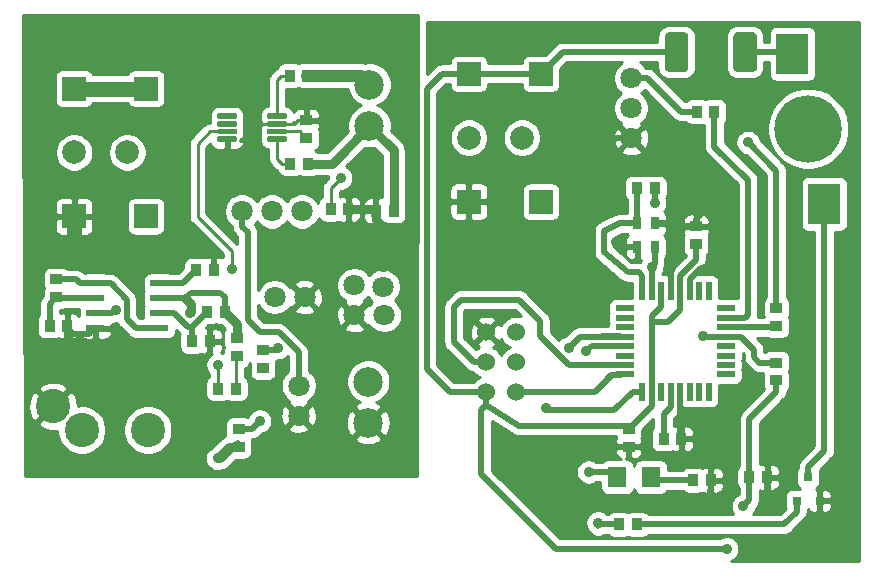
<source format=gtl>
G04 #@! TF.GenerationSoftware,KiCad,Pcbnew,5.1.5-52549c5~86~ubuntu18.04.1*
G04 #@! TF.CreationDate,2020-08-27T00:17:12-07:00*
G04 #@! TF.ProjectId,heat2sound_rx_and_tx,68656174-3273-46f7-956e-645f72785f61,rev?*
G04 #@! TF.SameCoordinates,Original*
G04 #@! TF.FileFunction,Copper,L1,Top*
G04 #@! TF.FilePolarity,Positive*
%FSLAX46Y46*%
G04 Gerber Fmt 4.6, Leading zero omitted, Abs format (unit mm)*
G04 Created by KiCad (PCBNEW 5.1.5-52549c5~86~ubuntu18.04.1) date 2020-08-27 00:17:12*
%MOMM*%
%LPD*%
G04 APERTURE LIST*
%ADD10C,1.800000*%
%ADD11C,2.900000*%
%ADD12R,0.900000X1.000000*%
%ADD13R,0.899160X1.000760*%
%ADD14R,1.000760X0.899160*%
%ADD15R,1.000000X0.900000*%
%ADD16C,1.998980*%
%ADD17R,1.998980X1.998980*%
%ADD18C,2.500000*%
%ADD19R,1.550000X0.600000*%
%ADD20C,0.100000*%
%ADD21R,1.600000X0.550000*%
%ADD22R,0.550000X1.600000*%
%ADD23R,0.800000X1.000000*%
%ADD24R,0.800100X0.800100*%
%ADD25C,1.524000*%
%ADD26C,5.700000*%
%ADD27R,2.700000X3.500000*%
%ADD28R,1.597660X1.800860*%
%ADD29C,0.889000*%
%ADD30C,0.508000*%
%ADD31C,0.254000*%
%ADD32C,1.270000*%
%ADD33C,0.762000*%
%ADD34C,1.016000*%
G04 APERTURE END LIST*
D10*
X176009840Y-121000000D03*
X173469840Y-121000000D03*
X175500000Y-128490160D03*
X175500000Y-131030160D03*
D11*
X162750000Y-132250000D03*
X157150000Y-132250000D03*
X154700000Y-130250000D03*
D12*
X166828160Y-118700000D03*
D13*
X168331840Y-118700000D03*
D14*
X170250000Y-124498160D03*
D15*
X170250000Y-126001840D03*
D14*
X170430000Y-133670000D03*
D15*
X170430000Y-132166320D03*
X176170000Y-107541840D03*
D14*
X176170000Y-106038160D03*
D13*
X182050000Y-113690000D03*
D12*
X183553680Y-113690000D03*
X178218160Y-113560000D03*
D13*
X179721840Y-113560000D03*
X176313680Y-109700000D03*
X174810000Y-109700000D03*
X174750000Y-102250000D03*
X176253680Y-102250000D03*
D16*
X161000760Y-108750000D03*
D17*
X156499880Y-103339800D03*
X162600960Y-103339800D03*
X156499880Y-114165280D03*
X162600960Y-114165280D03*
D16*
X156499880Y-108750000D03*
D10*
X175790000Y-113750000D03*
X173250000Y-113750000D03*
X170710000Y-113750000D03*
D18*
X181400000Y-128149940D03*
X181400000Y-131650060D03*
X181500000Y-102999940D03*
X181500000Y-106500060D03*
D13*
X155921840Y-123430000D03*
X154418160Y-123430000D03*
D14*
X155000000Y-121001840D03*
X155000000Y-119498160D03*
D13*
X168001840Y-124750000D03*
X166498160Y-124750000D03*
X169253680Y-122250000D03*
X167750000Y-122250000D03*
D14*
X172500000Y-127000000D03*
X172500000Y-125496320D03*
D13*
X168690000Y-128750000D03*
X170193680Y-128750000D03*
D19*
X158300000Y-119845000D03*
X158300000Y-121115000D03*
X158300000Y-122385000D03*
X158300000Y-123655000D03*
X163700000Y-123655000D03*
X163700000Y-122385000D03*
X163700000Y-121115000D03*
X163700000Y-119845000D03*
G04 #@! TA.AperFunction,SMDPad,CuDef*
D20*
G36*
X170147252Y-105425602D02*
G01*
X170159386Y-105427402D01*
X170171286Y-105430382D01*
X170182835Y-105434515D01*
X170193925Y-105439760D01*
X170204446Y-105446066D01*
X170214299Y-105453374D01*
X170223388Y-105461612D01*
X170231626Y-105470701D01*
X170238934Y-105480554D01*
X170245240Y-105491075D01*
X170250485Y-105502165D01*
X170254618Y-105513714D01*
X170257598Y-105525614D01*
X170259398Y-105537748D01*
X170260000Y-105550000D01*
X170260000Y-105800000D01*
X170259398Y-105812252D01*
X170257598Y-105824386D01*
X170254618Y-105836286D01*
X170250485Y-105847835D01*
X170245240Y-105858925D01*
X170238934Y-105869446D01*
X170231626Y-105879299D01*
X170223388Y-105888388D01*
X170214299Y-105896626D01*
X170204446Y-105903934D01*
X170193925Y-105910240D01*
X170182835Y-105915485D01*
X170171286Y-105919618D01*
X170159386Y-105922598D01*
X170147252Y-105924398D01*
X170135000Y-105925000D01*
X168760000Y-105925000D01*
X168747748Y-105924398D01*
X168735614Y-105922598D01*
X168723714Y-105919618D01*
X168712165Y-105915485D01*
X168701075Y-105910240D01*
X168690554Y-105903934D01*
X168680701Y-105896626D01*
X168671612Y-105888388D01*
X168663374Y-105879299D01*
X168656066Y-105869446D01*
X168649760Y-105858925D01*
X168644515Y-105847835D01*
X168640382Y-105836286D01*
X168637402Y-105824386D01*
X168635602Y-105812252D01*
X168635000Y-105800000D01*
X168635000Y-105550000D01*
X168635602Y-105537748D01*
X168637402Y-105525614D01*
X168640382Y-105513714D01*
X168644515Y-105502165D01*
X168649760Y-105491075D01*
X168656066Y-105480554D01*
X168663374Y-105470701D01*
X168671612Y-105461612D01*
X168680701Y-105453374D01*
X168690554Y-105446066D01*
X168701075Y-105439760D01*
X168712165Y-105434515D01*
X168723714Y-105430382D01*
X168735614Y-105427402D01*
X168747748Y-105425602D01*
X168760000Y-105425000D01*
X170135000Y-105425000D01*
X170147252Y-105425602D01*
G37*
G04 #@! TD.AperFunction*
G04 #@! TA.AperFunction,SMDPad,CuDef*
G36*
X170147252Y-106075602D02*
G01*
X170159386Y-106077402D01*
X170171286Y-106080382D01*
X170182835Y-106084515D01*
X170193925Y-106089760D01*
X170204446Y-106096066D01*
X170214299Y-106103374D01*
X170223388Y-106111612D01*
X170231626Y-106120701D01*
X170238934Y-106130554D01*
X170245240Y-106141075D01*
X170250485Y-106152165D01*
X170254618Y-106163714D01*
X170257598Y-106175614D01*
X170259398Y-106187748D01*
X170260000Y-106200000D01*
X170260000Y-106450000D01*
X170259398Y-106462252D01*
X170257598Y-106474386D01*
X170254618Y-106486286D01*
X170250485Y-106497835D01*
X170245240Y-106508925D01*
X170238934Y-106519446D01*
X170231626Y-106529299D01*
X170223388Y-106538388D01*
X170214299Y-106546626D01*
X170204446Y-106553934D01*
X170193925Y-106560240D01*
X170182835Y-106565485D01*
X170171286Y-106569618D01*
X170159386Y-106572598D01*
X170147252Y-106574398D01*
X170135000Y-106575000D01*
X168760000Y-106575000D01*
X168747748Y-106574398D01*
X168735614Y-106572598D01*
X168723714Y-106569618D01*
X168712165Y-106565485D01*
X168701075Y-106560240D01*
X168690554Y-106553934D01*
X168680701Y-106546626D01*
X168671612Y-106538388D01*
X168663374Y-106529299D01*
X168656066Y-106519446D01*
X168649760Y-106508925D01*
X168644515Y-106497835D01*
X168640382Y-106486286D01*
X168637402Y-106474386D01*
X168635602Y-106462252D01*
X168635000Y-106450000D01*
X168635000Y-106200000D01*
X168635602Y-106187748D01*
X168637402Y-106175614D01*
X168640382Y-106163714D01*
X168644515Y-106152165D01*
X168649760Y-106141075D01*
X168656066Y-106130554D01*
X168663374Y-106120701D01*
X168671612Y-106111612D01*
X168680701Y-106103374D01*
X168690554Y-106096066D01*
X168701075Y-106089760D01*
X168712165Y-106084515D01*
X168723714Y-106080382D01*
X168735614Y-106077402D01*
X168747748Y-106075602D01*
X168760000Y-106075000D01*
X170135000Y-106075000D01*
X170147252Y-106075602D01*
G37*
G04 #@! TD.AperFunction*
G04 #@! TA.AperFunction,SMDPad,CuDef*
G36*
X170147252Y-106725602D02*
G01*
X170159386Y-106727402D01*
X170171286Y-106730382D01*
X170182835Y-106734515D01*
X170193925Y-106739760D01*
X170204446Y-106746066D01*
X170214299Y-106753374D01*
X170223388Y-106761612D01*
X170231626Y-106770701D01*
X170238934Y-106780554D01*
X170245240Y-106791075D01*
X170250485Y-106802165D01*
X170254618Y-106813714D01*
X170257598Y-106825614D01*
X170259398Y-106837748D01*
X170260000Y-106850000D01*
X170260000Y-107100000D01*
X170259398Y-107112252D01*
X170257598Y-107124386D01*
X170254618Y-107136286D01*
X170250485Y-107147835D01*
X170245240Y-107158925D01*
X170238934Y-107169446D01*
X170231626Y-107179299D01*
X170223388Y-107188388D01*
X170214299Y-107196626D01*
X170204446Y-107203934D01*
X170193925Y-107210240D01*
X170182835Y-107215485D01*
X170171286Y-107219618D01*
X170159386Y-107222598D01*
X170147252Y-107224398D01*
X170135000Y-107225000D01*
X168760000Y-107225000D01*
X168747748Y-107224398D01*
X168735614Y-107222598D01*
X168723714Y-107219618D01*
X168712165Y-107215485D01*
X168701075Y-107210240D01*
X168690554Y-107203934D01*
X168680701Y-107196626D01*
X168671612Y-107188388D01*
X168663374Y-107179299D01*
X168656066Y-107169446D01*
X168649760Y-107158925D01*
X168644515Y-107147835D01*
X168640382Y-107136286D01*
X168637402Y-107124386D01*
X168635602Y-107112252D01*
X168635000Y-107100000D01*
X168635000Y-106850000D01*
X168635602Y-106837748D01*
X168637402Y-106825614D01*
X168640382Y-106813714D01*
X168644515Y-106802165D01*
X168649760Y-106791075D01*
X168656066Y-106780554D01*
X168663374Y-106770701D01*
X168671612Y-106761612D01*
X168680701Y-106753374D01*
X168690554Y-106746066D01*
X168701075Y-106739760D01*
X168712165Y-106734515D01*
X168723714Y-106730382D01*
X168735614Y-106727402D01*
X168747748Y-106725602D01*
X168760000Y-106725000D01*
X170135000Y-106725000D01*
X170147252Y-106725602D01*
G37*
G04 #@! TD.AperFunction*
G04 #@! TA.AperFunction,SMDPad,CuDef*
G36*
X170147252Y-107375602D02*
G01*
X170159386Y-107377402D01*
X170171286Y-107380382D01*
X170182835Y-107384515D01*
X170193925Y-107389760D01*
X170204446Y-107396066D01*
X170214299Y-107403374D01*
X170223388Y-107411612D01*
X170231626Y-107420701D01*
X170238934Y-107430554D01*
X170245240Y-107441075D01*
X170250485Y-107452165D01*
X170254618Y-107463714D01*
X170257598Y-107475614D01*
X170259398Y-107487748D01*
X170260000Y-107500000D01*
X170260000Y-107750000D01*
X170259398Y-107762252D01*
X170257598Y-107774386D01*
X170254618Y-107786286D01*
X170250485Y-107797835D01*
X170245240Y-107808925D01*
X170238934Y-107819446D01*
X170231626Y-107829299D01*
X170223388Y-107838388D01*
X170214299Y-107846626D01*
X170204446Y-107853934D01*
X170193925Y-107860240D01*
X170182835Y-107865485D01*
X170171286Y-107869618D01*
X170159386Y-107872598D01*
X170147252Y-107874398D01*
X170135000Y-107875000D01*
X168760000Y-107875000D01*
X168747748Y-107874398D01*
X168735614Y-107872598D01*
X168723714Y-107869618D01*
X168712165Y-107865485D01*
X168701075Y-107860240D01*
X168690554Y-107853934D01*
X168680701Y-107846626D01*
X168671612Y-107838388D01*
X168663374Y-107829299D01*
X168656066Y-107819446D01*
X168649760Y-107808925D01*
X168644515Y-107797835D01*
X168640382Y-107786286D01*
X168637402Y-107774386D01*
X168635602Y-107762252D01*
X168635000Y-107750000D01*
X168635000Y-107500000D01*
X168635602Y-107487748D01*
X168637402Y-107475614D01*
X168640382Y-107463714D01*
X168644515Y-107452165D01*
X168649760Y-107441075D01*
X168656066Y-107430554D01*
X168663374Y-107420701D01*
X168671612Y-107411612D01*
X168680701Y-107403374D01*
X168690554Y-107396066D01*
X168701075Y-107389760D01*
X168712165Y-107384515D01*
X168723714Y-107380382D01*
X168735614Y-107377402D01*
X168747748Y-107375602D01*
X168760000Y-107375000D01*
X170135000Y-107375000D01*
X170147252Y-107375602D01*
G37*
G04 #@! TD.AperFunction*
G04 #@! TA.AperFunction,SMDPad,CuDef*
G36*
X174372252Y-107375602D02*
G01*
X174384386Y-107377402D01*
X174396286Y-107380382D01*
X174407835Y-107384515D01*
X174418925Y-107389760D01*
X174429446Y-107396066D01*
X174439299Y-107403374D01*
X174448388Y-107411612D01*
X174456626Y-107420701D01*
X174463934Y-107430554D01*
X174470240Y-107441075D01*
X174475485Y-107452165D01*
X174479618Y-107463714D01*
X174482598Y-107475614D01*
X174484398Y-107487748D01*
X174485000Y-107500000D01*
X174485000Y-107750000D01*
X174484398Y-107762252D01*
X174482598Y-107774386D01*
X174479618Y-107786286D01*
X174475485Y-107797835D01*
X174470240Y-107808925D01*
X174463934Y-107819446D01*
X174456626Y-107829299D01*
X174448388Y-107838388D01*
X174439299Y-107846626D01*
X174429446Y-107853934D01*
X174418925Y-107860240D01*
X174407835Y-107865485D01*
X174396286Y-107869618D01*
X174384386Y-107872598D01*
X174372252Y-107874398D01*
X174360000Y-107875000D01*
X172985000Y-107875000D01*
X172972748Y-107874398D01*
X172960614Y-107872598D01*
X172948714Y-107869618D01*
X172937165Y-107865485D01*
X172926075Y-107860240D01*
X172915554Y-107853934D01*
X172905701Y-107846626D01*
X172896612Y-107838388D01*
X172888374Y-107829299D01*
X172881066Y-107819446D01*
X172874760Y-107808925D01*
X172869515Y-107797835D01*
X172865382Y-107786286D01*
X172862402Y-107774386D01*
X172860602Y-107762252D01*
X172860000Y-107750000D01*
X172860000Y-107500000D01*
X172860602Y-107487748D01*
X172862402Y-107475614D01*
X172865382Y-107463714D01*
X172869515Y-107452165D01*
X172874760Y-107441075D01*
X172881066Y-107430554D01*
X172888374Y-107420701D01*
X172896612Y-107411612D01*
X172905701Y-107403374D01*
X172915554Y-107396066D01*
X172926075Y-107389760D01*
X172937165Y-107384515D01*
X172948714Y-107380382D01*
X172960614Y-107377402D01*
X172972748Y-107375602D01*
X172985000Y-107375000D01*
X174360000Y-107375000D01*
X174372252Y-107375602D01*
G37*
G04 #@! TD.AperFunction*
G04 #@! TA.AperFunction,SMDPad,CuDef*
G36*
X174372252Y-106725602D02*
G01*
X174384386Y-106727402D01*
X174396286Y-106730382D01*
X174407835Y-106734515D01*
X174418925Y-106739760D01*
X174429446Y-106746066D01*
X174439299Y-106753374D01*
X174448388Y-106761612D01*
X174456626Y-106770701D01*
X174463934Y-106780554D01*
X174470240Y-106791075D01*
X174475485Y-106802165D01*
X174479618Y-106813714D01*
X174482598Y-106825614D01*
X174484398Y-106837748D01*
X174485000Y-106850000D01*
X174485000Y-107100000D01*
X174484398Y-107112252D01*
X174482598Y-107124386D01*
X174479618Y-107136286D01*
X174475485Y-107147835D01*
X174470240Y-107158925D01*
X174463934Y-107169446D01*
X174456626Y-107179299D01*
X174448388Y-107188388D01*
X174439299Y-107196626D01*
X174429446Y-107203934D01*
X174418925Y-107210240D01*
X174407835Y-107215485D01*
X174396286Y-107219618D01*
X174384386Y-107222598D01*
X174372252Y-107224398D01*
X174360000Y-107225000D01*
X172985000Y-107225000D01*
X172972748Y-107224398D01*
X172960614Y-107222598D01*
X172948714Y-107219618D01*
X172937165Y-107215485D01*
X172926075Y-107210240D01*
X172915554Y-107203934D01*
X172905701Y-107196626D01*
X172896612Y-107188388D01*
X172888374Y-107179299D01*
X172881066Y-107169446D01*
X172874760Y-107158925D01*
X172869515Y-107147835D01*
X172865382Y-107136286D01*
X172862402Y-107124386D01*
X172860602Y-107112252D01*
X172860000Y-107100000D01*
X172860000Y-106850000D01*
X172860602Y-106837748D01*
X172862402Y-106825614D01*
X172865382Y-106813714D01*
X172869515Y-106802165D01*
X172874760Y-106791075D01*
X172881066Y-106780554D01*
X172888374Y-106770701D01*
X172896612Y-106761612D01*
X172905701Y-106753374D01*
X172915554Y-106746066D01*
X172926075Y-106739760D01*
X172937165Y-106734515D01*
X172948714Y-106730382D01*
X172960614Y-106727402D01*
X172972748Y-106725602D01*
X172985000Y-106725000D01*
X174360000Y-106725000D01*
X174372252Y-106725602D01*
G37*
G04 #@! TD.AperFunction*
G04 #@! TA.AperFunction,SMDPad,CuDef*
G36*
X174372252Y-106075602D02*
G01*
X174384386Y-106077402D01*
X174396286Y-106080382D01*
X174407835Y-106084515D01*
X174418925Y-106089760D01*
X174429446Y-106096066D01*
X174439299Y-106103374D01*
X174448388Y-106111612D01*
X174456626Y-106120701D01*
X174463934Y-106130554D01*
X174470240Y-106141075D01*
X174475485Y-106152165D01*
X174479618Y-106163714D01*
X174482598Y-106175614D01*
X174484398Y-106187748D01*
X174485000Y-106200000D01*
X174485000Y-106450000D01*
X174484398Y-106462252D01*
X174482598Y-106474386D01*
X174479618Y-106486286D01*
X174475485Y-106497835D01*
X174470240Y-106508925D01*
X174463934Y-106519446D01*
X174456626Y-106529299D01*
X174448388Y-106538388D01*
X174439299Y-106546626D01*
X174429446Y-106553934D01*
X174418925Y-106560240D01*
X174407835Y-106565485D01*
X174396286Y-106569618D01*
X174384386Y-106572598D01*
X174372252Y-106574398D01*
X174360000Y-106575000D01*
X172985000Y-106575000D01*
X172972748Y-106574398D01*
X172960614Y-106572598D01*
X172948714Y-106569618D01*
X172937165Y-106565485D01*
X172926075Y-106560240D01*
X172915554Y-106553934D01*
X172905701Y-106546626D01*
X172896612Y-106538388D01*
X172888374Y-106529299D01*
X172881066Y-106519446D01*
X172874760Y-106508925D01*
X172869515Y-106497835D01*
X172865382Y-106486286D01*
X172862402Y-106474386D01*
X172860602Y-106462252D01*
X172860000Y-106450000D01*
X172860000Y-106200000D01*
X172860602Y-106187748D01*
X172862402Y-106175614D01*
X172865382Y-106163714D01*
X172869515Y-106152165D01*
X172874760Y-106141075D01*
X172881066Y-106130554D01*
X172888374Y-106120701D01*
X172896612Y-106111612D01*
X172905701Y-106103374D01*
X172915554Y-106096066D01*
X172926075Y-106089760D01*
X172937165Y-106084515D01*
X172948714Y-106080382D01*
X172960614Y-106077402D01*
X172972748Y-106075602D01*
X172985000Y-106075000D01*
X174360000Y-106075000D01*
X174372252Y-106075602D01*
G37*
G04 #@! TD.AperFunction*
G04 #@! TA.AperFunction,SMDPad,CuDef*
G36*
X174372252Y-105425602D02*
G01*
X174384386Y-105427402D01*
X174396286Y-105430382D01*
X174407835Y-105434515D01*
X174418925Y-105439760D01*
X174429446Y-105446066D01*
X174439299Y-105453374D01*
X174448388Y-105461612D01*
X174456626Y-105470701D01*
X174463934Y-105480554D01*
X174470240Y-105491075D01*
X174475485Y-105502165D01*
X174479618Y-105513714D01*
X174482598Y-105525614D01*
X174484398Y-105537748D01*
X174485000Y-105550000D01*
X174485000Y-105800000D01*
X174484398Y-105812252D01*
X174482598Y-105824386D01*
X174479618Y-105836286D01*
X174475485Y-105847835D01*
X174470240Y-105858925D01*
X174463934Y-105869446D01*
X174456626Y-105879299D01*
X174448388Y-105888388D01*
X174439299Y-105896626D01*
X174429446Y-105903934D01*
X174418925Y-105910240D01*
X174407835Y-105915485D01*
X174396286Y-105919618D01*
X174384386Y-105922598D01*
X174372252Y-105924398D01*
X174360000Y-105925000D01*
X172985000Y-105925000D01*
X172972748Y-105924398D01*
X172960614Y-105922598D01*
X172948714Y-105919618D01*
X172937165Y-105915485D01*
X172926075Y-105910240D01*
X172915554Y-105903934D01*
X172905701Y-105896626D01*
X172896612Y-105888388D01*
X172888374Y-105879299D01*
X172881066Y-105869446D01*
X172874760Y-105858925D01*
X172869515Y-105847835D01*
X172865382Y-105836286D01*
X172862402Y-105824386D01*
X172860602Y-105812252D01*
X172860000Y-105800000D01*
X172860000Y-105550000D01*
X172860602Y-105537748D01*
X172862402Y-105525614D01*
X172865382Y-105513714D01*
X172869515Y-105502165D01*
X172874760Y-105491075D01*
X172881066Y-105480554D01*
X172888374Y-105470701D01*
X172896612Y-105461612D01*
X172905701Y-105453374D01*
X172915554Y-105446066D01*
X172926075Y-105439760D01*
X172937165Y-105434515D01*
X172948714Y-105430382D01*
X172960614Y-105427402D01*
X172972748Y-105425602D01*
X172985000Y-105425000D01*
X174360000Y-105425000D01*
X174372252Y-105425602D01*
G37*
G04 #@! TD.AperFunction*
D10*
X182770000Y-122520000D03*
X180230000Y-122520000D03*
X180230000Y-119980000D03*
X182627000Y-120123000D03*
D21*
X211660000Y-121950000D03*
X211660000Y-122750000D03*
X211660000Y-123550000D03*
X211660000Y-124350000D03*
X211660000Y-125150000D03*
X211660000Y-125950000D03*
X211660000Y-126750000D03*
X211660000Y-127550000D03*
D22*
X210210000Y-129000000D03*
X209410000Y-129000000D03*
X208610000Y-129000000D03*
X207810000Y-129000000D03*
X207010000Y-129000000D03*
X206210000Y-129000000D03*
X205410000Y-129000000D03*
X204610000Y-129000000D03*
D21*
X203160000Y-127550000D03*
X203160000Y-126750000D03*
X203160000Y-125950000D03*
X203160000Y-125150000D03*
X203160000Y-124350000D03*
X203160000Y-123550000D03*
X203160000Y-122750000D03*
X203160000Y-121950000D03*
D22*
X204610000Y-120500000D03*
X205410000Y-120500000D03*
X206210000Y-120500000D03*
X207010000Y-120500000D03*
X207810000Y-120500000D03*
X208610000Y-120500000D03*
X209410000Y-120500000D03*
X210210000Y-120500000D03*
D23*
X204160000Y-114750000D03*
X204160000Y-116750000D03*
X205660000Y-114750000D03*
X205660000Y-116750000D03*
G04 #@! TA.AperFunction,SMDPad,CuDef*
D20*
G36*
X213976266Y-98576782D02*
G01*
X214012183Y-98582109D01*
X214047405Y-98590932D01*
X214081593Y-98603165D01*
X214114417Y-98618689D01*
X214145561Y-98637356D01*
X214174726Y-98658986D01*
X214201630Y-98683370D01*
X214226014Y-98710274D01*
X214247644Y-98739439D01*
X214266311Y-98770583D01*
X214281835Y-98803407D01*
X214294068Y-98837595D01*
X214302891Y-98872817D01*
X214308218Y-98908734D01*
X214310000Y-98945000D01*
X214310000Y-101555000D01*
X214308218Y-101591266D01*
X214302891Y-101627183D01*
X214294068Y-101662405D01*
X214281835Y-101696593D01*
X214266311Y-101729417D01*
X214247644Y-101760561D01*
X214226014Y-101789726D01*
X214201630Y-101816630D01*
X214174726Y-101841014D01*
X214145561Y-101862644D01*
X214114417Y-101881311D01*
X214081593Y-101896835D01*
X214047405Y-101909068D01*
X214012183Y-101917891D01*
X213976266Y-101923218D01*
X213940000Y-101925000D01*
X212680000Y-101925000D01*
X212643734Y-101923218D01*
X212607817Y-101917891D01*
X212572595Y-101909068D01*
X212538407Y-101896835D01*
X212505583Y-101881311D01*
X212474439Y-101862644D01*
X212445274Y-101841014D01*
X212418370Y-101816630D01*
X212393986Y-101789726D01*
X212372356Y-101760561D01*
X212353689Y-101729417D01*
X212338165Y-101696593D01*
X212325932Y-101662405D01*
X212317109Y-101627183D01*
X212311782Y-101591266D01*
X212310000Y-101555000D01*
X212310000Y-98945000D01*
X212311782Y-98908734D01*
X212317109Y-98872817D01*
X212325932Y-98837595D01*
X212338165Y-98803407D01*
X212353689Y-98770583D01*
X212372356Y-98739439D01*
X212393986Y-98710274D01*
X212418370Y-98683370D01*
X212445274Y-98658986D01*
X212474439Y-98637356D01*
X212505583Y-98618689D01*
X212538407Y-98603165D01*
X212572595Y-98590932D01*
X212607817Y-98582109D01*
X212643734Y-98576782D01*
X212680000Y-98575000D01*
X213940000Y-98575000D01*
X213976266Y-98576782D01*
G37*
G04 #@! TD.AperFunction*
G04 #@! TA.AperFunction,SMDPad,CuDef*
G36*
X208176266Y-98576782D02*
G01*
X208212183Y-98582109D01*
X208247405Y-98590932D01*
X208281593Y-98603165D01*
X208314417Y-98618689D01*
X208345561Y-98637356D01*
X208374726Y-98658986D01*
X208401630Y-98683370D01*
X208426014Y-98710274D01*
X208447644Y-98739439D01*
X208466311Y-98770583D01*
X208481835Y-98803407D01*
X208494068Y-98837595D01*
X208502891Y-98872817D01*
X208508218Y-98908734D01*
X208510000Y-98945000D01*
X208510000Y-101555000D01*
X208508218Y-101591266D01*
X208502891Y-101627183D01*
X208494068Y-101662405D01*
X208481835Y-101696593D01*
X208466311Y-101729417D01*
X208447644Y-101760561D01*
X208426014Y-101789726D01*
X208401630Y-101816630D01*
X208374726Y-101841014D01*
X208345561Y-101862644D01*
X208314417Y-101881311D01*
X208281593Y-101896835D01*
X208247405Y-101909068D01*
X208212183Y-101917891D01*
X208176266Y-101923218D01*
X208140000Y-101925000D01*
X206880000Y-101925000D01*
X206843734Y-101923218D01*
X206807817Y-101917891D01*
X206772595Y-101909068D01*
X206738407Y-101896835D01*
X206705583Y-101881311D01*
X206674439Y-101862644D01*
X206645274Y-101841014D01*
X206618370Y-101816630D01*
X206593986Y-101789726D01*
X206572356Y-101760561D01*
X206553689Y-101729417D01*
X206538165Y-101696593D01*
X206525932Y-101662405D01*
X206517109Y-101627183D01*
X206511782Y-101591266D01*
X206510000Y-101555000D01*
X206510000Y-98945000D01*
X206511782Y-98908734D01*
X206517109Y-98872817D01*
X206525932Y-98837595D01*
X206538165Y-98803407D01*
X206553689Y-98770583D01*
X206572356Y-98739439D01*
X206593986Y-98710274D01*
X206618370Y-98683370D01*
X206645274Y-98658986D01*
X206674439Y-98637356D01*
X206705583Y-98618689D01*
X206738407Y-98603165D01*
X206772595Y-98590932D01*
X206807817Y-98582109D01*
X206843734Y-98576782D01*
X206880000Y-98575000D01*
X208140000Y-98575000D01*
X208176266Y-98576782D01*
G37*
G04 #@! TD.AperFunction*
D13*
X204161840Y-140250000D03*
X202658160Y-140250000D03*
X209208160Y-105300000D03*
X210711840Y-105300000D03*
D14*
X215960000Y-121948160D03*
X215960000Y-123451840D03*
D13*
X205661840Y-111750000D03*
X204158160Y-111750000D03*
D14*
X215960000Y-128051840D03*
X215960000Y-126548160D03*
D13*
X208908160Y-136500000D03*
X210411840Y-136500000D03*
D24*
X218660000Y-136250000D03*
X219610000Y-138250000D03*
X217710000Y-138250000D03*
D10*
X203660000Y-107540000D03*
X203660000Y-105000000D03*
X203660000Y-102460000D03*
D16*
X189909880Y-107500000D03*
D17*
X196010960Y-112915280D03*
X189909880Y-112915280D03*
X196010960Y-102089800D03*
X189909880Y-102089800D03*
D16*
X194410760Y-107500000D03*
D25*
X191390000Y-129040000D03*
X191390000Y-126500000D03*
X191390000Y-123960000D03*
X193930000Y-123960000D03*
X193930000Y-126500000D03*
X193930000Y-129040000D03*
D26*
X218660000Y-106750000D03*
D27*
X217310000Y-100400000D03*
X220010000Y-113100000D03*
D28*
X205329860Y-136250000D03*
X202490140Y-136250000D03*
D12*
X206408160Y-133000000D03*
D13*
X207911840Y-133000000D03*
D15*
X203460000Y-132148160D03*
D14*
X203460000Y-133651840D03*
D12*
X213658160Y-136250000D03*
D13*
X215161840Y-136250000D03*
D15*
X209160000Y-116501840D03*
D14*
X209160000Y-114998160D03*
D29*
X156760000Y-125130000D03*
X169270000Y-109100000D03*
X171610000Y-106690000D03*
X164390000Y-116630000D03*
X156510000Y-116840000D03*
X183730000Y-116160000D03*
X162890000Y-126800000D03*
X209860000Y-132700000D03*
X207060000Y-118500000D03*
X210060000Y-118500000D03*
X207060000Y-115100000D03*
X202360000Y-116300000D03*
X210060000Y-113500000D03*
X200760000Y-108500000D03*
X204960000Y-134100000D03*
X219860000Y-140000000D03*
X209960000Y-138800000D03*
X215960000Y-138600000D03*
X166313271Y-122339689D03*
X168650000Y-134660000D03*
X172200000Y-131500000D03*
X173770000Y-125290000D03*
X179080000Y-110920000D03*
X160007500Y-122070000D03*
X213560000Y-107900000D03*
X205410000Y-118450000D03*
X205660000Y-113000000D03*
X168670000Y-126730000D03*
X169840000Y-118580000D03*
X213160000Y-138700000D03*
X211760000Y-142300000D03*
X198360000Y-125300000D03*
X200060000Y-135800000D03*
X209760000Y-124300000D03*
X196460000Y-130400000D03*
X199860000Y-125600000D03*
X200860000Y-140100000D03*
D30*
X155921840Y-123430000D02*
X155921840Y-123581840D01*
X155921840Y-123581840D02*
X156430000Y-124090000D01*
X156430000Y-124090000D02*
X157720000Y-124090000D01*
X158155000Y-123655000D02*
X157720000Y-124090000D01*
X158300000Y-123655000D02*
X158155000Y-123655000D01*
X155921840Y-123430000D02*
X155921840Y-124291840D01*
X155921840Y-124291840D02*
X156760000Y-125130000D01*
D31*
X169447500Y-107625000D02*
X169447500Y-108922500D01*
X169447500Y-108922500D02*
X169270000Y-109100000D01*
X173672500Y-106325000D02*
X171975000Y-106325000D01*
X171975000Y-106325000D02*
X171610000Y-106690000D01*
X175415620Y-106038160D02*
X176170000Y-106038160D01*
X175147770Y-106306010D02*
X175415620Y-106038160D01*
X174213990Y-106306010D02*
X175147770Y-106306010D01*
X174195000Y-106325000D02*
X174213990Y-106306010D01*
X173672500Y-106325000D02*
X174195000Y-106325000D01*
D32*
X182627000Y-118157000D02*
X181380000Y-116910000D01*
X181380000Y-116910000D02*
X174970000Y-116910000D01*
X174970000Y-116910000D02*
X173480000Y-118400000D01*
D30*
X167270220Y-116630000D02*
X164390000Y-116630000D01*
X168331840Y-118700000D02*
X168331840Y-117691620D01*
X168331840Y-117691620D02*
X167270220Y-116630000D01*
D32*
X156499880Y-114165280D02*
X156499880Y-116829880D01*
X156499880Y-116829880D02*
X156510000Y-116840000D01*
D33*
X181920000Y-113560000D02*
X182050000Y-113690000D01*
X179721840Y-113560000D02*
X181920000Y-113560000D01*
X182050000Y-113690000D02*
X182050000Y-114480000D01*
X182050000Y-114480000D02*
X183730000Y-116160000D01*
D32*
X182627000Y-117263000D02*
X183730000Y-116160000D01*
D30*
X168001840Y-125758380D02*
X168001840Y-124750000D01*
X164970000Y-126810000D02*
X166950220Y-126810000D01*
X166950220Y-126810000D02*
X168001840Y-125758380D01*
X162890000Y-126800000D02*
X164970000Y-126810000D01*
X189909880Y-114930770D02*
X189660000Y-115180650D01*
X189909880Y-112915280D02*
X189909880Y-114930770D01*
X207810000Y-132898160D02*
X207911840Y-133000000D01*
X207810000Y-129000000D02*
X207810000Y-132898160D01*
X207911840Y-133000000D02*
X209560000Y-133000000D01*
X209560000Y-133000000D02*
X209860000Y-132700000D01*
X207010000Y-120500000D02*
X207010000Y-118550000D01*
X207010000Y-118550000D02*
X207060000Y-118500000D01*
X209579644Y-118500000D02*
X210060000Y-118500000D01*
X208610000Y-120500000D02*
X208610000Y-119469644D01*
X208610000Y-119469644D02*
X209579644Y-118500000D01*
X205660000Y-114750000D02*
X206710000Y-114750000D01*
X206710000Y-114750000D02*
X207060000Y-115100000D01*
X207161840Y-114998160D02*
X207060000Y-115100000D01*
X209160000Y-114998160D02*
X207161840Y-114998160D01*
X203262500Y-116750000D02*
X204160000Y-116750000D01*
X202360000Y-116300000D02*
X203262500Y-116750000D01*
X209160000Y-114998160D02*
X209160000Y-114400000D01*
X209160000Y-114400000D02*
X210060000Y-113500000D01*
X202387208Y-107540000D02*
X201527208Y-108400000D01*
X203660000Y-107540000D02*
X202387208Y-107540000D01*
X201527208Y-108400000D02*
X200860000Y-108400000D01*
X200860000Y-108400000D02*
X200760000Y-108500000D01*
X203460000Y-133651840D02*
X204511840Y-133651840D01*
X204511840Y-133651840D02*
X204960000Y-134100000D01*
X219610000Y-138250000D02*
X219610000Y-139750000D01*
X219610000Y-139750000D02*
X219860000Y-140000000D01*
X210411840Y-137051840D02*
X210411840Y-136500000D01*
X209960000Y-138800000D02*
X210411840Y-137051840D01*
X215161840Y-138201840D02*
X215161840Y-136250000D01*
X215960000Y-138600000D02*
X215161840Y-138201840D01*
X165683160Y-119845000D02*
X166828160Y-118700000D01*
X163700000Y-119845000D02*
X165683160Y-119845000D01*
X163700000Y-121115000D02*
X165915000Y-121115000D01*
X165915000Y-121115000D02*
X166410000Y-120620000D01*
X166410000Y-120620000D02*
X168870000Y-120620000D01*
X169253680Y-121003680D02*
X169253680Y-122250000D01*
X168870000Y-120620000D02*
X169253680Y-121003680D01*
D33*
X170250000Y-123246320D02*
X169253680Y-122250000D01*
X170250000Y-124498160D02*
X170250000Y-123246320D01*
X166362960Y-121562960D02*
X165915000Y-121115000D01*
X166362960Y-122290000D02*
X166362960Y-121562960D01*
X166313271Y-122339689D02*
X166362960Y-122290000D01*
D31*
X170193680Y-126058160D02*
X170250000Y-126001840D01*
X170193680Y-128750000D02*
X170193680Y-126058160D01*
D30*
X170430000Y-133670000D02*
X170430000Y-133880000D01*
X170380000Y-133320000D02*
X168900000Y-134800000D01*
D33*
X169640000Y-133670000D02*
X168650000Y-134660000D01*
X170430000Y-133670000D02*
X169640000Y-133670000D01*
D30*
X170430000Y-132166320D02*
X171533680Y-132166320D01*
X171533680Y-132166320D02*
X172200000Y-131500000D01*
X172500000Y-125496320D02*
X173563680Y-125496320D01*
X173563680Y-125496320D02*
X173770000Y-125290000D01*
D31*
X175603160Y-106975000D02*
X176170000Y-107541840D01*
X173672500Y-106975000D02*
X175603160Y-106975000D01*
D30*
X206408160Y-130909840D02*
X206408160Y-133000000D01*
X207010000Y-129000000D02*
X207010000Y-130308000D01*
X207010000Y-130308000D02*
X206408160Y-130909840D01*
D33*
X178300060Y-109700000D02*
X181500000Y-106500060D01*
X176313680Y-109700000D02*
X178300060Y-109700000D01*
X183553680Y-108553740D02*
X181500000Y-106500060D01*
X183553680Y-113690000D02*
X183553680Y-108553740D01*
D31*
X178218160Y-113560000D02*
X178218160Y-111781840D01*
X178218160Y-111781840D02*
X179080000Y-110920000D01*
D33*
X176253680Y-102250000D02*
X177749940Y-102250000D01*
D34*
X180750060Y-102250000D02*
X181500000Y-102999940D01*
X176253680Y-102250000D02*
X180750060Y-102250000D01*
D31*
X173672500Y-109266080D02*
X174106420Y-109700000D01*
X174106420Y-109700000D02*
X174810000Y-109700000D01*
X173672500Y-107625000D02*
X173672500Y-109266080D01*
X174046420Y-102250000D02*
X174750000Y-102250000D01*
X173672500Y-102623920D02*
X174046420Y-102250000D01*
X173672500Y-105675000D02*
X173672500Y-102623920D01*
D30*
X170710000Y-115022792D02*
X171200000Y-115512792D01*
X170710000Y-113750000D02*
X170710000Y-115022792D01*
X171200000Y-115512792D02*
X171200000Y-122980000D01*
X171200000Y-122980000D02*
X172200000Y-123980000D01*
X172200000Y-123980000D02*
X173810000Y-123980000D01*
X175500000Y-125670000D02*
X175500000Y-127999940D01*
X173810000Y-123980000D02*
X175500000Y-125670000D01*
D32*
X156499880Y-103339800D02*
X162600960Y-103339800D01*
D30*
X209208160Y-105300000D02*
X207860000Y-105300000D01*
X205020000Y-102460000D02*
X203660000Y-102460000D01*
X207860000Y-105300000D02*
X205020000Y-102460000D01*
X158300000Y-122385000D02*
X159692500Y-122385000D01*
X159692500Y-122385000D02*
X160007500Y-122070000D01*
X215960000Y-121948160D02*
X215960000Y-110300000D01*
X215960000Y-110300000D02*
X213560000Y-107900000D01*
X155113160Y-121115000D02*
X155000000Y-121001840D01*
X158300000Y-121115000D02*
X155113160Y-121115000D01*
X154418160Y-121583680D02*
X154418160Y-123430000D01*
X155000000Y-121001840D02*
X154418160Y-121583680D01*
X156670160Y-119498160D02*
X155000000Y-119498160D01*
X158300000Y-119845000D02*
X157017000Y-119845000D01*
X157017000Y-119845000D02*
X156670160Y-119498160D01*
X159583000Y-119845000D02*
X160960000Y-121222000D01*
X158300000Y-119845000D02*
X159583000Y-119845000D01*
X160960000Y-121222000D02*
X160960000Y-122870000D01*
X161745000Y-123655000D02*
X163700000Y-123655000D01*
X160960000Y-122870000D02*
X161745000Y-123655000D01*
X164983000Y-122385000D02*
X166150000Y-123552000D01*
X163700000Y-122385000D02*
X164983000Y-122385000D01*
X166498160Y-123741620D02*
X166498160Y-124750000D01*
X166308540Y-123552000D02*
X166498160Y-123741620D01*
X166150000Y-123552000D02*
X166308540Y-123552000D01*
X166498160Y-123501840D02*
X166498160Y-124750000D01*
X167750000Y-122250000D02*
X166498160Y-123501840D01*
X205410000Y-120500000D02*
X205410000Y-118450000D01*
X205660000Y-118200000D02*
X205660000Y-116750000D01*
X205410000Y-118450000D02*
X205660000Y-118200000D01*
X205660000Y-111751840D02*
X205661840Y-111750000D01*
X205660000Y-113000000D02*
X205660000Y-111751840D01*
D31*
X168690000Y-128750000D02*
X168690000Y-126750000D01*
X168690000Y-126750000D02*
X168670000Y-126730000D01*
X168005000Y-106975000D02*
X169447500Y-106975000D01*
X166950000Y-108030000D02*
X168005000Y-106975000D01*
X166950000Y-114180000D02*
X166950000Y-108030000D01*
X169840000Y-118580000D02*
X169840000Y-117070000D01*
X169840000Y-117070000D02*
X166950000Y-114180000D01*
D30*
X189909880Y-102089800D02*
X196010960Y-102089800D01*
X197850760Y-100250000D02*
X207510000Y-100250000D01*
X196010960Y-102089800D02*
X197850760Y-100250000D01*
X187640390Y-102089800D02*
X186360000Y-103370190D01*
X189909880Y-102089800D02*
X187640390Y-102089800D01*
X186360000Y-103370190D02*
X186360000Y-127100000D01*
X188300000Y-129040000D02*
X191390000Y-129040000D01*
X186360000Y-127100000D02*
X188300000Y-129040000D01*
X205410000Y-127692000D02*
X205410000Y-129000000D01*
X206210000Y-121808000D02*
X205410000Y-122608000D01*
X206210000Y-120500000D02*
X206210000Y-121808000D01*
X209160000Y-117842000D02*
X209160000Y-116501840D01*
X207810000Y-120500000D02*
X207810000Y-119192000D01*
X207810000Y-119192000D02*
X209160000Y-117842000D01*
X194160000Y-131900000D02*
X203760000Y-131900000D01*
X191390000Y-129040000D02*
X191390000Y-130117630D01*
X191390000Y-130117630D02*
X194160000Y-131900000D01*
X213658160Y-131311260D02*
X213658160Y-135242000D01*
X213658160Y-135242000D02*
X213658160Y-136250000D01*
X215960000Y-129009420D02*
X213658160Y-131311260D01*
X215960000Y-128051840D02*
X215960000Y-129009420D01*
X191390000Y-130117630D02*
X190960000Y-130547630D01*
X190960000Y-130547630D02*
X190960000Y-136000000D01*
X190960000Y-136000000D02*
X197260000Y-142300000D01*
X197260000Y-142300000D02*
X211760000Y-142300000D01*
X213658160Y-136250000D02*
X213658160Y-138201840D01*
X213658160Y-138201840D02*
X213160000Y-138700000D01*
X205410000Y-130198160D02*
X203460000Y-132148160D01*
X205410000Y-129000000D02*
X205410000Y-130198160D01*
X207810000Y-120500000D02*
X207810000Y-122050000D01*
X206760000Y-123100000D02*
X205460000Y-123100000D01*
X205410000Y-122608000D02*
X205460000Y-123100000D01*
X207810000Y-122050000D02*
X206760000Y-123100000D01*
X205460000Y-123100000D02*
X205410000Y-127692000D01*
X205579860Y-136500000D02*
X205329860Y-136250000D01*
X208908160Y-136500000D02*
X205579860Y-136500000D01*
X202693001Y-124333001D02*
X201226999Y-124333001D01*
X203160000Y-124350000D02*
X202710000Y-124350000D01*
X202710000Y-124350000D02*
X202693001Y-124333001D01*
X203160000Y-124350000D02*
X199310000Y-124350000D01*
X199310000Y-124350000D02*
X198360000Y-125300000D01*
X202040140Y-135800000D02*
X202490140Y-136250000D01*
X200060000Y-135800000D02*
X202040140Y-135800000D01*
X217160000Y-100250000D02*
X217310000Y-100400000D01*
X213310000Y-100250000D02*
X217160000Y-100250000D01*
X218660000Y-136250000D02*
X218660000Y-135341950D01*
X220010000Y-133991950D02*
X220010000Y-113100000D01*
X218660000Y-135341950D02*
X220010000Y-133991950D01*
X190312370Y-126500000D02*
X191390000Y-126500000D01*
X188643991Y-124831621D02*
X190312370Y-126500000D01*
X188643991Y-121809155D02*
X188643991Y-124831621D01*
X203160000Y-126750000D02*
X198400298Y-126750000D01*
X194173991Y-121213991D02*
X189239155Y-121213991D01*
X189239155Y-121213991D02*
X188643991Y-121809155D01*
X195960000Y-123000000D02*
X194173991Y-121213991D01*
X198400298Y-126750000D02*
X195960000Y-124309702D01*
X195960000Y-124309702D02*
X195960000Y-123000000D01*
X211660000Y-124350000D02*
X209810000Y-124350000D01*
X209810000Y-124350000D02*
X209760000Y-124300000D01*
X212968000Y-124350000D02*
X214060000Y-125442000D01*
X211660000Y-124350000D02*
X212968000Y-124350000D01*
X214060000Y-125442000D02*
X214060000Y-126100000D01*
X214508160Y-126548160D02*
X215960000Y-126548160D01*
X214060000Y-126100000D02*
X214508160Y-126548160D01*
X203827000Y-129000000D02*
X202227000Y-130600000D01*
X204610000Y-129000000D02*
X203827000Y-129000000D01*
X202227000Y-130600000D02*
X196660000Y-130600000D01*
X196660000Y-130600000D02*
X196460000Y-130400000D01*
X202810000Y-127550000D02*
X202760000Y-127600000D01*
X203160000Y-127550000D02*
X202810000Y-127550000D01*
X202760000Y-127600000D02*
X202060000Y-127600000D01*
X202060000Y-127600000D02*
X200760000Y-128900000D01*
X201960000Y-127600000D02*
X200760000Y-128900000D01*
X200620000Y-129040000D02*
X193930000Y-129040000D01*
X200760000Y-128900000D02*
X200620000Y-129040000D01*
X217710000Y-139158050D02*
X217710000Y-138250000D01*
X216618050Y-140250000D02*
X217710000Y-139158050D01*
X204161840Y-140250000D02*
X216618050Y-140250000D01*
X204160000Y-111751840D02*
X204158160Y-111750000D01*
X204160000Y-114750000D02*
X204160000Y-111751840D01*
X202710000Y-114750000D02*
X204160000Y-114750000D01*
X204610000Y-119192000D02*
X204318000Y-118900000D01*
X204610000Y-120500000D02*
X204610000Y-119192000D01*
X203360000Y-118900000D02*
X201360000Y-117200000D01*
X201360000Y-115400000D02*
X202710000Y-114750000D01*
X204318000Y-118900000D02*
X203360000Y-118900000D01*
X201360000Y-117200000D02*
X201360000Y-115400000D01*
X215861840Y-123550000D02*
X215960000Y-123451840D01*
X211660000Y-123550000D02*
X215861840Y-123550000D01*
X211660000Y-122750000D02*
X213310000Y-122750000D01*
X213310000Y-122750000D02*
X213560000Y-122500000D01*
X213560000Y-122500000D02*
X213560000Y-111100000D01*
X210711840Y-108251840D02*
X210711840Y-105300000D01*
X213560000Y-111100000D02*
X210711840Y-108251840D01*
X203160000Y-125150000D02*
X200310000Y-125150000D01*
X200310000Y-125150000D02*
X199860000Y-125600000D01*
X200860000Y-140100000D02*
X200860000Y-140400000D01*
X201010000Y-140250000D02*
X202658160Y-140250000D01*
X200860000Y-140400000D02*
X201010000Y-140250000D01*
D31*
G36*
X222983471Y-143323470D02*
G01*
X212089090Y-143323470D01*
X212267546Y-143249551D01*
X212443042Y-143132289D01*
X212592289Y-142983042D01*
X212709551Y-142807546D01*
X212790323Y-142612545D01*
X212831500Y-142405534D01*
X212831500Y-142194466D01*
X212790323Y-141987455D01*
X212709551Y-141792454D01*
X212592289Y-141616958D01*
X212443042Y-141467711D01*
X212267546Y-141350449D01*
X212072545Y-141269677D01*
X211865534Y-141228500D01*
X211654466Y-141228500D01*
X211447455Y-141269677D01*
X211252454Y-141350449D01*
X211149860Y-141419000D01*
X197624922Y-141419000D01*
X191900388Y-135694466D01*
X198988500Y-135694466D01*
X198988500Y-135905534D01*
X199029677Y-136112545D01*
X199110449Y-136307546D01*
X199227711Y-136483042D01*
X199376958Y-136632289D01*
X199552454Y-136749551D01*
X199747455Y-136830323D01*
X199954466Y-136871500D01*
X200165534Y-136871500D01*
X200372545Y-136830323D01*
X200567546Y-136749551D01*
X200670140Y-136681000D01*
X201061277Y-136681000D01*
X201061277Y-137150430D01*
X201073383Y-137273343D01*
X201109235Y-137391533D01*
X201167457Y-137500458D01*
X201245809Y-137595931D01*
X201341282Y-137674283D01*
X201450207Y-137732505D01*
X201568397Y-137768357D01*
X201691310Y-137780463D01*
X203288970Y-137780463D01*
X203411883Y-137768357D01*
X203530073Y-137732505D01*
X203638998Y-137674283D01*
X203734471Y-137595931D01*
X203812823Y-137500458D01*
X203871045Y-137391533D01*
X203906897Y-137273343D01*
X203910000Y-137241838D01*
X203913103Y-137273343D01*
X203948955Y-137391533D01*
X204007177Y-137500458D01*
X204085529Y-137595931D01*
X204181002Y-137674283D01*
X204289927Y-137732505D01*
X204408117Y-137768357D01*
X204531030Y-137780463D01*
X206128690Y-137780463D01*
X206251603Y-137768357D01*
X206369793Y-137732505D01*
X206478718Y-137674283D01*
X206574191Y-137595931D01*
X206652543Y-137500458D01*
X206710765Y-137391533D01*
X206713960Y-137381000D01*
X207959833Y-137381000D01*
X208013079Y-137445881D01*
X208108552Y-137524233D01*
X208217477Y-137582455D01*
X208335667Y-137618307D01*
X208458580Y-137630413D01*
X209357740Y-137630413D01*
X209480653Y-137618307D01*
X209598843Y-137582455D01*
X209651514Y-137554301D01*
X209718080Y-137589882D01*
X209837778Y-137626192D01*
X209962260Y-137638452D01*
X210126090Y-137635380D01*
X210284840Y-137476630D01*
X210284840Y-136627000D01*
X210538840Y-136627000D01*
X210538840Y-137476630D01*
X210697590Y-137635380D01*
X210861420Y-137638452D01*
X210985902Y-137626192D01*
X211105600Y-137589882D01*
X211215914Y-137530917D01*
X211312605Y-137451565D01*
X211391957Y-137354874D01*
X211450922Y-137244560D01*
X211487232Y-137124862D01*
X211499492Y-137000380D01*
X211496420Y-136785750D01*
X211337670Y-136627000D01*
X210538840Y-136627000D01*
X210284840Y-136627000D01*
X210264840Y-136627000D01*
X210264840Y-136373000D01*
X210284840Y-136373000D01*
X210284840Y-135523370D01*
X210538840Y-135523370D01*
X210538840Y-136373000D01*
X211337670Y-136373000D01*
X211496420Y-136214250D01*
X211499492Y-135999620D01*
X211487232Y-135875138D01*
X211450922Y-135755440D01*
X211391957Y-135645126D01*
X211312605Y-135548435D01*
X211215914Y-135469083D01*
X211105600Y-135410118D01*
X210985902Y-135373808D01*
X210861420Y-135361548D01*
X210697590Y-135364620D01*
X210538840Y-135523370D01*
X210284840Y-135523370D01*
X210126090Y-135364620D01*
X209962260Y-135361548D01*
X209837778Y-135373808D01*
X209718080Y-135410118D01*
X209651514Y-135445699D01*
X209598843Y-135417545D01*
X209480653Y-135381693D01*
X209357740Y-135369587D01*
X208458580Y-135369587D01*
X208335667Y-135381693D01*
X208217477Y-135417545D01*
X208108552Y-135475767D01*
X208013079Y-135554119D01*
X207959833Y-135619000D01*
X206758723Y-135619000D01*
X206758723Y-135349570D01*
X206746617Y-135226657D01*
X206710765Y-135108467D01*
X206652543Y-134999542D01*
X206574191Y-134904069D01*
X206478718Y-134825717D01*
X206369793Y-134767495D01*
X206251603Y-134731643D01*
X206128690Y-134719537D01*
X204531030Y-134719537D01*
X204408117Y-134731643D01*
X204289927Y-134767495D01*
X204181002Y-134825717D01*
X204085529Y-134904069D01*
X204007177Y-134999542D01*
X203948955Y-135108467D01*
X203913103Y-135226657D01*
X203910000Y-135258162D01*
X203906897Y-135226657D01*
X203871045Y-135108467D01*
X203812823Y-134999542D01*
X203734471Y-134904069D01*
X203638998Y-134825717D01*
X203530073Y-134767495D01*
X203411883Y-134731643D01*
X203288970Y-134719537D01*
X203191133Y-134719537D01*
X203333000Y-134577670D01*
X203333000Y-133778840D01*
X203587000Y-133778840D01*
X203587000Y-134577670D01*
X203745750Y-134736420D01*
X203960380Y-134739492D01*
X204084862Y-134727232D01*
X204204560Y-134690922D01*
X204314874Y-134631957D01*
X204411565Y-134552605D01*
X204490917Y-134455914D01*
X204549882Y-134345600D01*
X204586192Y-134225902D01*
X204598452Y-134101420D01*
X204595380Y-133937590D01*
X204436630Y-133778840D01*
X203587000Y-133778840D01*
X203333000Y-133778840D01*
X202483370Y-133778840D01*
X202324620Y-133937590D01*
X202321548Y-134101420D01*
X202333808Y-134225902D01*
X202370118Y-134345600D01*
X202429083Y-134455914D01*
X202508435Y-134552605D01*
X202605126Y-134631957D01*
X202715440Y-134690922D01*
X202809771Y-134719537D01*
X201691310Y-134719537D01*
X201568397Y-134731643D01*
X201450207Y-134767495D01*
X201341282Y-134825717D01*
X201245809Y-134904069D01*
X201233556Y-134919000D01*
X200670140Y-134919000D01*
X200567546Y-134850449D01*
X200372545Y-134769677D01*
X200165534Y-134728500D01*
X199954466Y-134728500D01*
X199747455Y-134769677D01*
X199552454Y-134850449D01*
X199376958Y-134967711D01*
X199227711Y-135116958D01*
X199110449Y-135292454D01*
X199029677Y-135487455D01*
X198988500Y-135694466D01*
X191900388Y-135694466D01*
X191841000Y-135635079D01*
X191841000Y-131455453D01*
X193640468Y-132613330D01*
X193668175Y-132636068D01*
X193713245Y-132660158D01*
X193719669Y-132664292D01*
X193751435Y-132680572D01*
X193821225Y-132717875D01*
X193828577Y-132720105D01*
X193835414Y-132723609D01*
X193911523Y-132745267D01*
X193987294Y-132768252D01*
X193994944Y-132769005D01*
X194002329Y-132771107D01*
X194081181Y-132777499D01*
X194116727Y-132781000D01*
X194124369Y-132781000D01*
X194175304Y-132785129D01*
X194210906Y-132781000D01*
X202360251Y-132781000D01*
X202377925Y-132839263D01*
X202405776Y-132891369D01*
X202370118Y-132958080D01*
X202333808Y-133077778D01*
X202321548Y-133202260D01*
X202324620Y-133366090D01*
X202483370Y-133524840D01*
X203333000Y-133524840D01*
X203333000Y-133504840D01*
X203587000Y-133504840D01*
X203587000Y-133524840D01*
X204436630Y-133524840D01*
X204595380Y-133366090D01*
X204598452Y-133202260D01*
X204586192Y-133077778D01*
X204549882Y-132958080D01*
X204514224Y-132891369D01*
X204542075Y-132839263D01*
X204577927Y-132721073D01*
X204590033Y-132598160D01*
X204590033Y-132264048D01*
X205527160Y-131326922D01*
X205527161Y-132042598D01*
X205512659Y-132054499D01*
X205434307Y-132149972D01*
X205376085Y-132258897D01*
X205340233Y-132377087D01*
X205328127Y-132500000D01*
X205328127Y-133500000D01*
X205340233Y-133622913D01*
X205376085Y-133741103D01*
X205434307Y-133850028D01*
X205512659Y-133945501D01*
X205608132Y-134023853D01*
X205717057Y-134082075D01*
X205835247Y-134117927D01*
X205958160Y-134130033D01*
X206858160Y-134130033D01*
X206981073Y-134117927D01*
X207099263Y-134082075D01*
X207151369Y-134054224D01*
X207218080Y-134089882D01*
X207337778Y-134126192D01*
X207462260Y-134138452D01*
X207626090Y-134135380D01*
X207784840Y-133976630D01*
X207784840Y-133127000D01*
X208038840Y-133127000D01*
X208038840Y-133976630D01*
X208197590Y-134135380D01*
X208361420Y-134138452D01*
X208485902Y-134126192D01*
X208605600Y-134089882D01*
X208715914Y-134030917D01*
X208812605Y-133951565D01*
X208891957Y-133854874D01*
X208950922Y-133744560D01*
X208987232Y-133624862D01*
X208999492Y-133500380D01*
X208996420Y-133285750D01*
X208837670Y-133127000D01*
X208038840Y-133127000D01*
X207784840Y-133127000D01*
X207764840Y-133127000D01*
X207764840Y-132873000D01*
X207784840Y-132873000D01*
X207784840Y-132023370D01*
X208038840Y-132023370D01*
X208038840Y-132873000D01*
X208837670Y-132873000D01*
X208996420Y-132714250D01*
X208999492Y-132499620D01*
X208987232Y-132375138D01*
X208950922Y-132255440D01*
X208891957Y-132145126D01*
X208812605Y-132048435D01*
X208715914Y-131969083D01*
X208605600Y-131910118D01*
X208485902Y-131873808D01*
X208361420Y-131861548D01*
X208197590Y-131864620D01*
X208038840Y-132023370D01*
X207784840Y-132023370D01*
X207626090Y-131864620D01*
X207462260Y-131861548D01*
X207337778Y-131873808D01*
X207289160Y-131888556D01*
X207289160Y-131274761D01*
X207602360Y-130961562D01*
X207635975Y-130933975D01*
X207701856Y-130853698D01*
X207746068Y-130799826D01*
X207827874Y-130646776D01*
X207827875Y-130646775D01*
X207878252Y-130480706D01*
X207882754Y-130435000D01*
X207937002Y-130435000D01*
X207937002Y-130284485D01*
X207982914Y-130322164D01*
X208095750Y-130435000D01*
X208212490Y-130425206D01*
X208230272Y-130419718D01*
X208335000Y-130430033D01*
X208885000Y-130430033D01*
X209007913Y-130417927D01*
X209010000Y-130417294D01*
X209012087Y-130417927D01*
X209135000Y-130430033D01*
X209685000Y-130430033D01*
X209807913Y-130417927D01*
X209810000Y-130417294D01*
X209812087Y-130417927D01*
X209935000Y-130430033D01*
X210485000Y-130430033D01*
X210607913Y-130417927D01*
X210726103Y-130382075D01*
X210835028Y-130323853D01*
X210930501Y-130245501D01*
X211008853Y-130150028D01*
X211067075Y-130041103D01*
X211102927Y-129922913D01*
X211115033Y-129800000D01*
X211115033Y-128455033D01*
X212460000Y-128455033D01*
X212582913Y-128442927D01*
X212701103Y-128407075D01*
X212810028Y-128348853D01*
X212905501Y-128270501D01*
X212983853Y-128175028D01*
X213042075Y-128066103D01*
X213077927Y-127947913D01*
X213090033Y-127825000D01*
X213090033Y-127275000D01*
X213077927Y-127152087D01*
X213077294Y-127150000D01*
X213077927Y-127147913D01*
X213090033Y-127025000D01*
X213090033Y-126475000D01*
X213077927Y-126352087D01*
X213077294Y-126350000D01*
X213077927Y-126347913D01*
X213090033Y-126225000D01*
X213090033Y-125717955D01*
X213179000Y-125806922D01*
X213179000Y-126056730D01*
X213174738Y-126100000D01*
X213179000Y-126143270D01*
X213179000Y-126143273D01*
X213191748Y-126272706D01*
X213219422Y-126363932D01*
X213242125Y-126438774D01*
X213323932Y-126591825D01*
X213387268Y-126669000D01*
X213434026Y-126725975D01*
X213467640Y-126753561D01*
X213854594Y-127140515D01*
X213882185Y-127174135D01*
X214016335Y-127284228D01*
X214169385Y-127366035D01*
X214335454Y-127416412D01*
X214464887Y-127429160D01*
X214464890Y-127429160D01*
X214508160Y-127433422D01*
X214551430Y-127429160D01*
X214856917Y-127429160D01*
X214841693Y-127479347D01*
X214829587Y-127602260D01*
X214829587Y-128501420D01*
X214841693Y-128624333D01*
X214877545Y-128742523D01*
X214913573Y-128809926D01*
X213065805Y-130657694D01*
X213032185Y-130685285D01*
X212960442Y-130772706D01*
X212922092Y-130819435D01*
X212860734Y-130934228D01*
X212840285Y-130972486D01*
X212789908Y-131138555D01*
X212781298Y-131225974D01*
X212772898Y-131311260D01*
X212777160Y-131354530D01*
X212777161Y-135198718D01*
X212777160Y-135198728D01*
X212777160Y-135292598D01*
X212762659Y-135304499D01*
X212684307Y-135399972D01*
X212626085Y-135508897D01*
X212590233Y-135627087D01*
X212578127Y-135750000D01*
X212578127Y-136750000D01*
X212590233Y-136872913D01*
X212626085Y-136991103D01*
X212684307Y-137100028D01*
X212762659Y-137195501D01*
X212777160Y-137207402D01*
X212777161Y-137698794D01*
X212652454Y-137750449D01*
X212476958Y-137867711D01*
X212327711Y-138016958D01*
X212210449Y-138192454D01*
X212129677Y-138387455D01*
X212088500Y-138594466D01*
X212088500Y-138805534D01*
X212129677Y-139012545D01*
X212210449Y-139207546D01*
X212318328Y-139369000D01*
X205110167Y-139369000D01*
X205056921Y-139304119D01*
X204961448Y-139225767D01*
X204852523Y-139167545D01*
X204734333Y-139131693D01*
X204611420Y-139119587D01*
X203712260Y-139119587D01*
X203589347Y-139131693D01*
X203471157Y-139167545D01*
X203410000Y-139200234D01*
X203348843Y-139167545D01*
X203230653Y-139131693D01*
X203107740Y-139119587D01*
X202208580Y-139119587D01*
X202085667Y-139131693D01*
X201967477Y-139167545D01*
X201858552Y-139225767D01*
X201763079Y-139304119D01*
X201709833Y-139369000D01*
X201644331Y-139369000D01*
X201543042Y-139267711D01*
X201367546Y-139150449D01*
X201172545Y-139069677D01*
X200965534Y-139028500D01*
X200754466Y-139028500D01*
X200547455Y-139069677D01*
X200352454Y-139150449D01*
X200176958Y-139267711D01*
X200027711Y-139416958D01*
X199910449Y-139592454D01*
X199829677Y-139787455D01*
X199788500Y-139994466D01*
X199788500Y-140205534D01*
X199829677Y-140412545D01*
X199910449Y-140607546D01*
X200027711Y-140783042D01*
X200109507Y-140864838D01*
X200123932Y-140891825D01*
X200234025Y-141025975D01*
X200324723Y-141100408D01*
X200368175Y-141136068D01*
X200480078Y-141195881D01*
X200521226Y-141217875D01*
X200687295Y-141268252D01*
X200860000Y-141285262D01*
X201032706Y-141268252D01*
X201198775Y-141217875D01*
X201351825Y-141136068D01*
X201358000Y-141131000D01*
X201709833Y-141131000D01*
X201763079Y-141195881D01*
X201858552Y-141274233D01*
X201967477Y-141332455D01*
X202085667Y-141368307D01*
X202208580Y-141380413D01*
X203107740Y-141380413D01*
X203230653Y-141368307D01*
X203348843Y-141332455D01*
X203410000Y-141299766D01*
X203471157Y-141332455D01*
X203589347Y-141368307D01*
X203712260Y-141380413D01*
X204611420Y-141380413D01*
X204734333Y-141368307D01*
X204852523Y-141332455D01*
X204961448Y-141274233D01*
X205056921Y-141195881D01*
X205110167Y-141131000D01*
X216574780Y-141131000D01*
X216618050Y-141135262D01*
X216661320Y-141131000D01*
X216661323Y-141131000D01*
X216790756Y-141118252D01*
X216956825Y-141067875D01*
X217109875Y-140986068D01*
X217244025Y-140875975D01*
X217271616Y-140842356D01*
X218302362Y-139811610D01*
X218335975Y-139784025D01*
X218390137Y-139718028D01*
X218446068Y-139649876D01*
X218508919Y-139532289D01*
X218527875Y-139496825D01*
X218578252Y-139330756D01*
X218591000Y-139201323D01*
X218591000Y-139201314D01*
X218595261Y-139158051D01*
X218591000Y-139114788D01*
X218591000Y-139052356D01*
X218633903Y-139000078D01*
X218655464Y-138959740D01*
X218679413Y-139004544D01*
X218758765Y-139101235D01*
X218855456Y-139180587D01*
X218965770Y-139239552D01*
X219085468Y-139275862D01*
X219209950Y-139288122D01*
X219324250Y-139285050D01*
X219483000Y-139126300D01*
X219483000Y-138377000D01*
X219737000Y-138377000D01*
X219737000Y-139126300D01*
X219895750Y-139285050D01*
X220010050Y-139288122D01*
X220134532Y-139275862D01*
X220254230Y-139239552D01*
X220364544Y-139180587D01*
X220461235Y-139101235D01*
X220540587Y-139004544D01*
X220599552Y-138894230D01*
X220635862Y-138774532D01*
X220648122Y-138650050D01*
X220645050Y-138535750D01*
X220486300Y-138377000D01*
X219737000Y-138377000D01*
X219483000Y-138377000D01*
X219463000Y-138377000D01*
X219463000Y-138123000D01*
X219483000Y-138123000D01*
X219483000Y-137373700D01*
X219737000Y-137373700D01*
X219737000Y-138123000D01*
X220486300Y-138123000D01*
X220645050Y-137964250D01*
X220648122Y-137849950D01*
X220635862Y-137725468D01*
X220599552Y-137605770D01*
X220540587Y-137495456D01*
X220461235Y-137398765D01*
X220364544Y-137319413D01*
X220254230Y-137260448D01*
X220134532Y-137224138D01*
X220010050Y-137211878D01*
X219895750Y-137214950D01*
X219737000Y-137373700D01*
X219483000Y-137373700D01*
X219327397Y-137218097D01*
X219410078Y-137173903D01*
X219505551Y-137095551D01*
X219583903Y-137000078D01*
X219642125Y-136891153D01*
X219677977Y-136772963D01*
X219690083Y-136650050D01*
X219690083Y-135849950D01*
X219677977Y-135727037D01*
X219642125Y-135608847D01*
X219641045Y-135606826D01*
X220602362Y-134645510D01*
X220635975Y-134617925D01*
X220712995Y-134524075D01*
X220746068Y-134483776D01*
X220804879Y-134373748D01*
X220827875Y-134330725D01*
X220878252Y-134164656D01*
X220891000Y-134035223D01*
X220891000Y-134035221D01*
X220895262Y-133991951D01*
X220891000Y-133948681D01*
X220891000Y-115480033D01*
X221360000Y-115480033D01*
X221482913Y-115467927D01*
X221601103Y-115432075D01*
X221710028Y-115373853D01*
X221805501Y-115295501D01*
X221883853Y-115200028D01*
X221942075Y-115091103D01*
X221977927Y-114972913D01*
X221990033Y-114850000D01*
X221990033Y-111350000D01*
X221977927Y-111227087D01*
X221942075Y-111108897D01*
X221883853Y-110999972D01*
X221805501Y-110904499D01*
X221710028Y-110826147D01*
X221601103Y-110767925D01*
X221482913Y-110732073D01*
X221360000Y-110719967D01*
X218660000Y-110719967D01*
X218537087Y-110732073D01*
X218418897Y-110767925D01*
X218309972Y-110826147D01*
X218214499Y-110904499D01*
X218136147Y-110999972D01*
X218077925Y-111108897D01*
X218042073Y-111227087D01*
X218029967Y-111350000D01*
X218029967Y-114850000D01*
X218042073Y-114972913D01*
X218077925Y-115091103D01*
X218136147Y-115200028D01*
X218214499Y-115295501D01*
X218309972Y-115373853D01*
X218418897Y-115432075D01*
X218537087Y-115467927D01*
X218660000Y-115480033D01*
X219129001Y-115480033D01*
X219129000Y-133627028D01*
X218067640Y-134688389D01*
X218034026Y-134715975D01*
X218006441Y-134749588D01*
X217923932Y-134850125D01*
X217842125Y-135003176D01*
X217810186Y-135108467D01*
X217794518Y-135160118D01*
X217791749Y-135169245D01*
X217774738Y-135341950D01*
X217779001Y-135385229D01*
X217779001Y-135447643D01*
X217736097Y-135499922D01*
X217677875Y-135608847D01*
X217642023Y-135727037D01*
X217629917Y-135849950D01*
X217629917Y-136650050D01*
X217642023Y-136772963D01*
X217677875Y-136891153D01*
X217736097Y-137000078D01*
X217814449Y-137095551D01*
X217909922Y-137173903D01*
X217996008Y-137219917D01*
X217309950Y-137219917D01*
X217187037Y-137232023D01*
X217068847Y-137267875D01*
X216959922Y-137326097D01*
X216864449Y-137404449D01*
X216786097Y-137499922D01*
X216727875Y-137608847D01*
X216692023Y-137727037D01*
X216679917Y-137849950D01*
X216679917Y-138650050D01*
X216692023Y-138772963D01*
X216727875Y-138891153D01*
X216728955Y-138893173D01*
X216253129Y-139369000D01*
X214001672Y-139369000D01*
X214109551Y-139207546D01*
X214190323Y-139012545D01*
X214214395Y-138891526D01*
X214250515Y-138855406D01*
X214284135Y-138827815D01*
X214360894Y-138734283D01*
X214394228Y-138693666D01*
X214476035Y-138540615D01*
X214512022Y-138421982D01*
X214526412Y-138374546D01*
X214539160Y-138245113D01*
X214539160Y-138245110D01*
X214543422Y-138201840D01*
X214539160Y-138158570D01*
X214539160Y-137361444D01*
X214587778Y-137376192D01*
X214712260Y-137388452D01*
X214876090Y-137385380D01*
X215034840Y-137226630D01*
X215034840Y-136377000D01*
X215288840Y-136377000D01*
X215288840Y-137226630D01*
X215447590Y-137385380D01*
X215611420Y-137388452D01*
X215735902Y-137376192D01*
X215855600Y-137339882D01*
X215965914Y-137280917D01*
X216062605Y-137201565D01*
X216141957Y-137104874D01*
X216200922Y-136994560D01*
X216237232Y-136874862D01*
X216249492Y-136750380D01*
X216246420Y-136535750D01*
X216087670Y-136377000D01*
X215288840Y-136377000D01*
X215034840Y-136377000D01*
X215014840Y-136377000D01*
X215014840Y-136123000D01*
X215034840Y-136123000D01*
X215034840Y-135273370D01*
X215288840Y-135273370D01*
X215288840Y-136123000D01*
X216087670Y-136123000D01*
X216246420Y-135964250D01*
X216249492Y-135749620D01*
X216237232Y-135625138D01*
X216200922Y-135505440D01*
X216141957Y-135395126D01*
X216062605Y-135298435D01*
X215965914Y-135219083D01*
X215855600Y-135160118D01*
X215735902Y-135123808D01*
X215611420Y-135111548D01*
X215447590Y-135114620D01*
X215288840Y-135273370D01*
X215034840Y-135273370D01*
X214876090Y-135114620D01*
X214712260Y-135111548D01*
X214587778Y-135123808D01*
X214539160Y-135138556D01*
X214539160Y-131676181D01*
X216552361Y-129662981D01*
X216585975Y-129635395D01*
X216641521Y-129567711D01*
X216696068Y-129501246D01*
X216760722Y-129380286D01*
X216777875Y-129348195D01*
X216828252Y-129182126D01*
X216841000Y-129052693D01*
X216841000Y-129052691D01*
X216845262Y-129009421D01*
X216844100Y-128997623D01*
X216905881Y-128946921D01*
X216984233Y-128851448D01*
X217042455Y-128742523D01*
X217078307Y-128624333D01*
X217090413Y-128501420D01*
X217090413Y-127602260D01*
X217078307Y-127479347D01*
X217042455Y-127361157D01*
X217009766Y-127300000D01*
X217042455Y-127238843D01*
X217078307Y-127120653D01*
X217090413Y-126997740D01*
X217090413Y-126098580D01*
X217078307Y-125975667D01*
X217042455Y-125857477D01*
X216984233Y-125748552D01*
X216905881Y-125653079D01*
X216810408Y-125574727D01*
X216701483Y-125516505D01*
X216583293Y-125480653D01*
X216460380Y-125468547D01*
X215459620Y-125468547D01*
X215336707Y-125480653D01*
X215218517Y-125516505D01*
X215109592Y-125574727D01*
X215014119Y-125653079D01*
X215002563Y-125667160D01*
X214941000Y-125667160D01*
X214941000Y-125485269D01*
X214945262Y-125441999D01*
X214937573Y-125363932D01*
X214928252Y-125269294D01*
X214877875Y-125103225D01*
X214825013Y-125004327D01*
X214796068Y-124950174D01*
X214734287Y-124874894D01*
X214685975Y-124816025D01*
X214652362Y-124788440D01*
X214294922Y-124431000D01*
X215120306Y-124431000D01*
X215218517Y-124483495D01*
X215336707Y-124519347D01*
X215459620Y-124531453D01*
X216460380Y-124531453D01*
X216583293Y-124519347D01*
X216701483Y-124483495D01*
X216810408Y-124425273D01*
X216905881Y-124346921D01*
X216984233Y-124251448D01*
X217042455Y-124142523D01*
X217078307Y-124024333D01*
X217090413Y-123901420D01*
X217090413Y-123002260D01*
X217078307Y-122879347D01*
X217042455Y-122761157D01*
X217009766Y-122700000D01*
X217042455Y-122638843D01*
X217078307Y-122520653D01*
X217090413Y-122397740D01*
X217090413Y-121498580D01*
X217078307Y-121375667D01*
X217042455Y-121257477D01*
X216984233Y-121148552D01*
X216905881Y-121053079D01*
X216841000Y-120999833D01*
X216841000Y-110343270D01*
X216845262Y-110300000D01*
X216841000Y-110256727D01*
X216828252Y-110127294D01*
X216777875Y-109961225D01*
X216696068Y-109808175D01*
X216613560Y-109707637D01*
X216613557Y-109707634D01*
X216585975Y-109674025D01*
X216552366Y-109646443D01*
X214614395Y-107708474D01*
X214590323Y-107587455D01*
X214509551Y-107392454D01*
X214392289Y-107216958D01*
X214243042Y-107067711D01*
X214067546Y-106950449D01*
X213872545Y-106869677D01*
X213665534Y-106828500D01*
X213454466Y-106828500D01*
X213247455Y-106869677D01*
X213052454Y-106950449D01*
X212876958Y-107067711D01*
X212727711Y-107216958D01*
X212610449Y-107392454D01*
X212529677Y-107587455D01*
X212488500Y-107794466D01*
X212488500Y-108005534D01*
X212529677Y-108212545D01*
X212610449Y-108407546D01*
X212727711Y-108583042D01*
X212876958Y-108732289D01*
X213052454Y-108849551D01*
X213247455Y-108930323D01*
X213368474Y-108954395D01*
X215079001Y-110664924D01*
X215079000Y-120999833D01*
X215014119Y-121053079D01*
X214935767Y-121148552D01*
X214877545Y-121257477D01*
X214841693Y-121375667D01*
X214829587Y-121498580D01*
X214829587Y-122397740D01*
X214841693Y-122520653D01*
X214877545Y-122638843D01*
X214893664Y-122669000D01*
X214428617Y-122669000D01*
X214441000Y-122543273D01*
X214441000Y-122543271D01*
X214445262Y-122500001D01*
X214441000Y-122456731D01*
X214441000Y-111143262D01*
X214445261Y-111099999D01*
X214441000Y-111056736D01*
X214441000Y-111056727D01*
X214428252Y-110927294D01*
X214377875Y-110761225D01*
X214302168Y-110619587D01*
X214296068Y-110608174D01*
X214213559Y-110507637D01*
X214185975Y-110474025D01*
X214152361Y-110446439D01*
X211592840Y-107886919D01*
X211592840Y-106407545D01*
X215183000Y-106407545D01*
X215183000Y-107092455D01*
X215316619Y-107764204D01*
X215578722Y-108396977D01*
X215959238Y-108966458D01*
X216443542Y-109450762D01*
X217013023Y-109831278D01*
X217645796Y-110093381D01*
X218317545Y-110227000D01*
X219002455Y-110227000D01*
X219674204Y-110093381D01*
X220306977Y-109831278D01*
X220876458Y-109450762D01*
X221360762Y-108966458D01*
X221741278Y-108396977D01*
X222003381Y-107764204D01*
X222137000Y-107092455D01*
X222137000Y-106407545D01*
X222003381Y-105735796D01*
X221741278Y-105103023D01*
X221360762Y-104533542D01*
X220876458Y-104049238D01*
X220306977Y-103668722D01*
X219674204Y-103406619D01*
X219002455Y-103273000D01*
X218317545Y-103273000D01*
X217645796Y-103406619D01*
X217013023Y-103668722D01*
X216443542Y-104049238D01*
X215959238Y-104533542D01*
X215578722Y-105103023D01*
X215316619Y-105735796D01*
X215183000Y-106407545D01*
X211592840Y-106407545D01*
X211592840Y-106257437D01*
X211606921Y-106245881D01*
X211685273Y-106150408D01*
X211743495Y-106041483D01*
X211779347Y-105923293D01*
X211791453Y-105800380D01*
X211791453Y-104799620D01*
X211779347Y-104676707D01*
X211743495Y-104558517D01*
X211685273Y-104449592D01*
X211606921Y-104354119D01*
X211511448Y-104275767D01*
X211402523Y-104217545D01*
X211284333Y-104181693D01*
X211161420Y-104169587D01*
X210262260Y-104169587D01*
X210139347Y-104181693D01*
X210021157Y-104217545D01*
X209960000Y-104250234D01*
X209898843Y-104217545D01*
X209780653Y-104181693D01*
X209657740Y-104169587D01*
X208758580Y-104169587D01*
X208635667Y-104181693D01*
X208517477Y-104217545D01*
X208408552Y-104275767D01*
X208313079Y-104354119D01*
X208259833Y-104419000D01*
X208224923Y-104419000D01*
X205673566Y-101867645D01*
X205645975Y-101834025D01*
X205511825Y-101723932D01*
X205358775Y-101642125D01*
X205192706Y-101591748D01*
X205063273Y-101579000D01*
X205063270Y-101579000D01*
X205020000Y-101574738D01*
X204976730Y-101579000D01*
X204907843Y-101579000D01*
X204846099Y-101486594D01*
X204633406Y-101273901D01*
X204419539Y-101131000D01*
X205879967Y-101131000D01*
X205879967Y-101555000D01*
X205899182Y-101750097D01*
X205956090Y-101937696D01*
X206048503Y-102110589D01*
X206172870Y-102262130D01*
X206324411Y-102386497D01*
X206497304Y-102478910D01*
X206684903Y-102535818D01*
X206880000Y-102555033D01*
X208140000Y-102555033D01*
X208335097Y-102535818D01*
X208522696Y-102478910D01*
X208695589Y-102386497D01*
X208847130Y-102262130D01*
X208971497Y-102110589D01*
X209063910Y-101937696D01*
X209120818Y-101750097D01*
X209140033Y-101555000D01*
X209140033Y-98945000D01*
X211679967Y-98945000D01*
X211679967Y-101555000D01*
X211699182Y-101750097D01*
X211756090Y-101937696D01*
X211848503Y-102110589D01*
X211972870Y-102262130D01*
X212124411Y-102386497D01*
X212297304Y-102478910D01*
X212484903Y-102535818D01*
X212680000Y-102555033D01*
X213940000Y-102555033D01*
X214135097Y-102535818D01*
X214322696Y-102478910D01*
X214495589Y-102386497D01*
X214647130Y-102262130D01*
X214771497Y-102110589D01*
X214863910Y-101937696D01*
X214920818Y-101750097D01*
X214940033Y-101555000D01*
X214940033Y-101131000D01*
X215329967Y-101131000D01*
X215329967Y-102150000D01*
X215342073Y-102272913D01*
X215377925Y-102391103D01*
X215436147Y-102500028D01*
X215514499Y-102595501D01*
X215609972Y-102673853D01*
X215718897Y-102732075D01*
X215837087Y-102767927D01*
X215960000Y-102780033D01*
X218660000Y-102780033D01*
X218782913Y-102767927D01*
X218901103Y-102732075D01*
X219010028Y-102673853D01*
X219105501Y-102595501D01*
X219183853Y-102500028D01*
X219242075Y-102391103D01*
X219277927Y-102272913D01*
X219290033Y-102150000D01*
X219290033Y-98650000D01*
X219277927Y-98527087D01*
X219242075Y-98408897D01*
X219183853Y-98299972D01*
X219105501Y-98204499D01*
X219010028Y-98126147D01*
X218901103Y-98067925D01*
X218782913Y-98032073D01*
X218660000Y-98019967D01*
X215960000Y-98019967D01*
X215837087Y-98032073D01*
X215718897Y-98067925D01*
X215609972Y-98126147D01*
X215514499Y-98204499D01*
X215436147Y-98299972D01*
X215377925Y-98408897D01*
X215342073Y-98527087D01*
X215329967Y-98650000D01*
X215329967Y-99369000D01*
X214940033Y-99369000D01*
X214940033Y-98945000D01*
X214920818Y-98749903D01*
X214863910Y-98562304D01*
X214771497Y-98389411D01*
X214647130Y-98237870D01*
X214495589Y-98113503D01*
X214322696Y-98021090D01*
X214135097Y-97964182D01*
X213940000Y-97944967D01*
X212680000Y-97944967D01*
X212484903Y-97964182D01*
X212297304Y-98021090D01*
X212124411Y-98113503D01*
X211972870Y-98237870D01*
X211848503Y-98389411D01*
X211756090Y-98562304D01*
X211699182Y-98749903D01*
X211679967Y-98945000D01*
X209140033Y-98945000D01*
X209120818Y-98749903D01*
X209063910Y-98562304D01*
X208971497Y-98389411D01*
X208847130Y-98237870D01*
X208695589Y-98113503D01*
X208522696Y-98021090D01*
X208335097Y-97964182D01*
X208140000Y-97944967D01*
X206880000Y-97944967D01*
X206684903Y-97964182D01*
X206497304Y-98021090D01*
X206324411Y-98113503D01*
X206172870Y-98237870D01*
X206048503Y-98389411D01*
X205956090Y-98562304D01*
X205899182Y-98749903D01*
X205879967Y-98945000D01*
X205879967Y-99369000D01*
X197894029Y-99369000D01*
X197850759Y-99364738D01*
X197807489Y-99369000D01*
X197807487Y-99369000D01*
X197678054Y-99381748D01*
X197511985Y-99432125D01*
X197412246Y-99485437D01*
X197358934Y-99513932D01*
X197290782Y-99569863D01*
X197224785Y-99624025D01*
X197197199Y-99657639D01*
X196394561Y-100460277D01*
X195011470Y-100460277D01*
X194888557Y-100472383D01*
X194770367Y-100508235D01*
X194661442Y-100566457D01*
X194565969Y-100644809D01*
X194487617Y-100740282D01*
X194429395Y-100849207D01*
X194393543Y-100967397D01*
X194381437Y-101090310D01*
X194381437Y-101208800D01*
X191539403Y-101208800D01*
X191539403Y-101090310D01*
X191527297Y-100967397D01*
X191491445Y-100849207D01*
X191433223Y-100740282D01*
X191354871Y-100644809D01*
X191259398Y-100566457D01*
X191150473Y-100508235D01*
X191032283Y-100472383D01*
X190909370Y-100460277D01*
X188910390Y-100460277D01*
X188787477Y-100472383D01*
X188669287Y-100508235D01*
X188560362Y-100566457D01*
X188464889Y-100644809D01*
X188386537Y-100740282D01*
X188328315Y-100849207D01*
X188292463Y-100967397D01*
X188280357Y-101090310D01*
X188280357Y-101208800D01*
X187683660Y-101208800D01*
X187640390Y-101204538D01*
X187597120Y-101208800D01*
X187597117Y-101208800D01*
X187467684Y-101221548D01*
X187301615Y-101271925D01*
X187148564Y-101353732D01*
X187080412Y-101409663D01*
X187014415Y-101463825D01*
X186986830Y-101497438D01*
X186336530Y-102147739D01*
X186336530Y-97676530D01*
X222983470Y-97676530D01*
X222983471Y-143323470D01*
G37*
X222983471Y-143323470D02*
X212089090Y-143323470D01*
X212267546Y-143249551D01*
X212443042Y-143132289D01*
X212592289Y-142983042D01*
X212709551Y-142807546D01*
X212790323Y-142612545D01*
X212831500Y-142405534D01*
X212831500Y-142194466D01*
X212790323Y-141987455D01*
X212709551Y-141792454D01*
X212592289Y-141616958D01*
X212443042Y-141467711D01*
X212267546Y-141350449D01*
X212072545Y-141269677D01*
X211865534Y-141228500D01*
X211654466Y-141228500D01*
X211447455Y-141269677D01*
X211252454Y-141350449D01*
X211149860Y-141419000D01*
X197624922Y-141419000D01*
X191900388Y-135694466D01*
X198988500Y-135694466D01*
X198988500Y-135905534D01*
X199029677Y-136112545D01*
X199110449Y-136307546D01*
X199227711Y-136483042D01*
X199376958Y-136632289D01*
X199552454Y-136749551D01*
X199747455Y-136830323D01*
X199954466Y-136871500D01*
X200165534Y-136871500D01*
X200372545Y-136830323D01*
X200567546Y-136749551D01*
X200670140Y-136681000D01*
X201061277Y-136681000D01*
X201061277Y-137150430D01*
X201073383Y-137273343D01*
X201109235Y-137391533D01*
X201167457Y-137500458D01*
X201245809Y-137595931D01*
X201341282Y-137674283D01*
X201450207Y-137732505D01*
X201568397Y-137768357D01*
X201691310Y-137780463D01*
X203288970Y-137780463D01*
X203411883Y-137768357D01*
X203530073Y-137732505D01*
X203638998Y-137674283D01*
X203734471Y-137595931D01*
X203812823Y-137500458D01*
X203871045Y-137391533D01*
X203906897Y-137273343D01*
X203910000Y-137241838D01*
X203913103Y-137273343D01*
X203948955Y-137391533D01*
X204007177Y-137500458D01*
X204085529Y-137595931D01*
X204181002Y-137674283D01*
X204289927Y-137732505D01*
X204408117Y-137768357D01*
X204531030Y-137780463D01*
X206128690Y-137780463D01*
X206251603Y-137768357D01*
X206369793Y-137732505D01*
X206478718Y-137674283D01*
X206574191Y-137595931D01*
X206652543Y-137500458D01*
X206710765Y-137391533D01*
X206713960Y-137381000D01*
X207959833Y-137381000D01*
X208013079Y-137445881D01*
X208108552Y-137524233D01*
X208217477Y-137582455D01*
X208335667Y-137618307D01*
X208458580Y-137630413D01*
X209357740Y-137630413D01*
X209480653Y-137618307D01*
X209598843Y-137582455D01*
X209651514Y-137554301D01*
X209718080Y-137589882D01*
X209837778Y-137626192D01*
X209962260Y-137638452D01*
X210126090Y-137635380D01*
X210284840Y-137476630D01*
X210284840Y-136627000D01*
X210538840Y-136627000D01*
X210538840Y-137476630D01*
X210697590Y-137635380D01*
X210861420Y-137638452D01*
X210985902Y-137626192D01*
X211105600Y-137589882D01*
X211215914Y-137530917D01*
X211312605Y-137451565D01*
X211391957Y-137354874D01*
X211450922Y-137244560D01*
X211487232Y-137124862D01*
X211499492Y-137000380D01*
X211496420Y-136785750D01*
X211337670Y-136627000D01*
X210538840Y-136627000D01*
X210284840Y-136627000D01*
X210264840Y-136627000D01*
X210264840Y-136373000D01*
X210284840Y-136373000D01*
X210284840Y-135523370D01*
X210538840Y-135523370D01*
X210538840Y-136373000D01*
X211337670Y-136373000D01*
X211496420Y-136214250D01*
X211499492Y-135999620D01*
X211487232Y-135875138D01*
X211450922Y-135755440D01*
X211391957Y-135645126D01*
X211312605Y-135548435D01*
X211215914Y-135469083D01*
X211105600Y-135410118D01*
X210985902Y-135373808D01*
X210861420Y-135361548D01*
X210697590Y-135364620D01*
X210538840Y-135523370D01*
X210284840Y-135523370D01*
X210126090Y-135364620D01*
X209962260Y-135361548D01*
X209837778Y-135373808D01*
X209718080Y-135410118D01*
X209651514Y-135445699D01*
X209598843Y-135417545D01*
X209480653Y-135381693D01*
X209357740Y-135369587D01*
X208458580Y-135369587D01*
X208335667Y-135381693D01*
X208217477Y-135417545D01*
X208108552Y-135475767D01*
X208013079Y-135554119D01*
X207959833Y-135619000D01*
X206758723Y-135619000D01*
X206758723Y-135349570D01*
X206746617Y-135226657D01*
X206710765Y-135108467D01*
X206652543Y-134999542D01*
X206574191Y-134904069D01*
X206478718Y-134825717D01*
X206369793Y-134767495D01*
X206251603Y-134731643D01*
X206128690Y-134719537D01*
X204531030Y-134719537D01*
X204408117Y-134731643D01*
X204289927Y-134767495D01*
X204181002Y-134825717D01*
X204085529Y-134904069D01*
X204007177Y-134999542D01*
X203948955Y-135108467D01*
X203913103Y-135226657D01*
X203910000Y-135258162D01*
X203906897Y-135226657D01*
X203871045Y-135108467D01*
X203812823Y-134999542D01*
X203734471Y-134904069D01*
X203638998Y-134825717D01*
X203530073Y-134767495D01*
X203411883Y-134731643D01*
X203288970Y-134719537D01*
X203191133Y-134719537D01*
X203333000Y-134577670D01*
X203333000Y-133778840D01*
X203587000Y-133778840D01*
X203587000Y-134577670D01*
X203745750Y-134736420D01*
X203960380Y-134739492D01*
X204084862Y-134727232D01*
X204204560Y-134690922D01*
X204314874Y-134631957D01*
X204411565Y-134552605D01*
X204490917Y-134455914D01*
X204549882Y-134345600D01*
X204586192Y-134225902D01*
X204598452Y-134101420D01*
X204595380Y-133937590D01*
X204436630Y-133778840D01*
X203587000Y-133778840D01*
X203333000Y-133778840D01*
X202483370Y-133778840D01*
X202324620Y-133937590D01*
X202321548Y-134101420D01*
X202333808Y-134225902D01*
X202370118Y-134345600D01*
X202429083Y-134455914D01*
X202508435Y-134552605D01*
X202605126Y-134631957D01*
X202715440Y-134690922D01*
X202809771Y-134719537D01*
X201691310Y-134719537D01*
X201568397Y-134731643D01*
X201450207Y-134767495D01*
X201341282Y-134825717D01*
X201245809Y-134904069D01*
X201233556Y-134919000D01*
X200670140Y-134919000D01*
X200567546Y-134850449D01*
X200372545Y-134769677D01*
X200165534Y-134728500D01*
X199954466Y-134728500D01*
X199747455Y-134769677D01*
X199552454Y-134850449D01*
X199376958Y-134967711D01*
X199227711Y-135116958D01*
X199110449Y-135292454D01*
X199029677Y-135487455D01*
X198988500Y-135694466D01*
X191900388Y-135694466D01*
X191841000Y-135635079D01*
X191841000Y-131455453D01*
X193640468Y-132613330D01*
X193668175Y-132636068D01*
X193713245Y-132660158D01*
X193719669Y-132664292D01*
X193751435Y-132680572D01*
X193821225Y-132717875D01*
X193828577Y-132720105D01*
X193835414Y-132723609D01*
X193911523Y-132745267D01*
X193987294Y-132768252D01*
X193994944Y-132769005D01*
X194002329Y-132771107D01*
X194081181Y-132777499D01*
X194116727Y-132781000D01*
X194124369Y-132781000D01*
X194175304Y-132785129D01*
X194210906Y-132781000D01*
X202360251Y-132781000D01*
X202377925Y-132839263D01*
X202405776Y-132891369D01*
X202370118Y-132958080D01*
X202333808Y-133077778D01*
X202321548Y-133202260D01*
X202324620Y-133366090D01*
X202483370Y-133524840D01*
X203333000Y-133524840D01*
X203333000Y-133504840D01*
X203587000Y-133504840D01*
X203587000Y-133524840D01*
X204436630Y-133524840D01*
X204595380Y-133366090D01*
X204598452Y-133202260D01*
X204586192Y-133077778D01*
X204549882Y-132958080D01*
X204514224Y-132891369D01*
X204542075Y-132839263D01*
X204577927Y-132721073D01*
X204590033Y-132598160D01*
X204590033Y-132264048D01*
X205527160Y-131326922D01*
X205527161Y-132042598D01*
X205512659Y-132054499D01*
X205434307Y-132149972D01*
X205376085Y-132258897D01*
X205340233Y-132377087D01*
X205328127Y-132500000D01*
X205328127Y-133500000D01*
X205340233Y-133622913D01*
X205376085Y-133741103D01*
X205434307Y-133850028D01*
X205512659Y-133945501D01*
X205608132Y-134023853D01*
X205717057Y-134082075D01*
X205835247Y-134117927D01*
X205958160Y-134130033D01*
X206858160Y-134130033D01*
X206981073Y-134117927D01*
X207099263Y-134082075D01*
X207151369Y-134054224D01*
X207218080Y-134089882D01*
X207337778Y-134126192D01*
X207462260Y-134138452D01*
X207626090Y-134135380D01*
X207784840Y-133976630D01*
X207784840Y-133127000D01*
X208038840Y-133127000D01*
X208038840Y-133976630D01*
X208197590Y-134135380D01*
X208361420Y-134138452D01*
X208485902Y-134126192D01*
X208605600Y-134089882D01*
X208715914Y-134030917D01*
X208812605Y-133951565D01*
X208891957Y-133854874D01*
X208950922Y-133744560D01*
X208987232Y-133624862D01*
X208999492Y-133500380D01*
X208996420Y-133285750D01*
X208837670Y-133127000D01*
X208038840Y-133127000D01*
X207784840Y-133127000D01*
X207764840Y-133127000D01*
X207764840Y-132873000D01*
X207784840Y-132873000D01*
X207784840Y-132023370D01*
X208038840Y-132023370D01*
X208038840Y-132873000D01*
X208837670Y-132873000D01*
X208996420Y-132714250D01*
X208999492Y-132499620D01*
X208987232Y-132375138D01*
X208950922Y-132255440D01*
X208891957Y-132145126D01*
X208812605Y-132048435D01*
X208715914Y-131969083D01*
X208605600Y-131910118D01*
X208485902Y-131873808D01*
X208361420Y-131861548D01*
X208197590Y-131864620D01*
X208038840Y-132023370D01*
X207784840Y-132023370D01*
X207626090Y-131864620D01*
X207462260Y-131861548D01*
X207337778Y-131873808D01*
X207289160Y-131888556D01*
X207289160Y-131274761D01*
X207602360Y-130961562D01*
X207635975Y-130933975D01*
X207701856Y-130853698D01*
X207746068Y-130799826D01*
X207827874Y-130646776D01*
X207827875Y-130646775D01*
X207878252Y-130480706D01*
X207882754Y-130435000D01*
X207937002Y-130435000D01*
X207937002Y-130284485D01*
X207982914Y-130322164D01*
X208095750Y-130435000D01*
X208212490Y-130425206D01*
X208230272Y-130419718D01*
X208335000Y-130430033D01*
X208885000Y-130430033D01*
X209007913Y-130417927D01*
X209010000Y-130417294D01*
X209012087Y-130417927D01*
X209135000Y-130430033D01*
X209685000Y-130430033D01*
X209807913Y-130417927D01*
X209810000Y-130417294D01*
X209812087Y-130417927D01*
X209935000Y-130430033D01*
X210485000Y-130430033D01*
X210607913Y-130417927D01*
X210726103Y-130382075D01*
X210835028Y-130323853D01*
X210930501Y-130245501D01*
X211008853Y-130150028D01*
X211067075Y-130041103D01*
X211102927Y-129922913D01*
X211115033Y-129800000D01*
X211115033Y-128455033D01*
X212460000Y-128455033D01*
X212582913Y-128442927D01*
X212701103Y-128407075D01*
X212810028Y-128348853D01*
X212905501Y-128270501D01*
X212983853Y-128175028D01*
X213042075Y-128066103D01*
X213077927Y-127947913D01*
X213090033Y-127825000D01*
X213090033Y-127275000D01*
X213077927Y-127152087D01*
X213077294Y-127150000D01*
X213077927Y-127147913D01*
X213090033Y-127025000D01*
X213090033Y-126475000D01*
X213077927Y-126352087D01*
X213077294Y-126350000D01*
X213077927Y-126347913D01*
X213090033Y-126225000D01*
X213090033Y-125717955D01*
X213179000Y-125806922D01*
X213179000Y-126056730D01*
X213174738Y-126100000D01*
X213179000Y-126143270D01*
X213179000Y-126143273D01*
X213191748Y-126272706D01*
X213219422Y-126363932D01*
X213242125Y-126438774D01*
X213323932Y-126591825D01*
X213387268Y-126669000D01*
X213434026Y-126725975D01*
X213467640Y-126753561D01*
X213854594Y-127140515D01*
X213882185Y-127174135D01*
X214016335Y-127284228D01*
X214169385Y-127366035D01*
X214335454Y-127416412D01*
X214464887Y-127429160D01*
X214464890Y-127429160D01*
X214508160Y-127433422D01*
X214551430Y-127429160D01*
X214856917Y-127429160D01*
X214841693Y-127479347D01*
X214829587Y-127602260D01*
X214829587Y-128501420D01*
X214841693Y-128624333D01*
X214877545Y-128742523D01*
X214913573Y-128809926D01*
X213065805Y-130657694D01*
X213032185Y-130685285D01*
X212960442Y-130772706D01*
X212922092Y-130819435D01*
X212860734Y-130934228D01*
X212840285Y-130972486D01*
X212789908Y-131138555D01*
X212781298Y-131225974D01*
X212772898Y-131311260D01*
X212777160Y-131354530D01*
X212777161Y-135198718D01*
X212777160Y-135198728D01*
X212777160Y-135292598D01*
X212762659Y-135304499D01*
X212684307Y-135399972D01*
X212626085Y-135508897D01*
X212590233Y-135627087D01*
X212578127Y-135750000D01*
X212578127Y-136750000D01*
X212590233Y-136872913D01*
X212626085Y-136991103D01*
X212684307Y-137100028D01*
X212762659Y-137195501D01*
X212777160Y-137207402D01*
X212777161Y-137698794D01*
X212652454Y-137750449D01*
X212476958Y-137867711D01*
X212327711Y-138016958D01*
X212210449Y-138192454D01*
X212129677Y-138387455D01*
X212088500Y-138594466D01*
X212088500Y-138805534D01*
X212129677Y-139012545D01*
X212210449Y-139207546D01*
X212318328Y-139369000D01*
X205110167Y-139369000D01*
X205056921Y-139304119D01*
X204961448Y-139225767D01*
X204852523Y-139167545D01*
X204734333Y-139131693D01*
X204611420Y-139119587D01*
X203712260Y-139119587D01*
X203589347Y-139131693D01*
X203471157Y-139167545D01*
X203410000Y-139200234D01*
X203348843Y-139167545D01*
X203230653Y-139131693D01*
X203107740Y-139119587D01*
X202208580Y-139119587D01*
X202085667Y-139131693D01*
X201967477Y-139167545D01*
X201858552Y-139225767D01*
X201763079Y-139304119D01*
X201709833Y-139369000D01*
X201644331Y-139369000D01*
X201543042Y-139267711D01*
X201367546Y-139150449D01*
X201172545Y-139069677D01*
X200965534Y-139028500D01*
X200754466Y-139028500D01*
X200547455Y-139069677D01*
X200352454Y-139150449D01*
X200176958Y-139267711D01*
X200027711Y-139416958D01*
X199910449Y-139592454D01*
X199829677Y-139787455D01*
X199788500Y-139994466D01*
X199788500Y-140205534D01*
X199829677Y-140412545D01*
X199910449Y-140607546D01*
X200027711Y-140783042D01*
X200109507Y-140864838D01*
X200123932Y-140891825D01*
X200234025Y-141025975D01*
X200324723Y-141100408D01*
X200368175Y-141136068D01*
X200480078Y-141195881D01*
X200521226Y-141217875D01*
X200687295Y-141268252D01*
X200860000Y-141285262D01*
X201032706Y-141268252D01*
X201198775Y-141217875D01*
X201351825Y-141136068D01*
X201358000Y-141131000D01*
X201709833Y-141131000D01*
X201763079Y-141195881D01*
X201858552Y-141274233D01*
X201967477Y-141332455D01*
X202085667Y-141368307D01*
X202208580Y-141380413D01*
X203107740Y-141380413D01*
X203230653Y-141368307D01*
X203348843Y-141332455D01*
X203410000Y-141299766D01*
X203471157Y-141332455D01*
X203589347Y-141368307D01*
X203712260Y-141380413D01*
X204611420Y-141380413D01*
X204734333Y-141368307D01*
X204852523Y-141332455D01*
X204961448Y-141274233D01*
X205056921Y-141195881D01*
X205110167Y-141131000D01*
X216574780Y-141131000D01*
X216618050Y-141135262D01*
X216661320Y-141131000D01*
X216661323Y-141131000D01*
X216790756Y-141118252D01*
X216956825Y-141067875D01*
X217109875Y-140986068D01*
X217244025Y-140875975D01*
X217271616Y-140842356D01*
X218302362Y-139811610D01*
X218335975Y-139784025D01*
X218390137Y-139718028D01*
X218446068Y-139649876D01*
X218508919Y-139532289D01*
X218527875Y-139496825D01*
X218578252Y-139330756D01*
X218591000Y-139201323D01*
X218591000Y-139201314D01*
X218595261Y-139158051D01*
X218591000Y-139114788D01*
X218591000Y-139052356D01*
X218633903Y-139000078D01*
X218655464Y-138959740D01*
X218679413Y-139004544D01*
X218758765Y-139101235D01*
X218855456Y-139180587D01*
X218965770Y-139239552D01*
X219085468Y-139275862D01*
X219209950Y-139288122D01*
X219324250Y-139285050D01*
X219483000Y-139126300D01*
X219483000Y-138377000D01*
X219737000Y-138377000D01*
X219737000Y-139126300D01*
X219895750Y-139285050D01*
X220010050Y-139288122D01*
X220134532Y-139275862D01*
X220254230Y-139239552D01*
X220364544Y-139180587D01*
X220461235Y-139101235D01*
X220540587Y-139004544D01*
X220599552Y-138894230D01*
X220635862Y-138774532D01*
X220648122Y-138650050D01*
X220645050Y-138535750D01*
X220486300Y-138377000D01*
X219737000Y-138377000D01*
X219483000Y-138377000D01*
X219463000Y-138377000D01*
X219463000Y-138123000D01*
X219483000Y-138123000D01*
X219483000Y-137373700D01*
X219737000Y-137373700D01*
X219737000Y-138123000D01*
X220486300Y-138123000D01*
X220645050Y-137964250D01*
X220648122Y-137849950D01*
X220635862Y-137725468D01*
X220599552Y-137605770D01*
X220540587Y-137495456D01*
X220461235Y-137398765D01*
X220364544Y-137319413D01*
X220254230Y-137260448D01*
X220134532Y-137224138D01*
X220010050Y-137211878D01*
X219895750Y-137214950D01*
X219737000Y-137373700D01*
X219483000Y-137373700D01*
X219327397Y-137218097D01*
X219410078Y-137173903D01*
X219505551Y-137095551D01*
X219583903Y-137000078D01*
X219642125Y-136891153D01*
X219677977Y-136772963D01*
X219690083Y-136650050D01*
X219690083Y-135849950D01*
X219677977Y-135727037D01*
X219642125Y-135608847D01*
X219641045Y-135606826D01*
X220602362Y-134645510D01*
X220635975Y-134617925D01*
X220712995Y-134524075D01*
X220746068Y-134483776D01*
X220804879Y-134373748D01*
X220827875Y-134330725D01*
X220878252Y-134164656D01*
X220891000Y-134035223D01*
X220891000Y-134035221D01*
X220895262Y-133991951D01*
X220891000Y-133948681D01*
X220891000Y-115480033D01*
X221360000Y-115480033D01*
X221482913Y-115467927D01*
X221601103Y-115432075D01*
X221710028Y-115373853D01*
X221805501Y-115295501D01*
X221883853Y-115200028D01*
X221942075Y-115091103D01*
X221977927Y-114972913D01*
X221990033Y-114850000D01*
X221990033Y-111350000D01*
X221977927Y-111227087D01*
X221942075Y-111108897D01*
X221883853Y-110999972D01*
X221805501Y-110904499D01*
X221710028Y-110826147D01*
X221601103Y-110767925D01*
X221482913Y-110732073D01*
X221360000Y-110719967D01*
X218660000Y-110719967D01*
X218537087Y-110732073D01*
X218418897Y-110767925D01*
X218309972Y-110826147D01*
X218214499Y-110904499D01*
X218136147Y-110999972D01*
X218077925Y-111108897D01*
X218042073Y-111227087D01*
X218029967Y-111350000D01*
X218029967Y-114850000D01*
X218042073Y-114972913D01*
X218077925Y-115091103D01*
X218136147Y-115200028D01*
X218214499Y-115295501D01*
X218309972Y-115373853D01*
X218418897Y-115432075D01*
X218537087Y-115467927D01*
X218660000Y-115480033D01*
X219129001Y-115480033D01*
X219129000Y-133627028D01*
X218067640Y-134688389D01*
X218034026Y-134715975D01*
X218006441Y-134749588D01*
X217923932Y-134850125D01*
X217842125Y-135003176D01*
X217810186Y-135108467D01*
X217794518Y-135160118D01*
X217791749Y-135169245D01*
X217774738Y-135341950D01*
X217779001Y-135385229D01*
X217779001Y-135447643D01*
X217736097Y-135499922D01*
X217677875Y-135608847D01*
X217642023Y-135727037D01*
X217629917Y-135849950D01*
X217629917Y-136650050D01*
X217642023Y-136772963D01*
X217677875Y-136891153D01*
X217736097Y-137000078D01*
X217814449Y-137095551D01*
X217909922Y-137173903D01*
X217996008Y-137219917D01*
X217309950Y-137219917D01*
X217187037Y-137232023D01*
X217068847Y-137267875D01*
X216959922Y-137326097D01*
X216864449Y-137404449D01*
X216786097Y-137499922D01*
X216727875Y-137608847D01*
X216692023Y-137727037D01*
X216679917Y-137849950D01*
X216679917Y-138650050D01*
X216692023Y-138772963D01*
X216727875Y-138891153D01*
X216728955Y-138893173D01*
X216253129Y-139369000D01*
X214001672Y-139369000D01*
X214109551Y-139207546D01*
X214190323Y-139012545D01*
X214214395Y-138891526D01*
X214250515Y-138855406D01*
X214284135Y-138827815D01*
X214360894Y-138734283D01*
X214394228Y-138693666D01*
X214476035Y-138540615D01*
X214512022Y-138421982D01*
X214526412Y-138374546D01*
X214539160Y-138245113D01*
X214539160Y-138245110D01*
X214543422Y-138201840D01*
X214539160Y-138158570D01*
X214539160Y-137361444D01*
X214587778Y-137376192D01*
X214712260Y-137388452D01*
X214876090Y-137385380D01*
X215034840Y-137226630D01*
X215034840Y-136377000D01*
X215288840Y-136377000D01*
X215288840Y-137226630D01*
X215447590Y-137385380D01*
X215611420Y-137388452D01*
X215735902Y-137376192D01*
X215855600Y-137339882D01*
X215965914Y-137280917D01*
X216062605Y-137201565D01*
X216141957Y-137104874D01*
X216200922Y-136994560D01*
X216237232Y-136874862D01*
X216249492Y-136750380D01*
X216246420Y-136535750D01*
X216087670Y-136377000D01*
X215288840Y-136377000D01*
X215034840Y-136377000D01*
X215014840Y-136377000D01*
X215014840Y-136123000D01*
X215034840Y-136123000D01*
X215034840Y-135273370D01*
X215288840Y-135273370D01*
X215288840Y-136123000D01*
X216087670Y-136123000D01*
X216246420Y-135964250D01*
X216249492Y-135749620D01*
X216237232Y-135625138D01*
X216200922Y-135505440D01*
X216141957Y-135395126D01*
X216062605Y-135298435D01*
X215965914Y-135219083D01*
X215855600Y-135160118D01*
X215735902Y-135123808D01*
X215611420Y-135111548D01*
X215447590Y-135114620D01*
X215288840Y-135273370D01*
X215034840Y-135273370D01*
X214876090Y-135114620D01*
X214712260Y-135111548D01*
X214587778Y-135123808D01*
X214539160Y-135138556D01*
X214539160Y-131676181D01*
X216552361Y-129662981D01*
X216585975Y-129635395D01*
X216641521Y-129567711D01*
X216696068Y-129501246D01*
X216760722Y-129380286D01*
X216777875Y-129348195D01*
X216828252Y-129182126D01*
X216841000Y-129052693D01*
X216841000Y-129052691D01*
X216845262Y-129009421D01*
X216844100Y-128997623D01*
X216905881Y-128946921D01*
X216984233Y-128851448D01*
X217042455Y-128742523D01*
X217078307Y-128624333D01*
X217090413Y-128501420D01*
X217090413Y-127602260D01*
X217078307Y-127479347D01*
X217042455Y-127361157D01*
X217009766Y-127300000D01*
X217042455Y-127238843D01*
X217078307Y-127120653D01*
X217090413Y-126997740D01*
X217090413Y-126098580D01*
X217078307Y-125975667D01*
X217042455Y-125857477D01*
X216984233Y-125748552D01*
X216905881Y-125653079D01*
X216810408Y-125574727D01*
X216701483Y-125516505D01*
X216583293Y-125480653D01*
X216460380Y-125468547D01*
X215459620Y-125468547D01*
X215336707Y-125480653D01*
X215218517Y-125516505D01*
X215109592Y-125574727D01*
X215014119Y-125653079D01*
X215002563Y-125667160D01*
X214941000Y-125667160D01*
X214941000Y-125485269D01*
X214945262Y-125441999D01*
X214937573Y-125363932D01*
X214928252Y-125269294D01*
X214877875Y-125103225D01*
X214825013Y-125004327D01*
X214796068Y-124950174D01*
X214734287Y-124874894D01*
X214685975Y-124816025D01*
X214652362Y-124788440D01*
X214294922Y-124431000D01*
X215120306Y-124431000D01*
X215218517Y-124483495D01*
X215336707Y-124519347D01*
X215459620Y-124531453D01*
X216460380Y-124531453D01*
X216583293Y-124519347D01*
X216701483Y-124483495D01*
X216810408Y-124425273D01*
X216905881Y-124346921D01*
X216984233Y-124251448D01*
X217042455Y-124142523D01*
X217078307Y-124024333D01*
X217090413Y-123901420D01*
X217090413Y-123002260D01*
X217078307Y-122879347D01*
X217042455Y-122761157D01*
X217009766Y-122700000D01*
X217042455Y-122638843D01*
X217078307Y-122520653D01*
X217090413Y-122397740D01*
X217090413Y-121498580D01*
X217078307Y-121375667D01*
X217042455Y-121257477D01*
X216984233Y-121148552D01*
X216905881Y-121053079D01*
X216841000Y-120999833D01*
X216841000Y-110343270D01*
X216845262Y-110300000D01*
X216841000Y-110256727D01*
X216828252Y-110127294D01*
X216777875Y-109961225D01*
X216696068Y-109808175D01*
X216613560Y-109707637D01*
X216613557Y-109707634D01*
X216585975Y-109674025D01*
X216552366Y-109646443D01*
X214614395Y-107708474D01*
X214590323Y-107587455D01*
X214509551Y-107392454D01*
X214392289Y-107216958D01*
X214243042Y-107067711D01*
X214067546Y-106950449D01*
X213872545Y-106869677D01*
X213665534Y-106828500D01*
X213454466Y-106828500D01*
X213247455Y-106869677D01*
X213052454Y-106950449D01*
X212876958Y-107067711D01*
X212727711Y-107216958D01*
X212610449Y-107392454D01*
X212529677Y-107587455D01*
X212488500Y-107794466D01*
X212488500Y-108005534D01*
X212529677Y-108212545D01*
X212610449Y-108407546D01*
X212727711Y-108583042D01*
X212876958Y-108732289D01*
X213052454Y-108849551D01*
X213247455Y-108930323D01*
X213368474Y-108954395D01*
X215079001Y-110664924D01*
X215079000Y-120999833D01*
X215014119Y-121053079D01*
X214935767Y-121148552D01*
X214877545Y-121257477D01*
X214841693Y-121375667D01*
X214829587Y-121498580D01*
X214829587Y-122397740D01*
X214841693Y-122520653D01*
X214877545Y-122638843D01*
X214893664Y-122669000D01*
X214428617Y-122669000D01*
X214441000Y-122543273D01*
X214441000Y-122543271D01*
X214445262Y-122500001D01*
X214441000Y-122456731D01*
X214441000Y-111143262D01*
X214445261Y-111099999D01*
X214441000Y-111056736D01*
X214441000Y-111056727D01*
X214428252Y-110927294D01*
X214377875Y-110761225D01*
X214302168Y-110619587D01*
X214296068Y-110608174D01*
X214213559Y-110507637D01*
X214185975Y-110474025D01*
X214152361Y-110446439D01*
X211592840Y-107886919D01*
X211592840Y-106407545D01*
X215183000Y-106407545D01*
X215183000Y-107092455D01*
X215316619Y-107764204D01*
X215578722Y-108396977D01*
X215959238Y-108966458D01*
X216443542Y-109450762D01*
X217013023Y-109831278D01*
X217645796Y-110093381D01*
X218317545Y-110227000D01*
X219002455Y-110227000D01*
X219674204Y-110093381D01*
X220306977Y-109831278D01*
X220876458Y-109450762D01*
X221360762Y-108966458D01*
X221741278Y-108396977D01*
X222003381Y-107764204D01*
X222137000Y-107092455D01*
X222137000Y-106407545D01*
X222003381Y-105735796D01*
X221741278Y-105103023D01*
X221360762Y-104533542D01*
X220876458Y-104049238D01*
X220306977Y-103668722D01*
X219674204Y-103406619D01*
X219002455Y-103273000D01*
X218317545Y-103273000D01*
X217645796Y-103406619D01*
X217013023Y-103668722D01*
X216443542Y-104049238D01*
X215959238Y-104533542D01*
X215578722Y-105103023D01*
X215316619Y-105735796D01*
X215183000Y-106407545D01*
X211592840Y-106407545D01*
X211592840Y-106257437D01*
X211606921Y-106245881D01*
X211685273Y-106150408D01*
X211743495Y-106041483D01*
X211779347Y-105923293D01*
X211791453Y-105800380D01*
X211791453Y-104799620D01*
X211779347Y-104676707D01*
X211743495Y-104558517D01*
X211685273Y-104449592D01*
X211606921Y-104354119D01*
X211511448Y-104275767D01*
X211402523Y-104217545D01*
X211284333Y-104181693D01*
X211161420Y-104169587D01*
X210262260Y-104169587D01*
X210139347Y-104181693D01*
X210021157Y-104217545D01*
X209960000Y-104250234D01*
X209898843Y-104217545D01*
X209780653Y-104181693D01*
X209657740Y-104169587D01*
X208758580Y-104169587D01*
X208635667Y-104181693D01*
X208517477Y-104217545D01*
X208408552Y-104275767D01*
X208313079Y-104354119D01*
X208259833Y-104419000D01*
X208224923Y-104419000D01*
X205673566Y-101867645D01*
X205645975Y-101834025D01*
X205511825Y-101723932D01*
X205358775Y-101642125D01*
X205192706Y-101591748D01*
X205063273Y-101579000D01*
X205063270Y-101579000D01*
X205020000Y-101574738D01*
X204976730Y-101579000D01*
X204907843Y-101579000D01*
X204846099Y-101486594D01*
X204633406Y-101273901D01*
X204419539Y-101131000D01*
X205879967Y-101131000D01*
X205879967Y-101555000D01*
X205899182Y-101750097D01*
X205956090Y-101937696D01*
X206048503Y-102110589D01*
X206172870Y-102262130D01*
X206324411Y-102386497D01*
X206497304Y-102478910D01*
X206684903Y-102535818D01*
X206880000Y-102555033D01*
X208140000Y-102555033D01*
X208335097Y-102535818D01*
X208522696Y-102478910D01*
X208695589Y-102386497D01*
X208847130Y-102262130D01*
X208971497Y-102110589D01*
X209063910Y-101937696D01*
X209120818Y-101750097D01*
X209140033Y-101555000D01*
X209140033Y-98945000D01*
X211679967Y-98945000D01*
X211679967Y-101555000D01*
X211699182Y-101750097D01*
X211756090Y-101937696D01*
X211848503Y-102110589D01*
X211972870Y-102262130D01*
X212124411Y-102386497D01*
X212297304Y-102478910D01*
X212484903Y-102535818D01*
X212680000Y-102555033D01*
X213940000Y-102555033D01*
X214135097Y-102535818D01*
X214322696Y-102478910D01*
X214495589Y-102386497D01*
X214647130Y-102262130D01*
X214771497Y-102110589D01*
X214863910Y-101937696D01*
X214920818Y-101750097D01*
X214940033Y-101555000D01*
X214940033Y-101131000D01*
X215329967Y-101131000D01*
X215329967Y-102150000D01*
X215342073Y-102272913D01*
X215377925Y-102391103D01*
X215436147Y-102500028D01*
X215514499Y-102595501D01*
X215609972Y-102673853D01*
X215718897Y-102732075D01*
X215837087Y-102767927D01*
X215960000Y-102780033D01*
X218660000Y-102780033D01*
X218782913Y-102767927D01*
X218901103Y-102732075D01*
X219010028Y-102673853D01*
X219105501Y-102595501D01*
X219183853Y-102500028D01*
X219242075Y-102391103D01*
X219277927Y-102272913D01*
X219290033Y-102150000D01*
X219290033Y-98650000D01*
X219277927Y-98527087D01*
X219242075Y-98408897D01*
X219183853Y-98299972D01*
X219105501Y-98204499D01*
X219010028Y-98126147D01*
X218901103Y-98067925D01*
X218782913Y-98032073D01*
X218660000Y-98019967D01*
X215960000Y-98019967D01*
X215837087Y-98032073D01*
X215718897Y-98067925D01*
X215609972Y-98126147D01*
X215514499Y-98204499D01*
X215436147Y-98299972D01*
X215377925Y-98408897D01*
X215342073Y-98527087D01*
X215329967Y-98650000D01*
X215329967Y-99369000D01*
X214940033Y-99369000D01*
X214940033Y-98945000D01*
X214920818Y-98749903D01*
X214863910Y-98562304D01*
X214771497Y-98389411D01*
X214647130Y-98237870D01*
X214495589Y-98113503D01*
X214322696Y-98021090D01*
X214135097Y-97964182D01*
X213940000Y-97944967D01*
X212680000Y-97944967D01*
X212484903Y-97964182D01*
X212297304Y-98021090D01*
X212124411Y-98113503D01*
X211972870Y-98237870D01*
X211848503Y-98389411D01*
X211756090Y-98562304D01*
X211699182Y-98749903D01*
X211679967Y-98945000D01*
X209140033Y-98945000D01*
X209120818Y-98749903D01*
X209063910Y-98562304D01*
X208971497Y-98389411D01*
X208847130Y-98237870D01*
X208695589Y-98113503D01*
X208522696Y-98021090D01*
X208335097Y-97964182D01*
X208140000Y-97944967D01*
X206880000Y-97944967D01*
X206684903Y-97964182D01*
X206497304Y-98021090D01*
X206324411Y-98113503D01*
X206172870Y-98237870D01*
X206048503Y-98389411D01*
X205956090Y-98562304D01*
X205899182Y-98749903D01*
X205879967Y-98945000D01*
X205879967Y-99369000D01*
X197894029Y-99369000D01*
X197850759Y-99364738D01*
X197807489Y-99369000D01*
X197807487Y-99369000D01*
X197678054Y-99381748D01*
X197511985Y-99432125D01*
X197412246Y-99485437D01*
X197358934Y-99513932D01*
X197290782Y-99569863D01*
X197224785Y-99624025D01*
X197197199Y-99657639D01*
X196394561Y-100460277D01*
X195011470Y-100460277D01*
X194888557Y-100472383D01*
X194770367Y-100508235D01*
X194661442Y-100566457D01*
X194565969Y-100644809D01*
X194487617Y-100740282D01*
X194429395Y-100849207D01*
X194393543Y-100967397D01*
X194381437Y-101090310D01*
X194381437Y-101208800D01*
X191539403Y-101208800D01*
X191539403Y-101090310D01*
X191527297Y-100967397D01*
X191491445Y-100849207D01*
X191433223Y-100740282D01*
X191354871Y-100644809D01*
X191259398Y-100566457D01*
X191150473Y-100508235D01*
X191032283Y-100472383D01*
X190909370Y-100460277D01*
X188910390Y-100460277D01*
X188787477Y-100472383D01*
X188669287Y-100508235D01*
X188560362Y-100566457D01*
X188464889Y-100644809D01*
X188386537Y-100740282D01*
X188328315Y-100849207D01*
X188292463Y-100967397D01*
X188280357Y-101090310D01*
X188280357Y-101208800D01*
X187683660Y-101208800D01*
X187640390Y-101204538D01*
X187597120Y-101208800D01*
X187597117Y-101208800D01*
X187467684Y-101221548D01*
X187301615Y-101271925D01*
X187148564Y-101353732D01*
X187080412Y-101409663D01*
X187014415Y-101463825D01*
X186986830Y-101497438D01*
X186336530Y-102147739D01*
X186336530Y-97676530D01*
X222983470Y-97676530D01*
X222983471Y-143323470D01*
G36*
X202686594Y-101273901D02*
G01*
X202473901Y-101486594D01*
X202306790Y-101736694D01*
X202191681Y-102014590D01*
X202133000Y-102309604D01*
X202133000Y-102610396D01*
X202191681Y-102905410D01*
X202306790Y-103183306D01*
X202473901Y-103433406D01*
X202686594Y-103646099D01*
X202812161Y-103730000D01*
X202686594Y-103813901D01*
X202473901Y-104026594D01*
X202306790Y-104276694D01*
X202191681Y-104554590D01*
X202133000Y-104849604D01*
X202133000Y-105150396D01*
X202191681Y-105445410D01*
X202306790Y-105723306D01*
X202473901Y-105973406D01*
X202686594Y-106186099D01*
X202837701Y-106287065D01*
X202775525Y-106475920D01*
X203660000Y-107360395D01*
X204544475Y-106475920D01*
X204482299Y-106287065D01*
X204633406Y-106186099D01*
X204846099Y-105973406D01*
X205013210Y-105723306D01*
X205128319Y-105445410D01*
X205187000Y-105150396D01*
X205187000Y-104849604D01*
X205128319Y-104554590D01*
X205013210Y-104276694D01*
X204846099Y-104026594D01*
X204633406Y-103813901D01*
X204507839Y-103730000D01*
X204633406Y-103646099D01*
X204796792Y-103482713D01*
X207206443Y-105892366D01*
X207234025Y-105925975D01*
X207267634Y-105953557D01*
X207267637Y-105953560D01*
X207291820Y-105973406D01*
X207368175Y-106036068D01*
X207521225Y-106117875D01*
X207687294Y-106168252D01*
X207816727Y-106181000D01*
X207816730Y-106181000D01*
X207860000Y-106185262D01*
X207903270Y-106181000D01*
X208259833Y-106181000D01*
X208313079Y-106245881D01*
X208408552Y-106324233D01*
X208517477Y-106382455D01*
X208635667Y-106418307D01*
X208758580Y-106430413D01*
X209657740Y-106430413D01*
X209780653Y-106418307D01*
X209830841Y-106403083D01*
X209830840Y-108208570D01*
X209826578Y-108251840D01*
X209830840Y-108295110D01*
X209830840Y-108295112D01*
X209843588Y-108424545D01*
X209877649Y-108536827D01*
X209893965Y-108590614D01*
X209975772Y-108743665D01*
X210012861Y-108788857D01*
X210085865Y-108877815D01*
X210119485Y-108905406D01*
X212679001Y-111464923D01*
X212679000Y-121086220D01*
X212582913Y-121057073D01*
X212460000Y-121044967D01*
X211115033Y-121044967D01*
X211115033Y-119700000D01*
X211102927Y-119577087D01*
X211067075Y-119458897D01*
X211008853Y-119349972D01*
X210930501Y-119254499D01*
X210835028Y-119176147D01*
X210726103Y-119117925D01*
X210607913Y-119082073D01*
X210485000Y-119069967D01*
X209935000Y-119069967D01*
X209812087Y-119082073D01*
X209810000Y-119082706D01*
X209807913Y-119082073D01*
X209685000Y-119069967D01*
X209177955Y-119069967D01*
X209752362Y-118495560D01*
X209785975Y-118467975D01*
X209864159Y-118372707D01*
X209896068Y-118333826D01*
X209977874Y-118180776D01*
X209977875Y-118180775D01*
X210028252Y-118014706D01*
X210041000Y-117885273D01*
X210041000Y-117885271D01*
X210045262Y-117842001D01*
X210041000Y-117798731D01*
X210041000Y-117450275D01*
X210105501Y-117397341D01*
X210183853Y-117301868D01*
X210242075Y-117192943D01*
X210277927Y-117074753D01*
X210290033Y-116951840D01*
X210290033Y-116051840D01*
X210277927Y-115928927D01*
X210242075Y-115810737D01*
X210214224Y-115758631D01*
X210249882Y-115691920D01*
X210286192Y-115572222D01*
X210298452Y-115447740D01*
X210295380Y-115283910D01*
X210136630Y-115125160D01*
X209287000Y-115125160D01*
X209287000Y-115145160D01*
X209033000Y-115145160D01*
X209033000Y-115125160D01*
X208183370Y-115125160D01*
X208024620Y-115283910D01*
X208021548Y-115447740D01*
X208033808Y-115572222D01*
X208070118Y-115691920D01*
X208105776Y-115758631D01*
X208077925Y-115810737D01*
X208042073Y-115928927D01*
X208029967Y-116051840D01*
X208029967Y-116951840D01*
X208042073Y-117074753D01*
X208077925Y-117192943D01*
X208136147Y-117301868D01*
X208214499Y-117397341D01*
X208279000Y-117450275D01*
X208279000Y-117477078D01*
X207217640Y-118538439D01*
X207184026Y-118566025D01*
X207156441Y-118599638D01*
X207073932Y-118700175D01*
X206992125Y-118853226D01*
X206965249Y-118941825D01*
X206941750Y-119019293D01*
X206941749Y-119019295D01*
X206937247Y-119065000D01*
X206882998Y-119065000D01*
X206882998Y-119215515D01*
X206837086Y-119177836D01*
X206724250Y-119065000D01*
X206607510Y-119074794D01*
X206589728Y-119080282D01*
X206485000Y-119069967D01*
X206291000Y-119069967D01*
X206291000Y-119060140D01*
X206359551Y-118957546D01*
X206440323Y-118762545D01*
X206481500Y-118555534D01*
X206481500Y-118526825D01*
X206528252Y-118372706D01*
X206541000Y-118243273D01*
X206541000Y-118243271D01*
X206545262Y-118200001D01*
X206541000Y-118156731D01*
X206541000Y-117652245D01*
X206583853Y-117600028D01*
X206642075Y-117491103D01*
X206677927Y-117372913D01*
X206690033Y-117250000D01*
X206690033Y-116250000D01*
X206677927Y-116127087D01*
X206642075Y-116008897D01*
X206583853Y-115899972D01*
X206505501Y-115804499D01*
X206445398Y-115755174D01*
X206511185Y-115701185D01*
X206590537Y-115604494D01*
X206649502Y-115494180D01*
X206685812Y-115374482D01*
X206698072Y-115250000D01*
X206695000Y-115035750D01*
X206536250Y-114877000D01*
X205787000Y-114877000D01*
X205787000Y-114897000D01*
X205533000Y-114897000D01*
X205533000Y-114877000D01*
X205513000Y-114877000D01*
X205513000Y-114623000D01*
X205533000Y-114623000D01*
X205533000Y-114603000D01*
X205787000Y-114603000D01*
X205787000Y-114623000D01*
X206536250Y-114623000D01*
X206610670Y-114548580D01*
X208021548Y-114548580D01*
X208024620Y-114712410D01*
X208183370Y-114871160D01*
X209033000Y-114871160D01*
X209033000Y-114072330D01*
X209287000Y-114072330D01*
X209287000Y-114871160D01*
X210136630Y-114871160D01*
X210295380Y-114712410D01*
X210298452Y-114548580D01*
X210286192Y-114424098D01*
X210249882Y-114304400D01*
X210190917Y-114194086D01*
X210111565Y-114097395D01*
X210014874Y-114018043D01*
X209904560Y-113959078D01*
X209784862Y-113922768D01*
X209660380Y-113910508D01*
X209445750Y-113913580D01*
X209287000Y-114072330D01*
X209033000Y-114072330D01*
X208874250Y-113913580D01*
X208659620Y-113910508D01*
X208535138Y-113922768D01*
X208415440Y-113959078D01*
X208305126Y-114018043D01*
X208208435Y-114097395D01*
X208129083Y-114194086D01*
X208070118Y-114304400D01*
X208033808Y-114424098D01*
X208021548Y-114548580D01*
X206610670Y-114548580D01*
X206695000Y-114464250D01*
X206698072Y-114250000D01*
X206685812Y-114125518D01*
X206649502Y-114005820D01*
X206590537Y-113895506D01*
X206511185Y-113798815D01*
X206437219Y-113738112D01*
X206492289Y-113683042D01*
X206609551Y-113507546D01*
X206690323Y-113312545D01*
X206731500Y-113105534D01*
X206731500Y-112894466D01*
X206690323Y-112687455D01*
X206645974Y-112580388D01*
X206693495Y-112491483D01*
X206729347Y-112373293D01*
X206741453Y-112250380D01*
X206741453Y-111249620D01*
X206729347Y-111126707D01*
X206693495Y-111008517D01*
X206635273Y-110899592D01*
X206556921Y-110804119D01*
X206461448Y-110725767D01*
X206352523Y-110667545D01*
X206234333Y-110631693D01*
X206111420Y-110619587D01*
X205212260Y-110619587D01*
X205089347Y-110631693D01*
X204971157Y-110667545D01*
X204910000Y-110700234D01*
X204848843Y-110667545D01*
X204730653Y-110631693D01*
X204607740Y-110619587D01*
X203708580Y-110619587D01*
X203585667Y-110631693D01*
X203467477Y-110667545D01*
X203358552Y-110725767D01*
X203263079Y-110804119D01*
X203184727Y-110899592D01*
X203126505Y-111008517D01*
X203090653Y-111126707D01*
X203078547Y-111249620D01*
X203078547Y-112250380D01*
X203090653Y-112373293D01*
X203126505Y-112491483D01*
X203184727Y-112600408D01*
X203263079Y-112695881D01*
X203279001Y-112708947D01*
X203279000Y-113847755D01*
X203261565Y-113869000D01*
X202728522Y-113869000D01*
X202660429Y-113866128D01*
X202599097Y-113875661D01*
X202537294Y-113881748D01*
X202513503Y-113888965D01*
X202488946Y-113892782D01*
X202430644Y-113914100D01*
X202371225Y-113932125D01*
X202311089Y-113964268D01*
X201039128Y-114576694D01*
X201021226Y-114582125D01*
X200961090Y-114614268D01*
X200938820Y-114624991D01*
X200922933Y-114634664D01*
X200868176Y-114663932D01*
X200848961Y-114679701D01*
X200827731Y-114692627D01*
X200782028Y-114734631D01*
X200734026Y-114774025D01*
X200718253Y-114793245D01*
X200699957Y-114810060D01*
X200663325Y-114860175D01*
X200623933Y-114908175D01*
X200612216Y-114930097D01*
X200597548Y-114950163D01*
X200571390Y-115006477D01*
X200542126Y-115061225D01*
X200534912Y-115085005D01*
X200524438Y-115107554D01*
X200509769Y-115167891D01*
X200491749Y-115227294D01*
X200489312Y-115252032D01*
X200483441Y-115276183D01*
X200480825Y-115338208D01*
X200479001Y-115356727D01*
X200479001Y-115381453D01*
X200476128Y-115449570D01*
X200479001Y-115468054D01*
X200479000Y-117192482D01*
X200477634Y-117271543D01*
X200486738Y-117321834D01*
X200491748Y-117372705D01*
X200502159Y-117407024D01*
X200508546Y-117442309D01*
X200527287Y-117489860D01*
X200542125Y-117538774D01*
X200559030Y-117570400D01*
X200572179Y-117603764D01*
X200599839Y-117646749D01*
X200623932Y-117691824D01*
X200646681Y-117719545D01*
X200666087Y-117749702D01*
X200701594Y-117786456D01*
X200734025Y-117825975D01*
X200795230Y-117876204D01*
X202729157Y-119520044D01*
X202734025Y-119525975D01*
X202795187Y-119576169D01*
X202822393Y-119599294D01*
X202828666Y-119603644D01*
X202868175Y-119636068D01*
X202899796Y-119652970D01*
X202929269Y-119673408D01*
X202976152Y-119693783D01*
X203021225Y-119717875D01*
X203055541Y-119728285D01*
X203088430Y-119742578D01*
X203138374Y-119753412D01*
X203187294Y-119768252D01*
X203222991Y-119771768D01*
X203258027Y-119779368D01*
X203309120Y-119780251D01*
X203316727Y-119781000D01*
X203352483Y-119781000D01*
X203431543Y-119782366D01*
X203439089Y-119781000D01*
X203704967Y-119781000D01*
X203704967Y-121044967D01*
X202360000Y-121044967D01*
X202237087Y-121057073D01*
X202118897Y-121092925D01*
X202009972Y-121151147D01*
X201914499Y-121229499D01*
X201836147Y-121324972D01*
X201777925Y-121433897D01*
X201742073Y-121552087D01*
X201729967Y-121675000D01*
X201729967Y-122225000D01*
X201742073Y-122347913D01*
X201742706Y-122350000D01*
X201742073Y-122352087D01*
X201729967Y-122475000D01*
X201729967Y-123025000D01*
X201742073Y-123147913D01*
X201742706Y-123150000D01*
X201742073Y-123152087D01*
X201729967Y-123275000D01*
X201729967Y-123452001D01*
X201183726Y-123452001D01*
X201054293Y-123464749D01*
X201040279Y-123469000D01*
X199353270Y-123469000D01*
X199310000Y-123464738D01*
X199266730Y-123469000D01*
X199266727Y-123469000D01*
X199137294Y-123481748D01*
X198971225Y-123532125D01*
X198818174Y-123613932D01*
X198782844Y-123642927D01*
X198684025Y-123724025D01*
X198656440Y-123757638D01*
X198168474Y-124245605D01*
X198047455Y-124269677D01*
X197852454Y-124350449D01*
X197676958Y-124467711D01*
X197527711Y-124616958D01*
X197521890Y-124625670D01*
X196841000Y-123944781D01*
X196841000Y-123043269D01*
X196845262Y-122999999D01*
X196841000Y-122956727D01*
X196828252Y-122827294D01*
X196777875Y-122661225D01*
X196714055Y-122541826D01*
X196696068Y-122508174D01*
X196640106Y-122439984D01*
X196585975Y-122374025D01*
X196552361Y-122346439D01*
X194827557Y-120621636D01*
X194799966Y-120588016D01*
X194665816Y-120477923D01*
X194512766Y-120396116D01*
X194346697Y-120345739D01*
X194217264Y-120332991D01*
X194217261Y-120332991D01*
X194173991Y-120328729D01*
X194130721Y-120332991D01*
X189282424Y-120332991D01*
X189239154Y-120328729D01*
X189195884Y-120332991D01*
X189195882Y-120332991D01*
X189066449Y-120345739D01*
X188900380Y-120396116D01*
X188747329Y-120477923D01*
X188679177Y-120533854D01*
X188613180Y-120588016D01*
X188585593Y-120621631D01*
X188051635Y-121155590D01*
X188018016Y-121183180D01*
X187980004Y-121229499D01*
X187907923Y-121317330D01*
X187870846Y-121386697D01*
X187826116Y-121470381D01*
X187775739Y-121636450D01*
X187764653Y-121749010D01*
X187758729Y-121809155D01*
X187762991Y-121852425D01*
X187762992Y-124788341D01*
X187758729Y-124831621D01*
X187773077Y-124977294D01*
X187775740Y-125004327D01*
X187786230Y-125038907D01*
X187826116Y-125170395D01*
X187907923Y-125323446D01*
X187969705Y-125398727D01*
X188018017Y-125457596D01*
X188051631Y-125485182D01*
X189658809Y-127092361D01*
X189686395Y-127125975D01*
X189745079Y-127174135D01*
X189820544Y-127236068D01*
X189902351Y-127279794D01*
X189973595Y-127317875D01*
X190139664Y-127368252D01*
X190269097Y-127381000D01*
X190269099Y-127381000D01*
X190310879Y-127385115D01*
X190311093Y-127385436D01*
X190504564Y-127578907D01*
X190732062Y-127730916D01*
X190826419Y-127770000D01*
X190732062Y-127809084D01*
X190504564Y-127961093D01*
X190311093Y-128154564D01*
X190308129Y-128159000D01*
X188664922Y-128159000D01*
X187241000Y-126735079D01*
X187241000Y-113914770D01*
X188272318Y-113914770D01*
X188284578Y-114039252D01*
X188320888Y-114158950D01*
X188379853Y-114269264D01*
X188459205Y-114365955D01*
X188555896Y-114445307D01*
X188666210Y-114504272D01*
X188785908Y-114540582D01*
X188910390Y-114552842D01*
X189624130Y-114549770D01*
X189782880Y-114391020D01*
X189782880Y-113042280D01*
X190036880Y-113042280D01*
X190036880Y-114391020D01*
X190195630Y-114549770D01*
X190909370Y-114552842D01*
X191033852Y-114540582D01*
X191153550Y-114504272D01*
X191263864Y-114445307D01*
X191360555Y-114365955D01*
X191439907Y-114269264D01*
X191498872Y-114158950D01*
X191535182Y-114039252D01*
X191547442Y-113914770D01*
X191544370Y-113201030D01*
X191385620Y-113042280D01*
X190036880Y-113042280D01*
X189782880Y-113042280D01*
X188434140Y-113042280D01*
X188275390Y-113201030D01*
X188272318Y-113914770D01*
X187241000Y-113914770D01*
X187241000Y-111915790D01*
X188272318Y-111915790D01*
X188275390Y-112629530D01*
X188434140Y-112788280D01*
X189782880Y-112788280D01*
X189782880Y-111439540D01*
X190036880Y-111439540D01*
X190036880Y-112788280D01*
X191385620Y-112788280D01*
X191544370Y-112629530D01*
X191547442Y-111915790D01*
X194381437Y-111915790D01*
X194381437Y-113914770D01*
X194393543Y-114037683D01*
X194429395Y-114155873D01*
X194487617Y-114264798D01*
X194565969Y-114360271D01*
X194661442Y-114438623D01*
X194770367Y-114496845D01*
X194888557Y-114532697D01*
X195011470Y-114544803D01*
X197010450Y-114544803D01*
X197133363Y-114532697D01*
X197251553Y-114496845D01*
X197360478Y-114438623D01*
X197455951Y-114360271D01*
X197534303Y-114264798D01*
X197592525Y-114155873D01*
X197628377Y-114037683D01*
X197640483Y-113914770D01*
X197640483Y-111915790D01*
X197628377Y-111792877D01*
X197592525Y-111674687D01*
X197534303Y-111565762D01*
X197455951Y-111470289D01*
X197360478Y-111391937D01*
X197251553Y-111333715D01*
X197133363Y-111297863D01*
X197010450Y-111285757D01*
X195011470Y-111285757D01*
X194888557Y-111297863D01*
X194770367Y-111333715D01*
X194661442Y-111391937D01*
X194565969Y-111470289D01*
X194487617Y-111565762D01*
X194429395Y-111674687D01*
X194393543Y-111792877D01*
X194381437Y-111915790D01*
X191547442Y-111915790D01*
X191535182Y-111791308D01*
X191498872Y-111671610D01*
X191439907Y-111561296D01*
X191360555Y-111464605D01*
X191263864Y-111385253D01*
X191153550Y-111326288D01*
X191033852Y-111289978D01*
X190909370Y-111277718D01*
X190195630Y-111280790D01*
X190036880Y-111439540D01*
X189782880Y-111439540D01*
X189624130Y-111280790D01*
X188910390Y-111277718D01*
X188785908Y-111289978D01*
X188666210Y-111326288D01*
X188555896Y-111385253D01*
X188459205Y-111464605D01*
X188379853Y-111561296D01*
X188320888Y-111671610D01*
X188284578Y-111791308D01*
X188272318Y-111915790D01*
X187241000Y-111915790D01*
X187241000Y-107339805D01*
X188283390Y-107339805D01*
X188283390Y-107660195D01*
X188345895Y-107974430D01*
X188468503Y-108270432D01*
X188646503Y-108536827D01*
X188873053Y-108763377D01*
X189139448Y-108941377D01*
X189435450Y-109063985D01*
X189749685Y-109126490D01*
X190070075Y-109126490D01*
X190384310Y-109063985D01*
X190680312Y-108941377D01*
X190946707Y-108763377D01*
X191173257Y-108536827D01*
X191351257Y-108270432D01*
X191473865Y-107974430D01*
X191536370Y-107660195D01*
X191536370Y-107339805D01*
X192784270Y-107339805D01*
X192784270Y-107660195D01*
X192846775Y-107974430D01*
X192969383Y-108270432D01*
X193147383Y-108536827D01*
X193373933Y-108763377D01*
X193640328Y-108941377D01*
X193936330Y-109063985D01*
X194250565Y-109126490D01*
X194570955Y-109126490D01*
X194885190Y-109063985D01*
X195181192Y-108941377D01*
X195447587Y-108763377D01*
X195606884Y-108604080D01*
X202775525Y-108604080D01*
X202859208Y-108858261D01*
X203131775Y-108989158D01*
X203424642Y-109064365D01*
X203726553Y-109080991D01*
X204025907Y-109038397D01*
X204311199Y-108938222D01*
X204460792Y-108858261D01*
X204544475Y-108604080D01*
X203660000Y-107719605D01*
X202775525Y-108604080D01*
X195606884Y-108604080D01*
X195674137Y-108536827D01*
X195852137Y-108270432D01*
X195974745Y-107974430D01*
X196037250Y-107660195D01*
X196037250Y-107606553D01*
X202119009Y-107606553D01*
X202161603Y-107905907D01*
X202261778Y-108191199D01*
X202341739Y-108340792D01*
X202595920Y-108424475D01*
X203480395Y-107540000D01*
X203839605Y-107540000D01*
X204724080Y-108424475D01*
X204978261Y-108340792D01*
X205109158Y-108068225D01*
X205184365Y-107775358D01*
X205200991Y-107473447D01*
X205158397Y-107174093D01*
X205058222Y-106888801D01*
X204978261Y-106739208D01*
X204724080Y-106655525D01*
X203839605Y-107540000D01*
X203480395Y-107540000D01*
X202595920Y-106655525D01*
X202341739Y-106739208D01*
X202210842Y-107011775D01*
X202135635Y-107304642D01*
X202119009Y-107606553D01*
X196037250Y-107606553D01*
X196037250Y-107339805D01*
X195974745Y-107025570D01*
X195852137Y-106729568D01*
X195674137Y-106463173D01*
X195447587Y-106236623D01*
X195181192Y-106058623D01*
X194885190Y-105936015D01*
X194570955Y-105873510D01*
X194250565Y-105873510D01*
X193936330Y-105936015D01*
X193640328Y-106058623D01*
X193373933Y-106236623D01*
X193147383Y-106463173D01*
X192969383Y-106729568D01*
X192846775Y-107025570D01*
X192784270Y-107339805D01*
X191536370Y-107339805D01*
X191473865Y-107025570D01*
X191351257Y-106729568D01*
X191173257Y-106463173D01*
X190946707Y-106236623D01*
X190680312Y-106058623D01*
X190384310Y-105936015D01*
X190070075Y-105873510D01*
X189749685Y-105873510D01*
X189435450Y-105936015D01*
X189139448Y-106058623D01*
X188873053Y-106236623D01*
X188646503Y-106463173D01*
X188468503Y-106729568D01*
X188345895Y-107025570D01*
X188283390Y-107339805D01*
X187241000Y-107339805D01*
X187241000Y-103735111D01*
X188005312Y-102970800D01*
X188280357Y-102970800D01*
X188280357Y-103089290D01*
X188292463Y-103212203D01*
X188328315Y-103330393D01*
X188386537Y-103439318D01*
X188464889Y-103534791D01*
X188560362Y-103613143D01*
X188669287Y-103671365D01*
X188787477Y-103707217D01*
X188910390Y-103719323D01*
X190909370Y-103719323D01*
X191032283Y-103707217D01*
X191150473Y-103671365D01*
X191259398Y-103613143D01*
X191354871Y-103534791D01*
X191433223Y-103439318D01*
X191491445Y-103330393D01*
X191527297Y-103212203D01*
X191539403Y-103089290D01*
X191539403Y-102970800D01*
X194381437Y-102970800D01*
X194381437Y-103089290D01*
X194393543Y-103212203D01*
X194429395Y-103330393D01*
X194487617Y-103439318D01*
X194565969Y-103534791D01*
X194661442Y-103613143D01*
X194770367Y-103671365D01*
X194888557Y-103707217D01*
X195011470Y-103719323D01*
X197010450Y-103719323D01*
X197133363Y-103707217D01*
X197251553Y-103671365D01*
X197360478Y-103613143D01*
X197455951Y-103534791D01*
X197534303Y-103439318D01*
X197592525Y-103330393D01*
X197628377Y-103212203D01*
X197640483Y-103089290D01*
X197640483Y-101706199D01*
X198215682Y-101131000D01*
X202900461Y-101131000D01*
X202686594Y-101273901D01*
G37*
X202686594Y-101273901D02*
X202473901Y-101486594D01*
X202306790Y-101736694D01*
X202191681Y-102014590D01*
X202133000Y-102309604D01*
X202133000Y-102610396D01*
X202191681Y-102905410D01*
X202306790Y-103183306D01*
X202473901Y-103433406D01*
X202686594Y-103646099D01*
X202812161Y-103730000D01*
X202686594Y-103813901D01*
X202473901Y-104026594D01*
X202306790Y-104276694D01*
X202191681Y-104554590D01*
X202133000Y-104849604D01*
X202133000Y-105150396D01*
X202191681Y-105445410D01*
X202306790Y-105723306D01*
X202473901Y-105973406D01*
X202686594Y-106186099D01*
X202837701Y-106287065D01*
X202775525Y-106475920D01*
X203660000Y-107360395D01*
X204544475Y-106475920D01*
X204482299Y-106287065D01*
X204633406Y-106186099D01*
X204846099Y-105973406D01*
X205013210Y-105723306D01*
X205128319Y-105445410D01*
X205187000Y-105150396D01*
X205187000Y-104849604D01*
X205128319Y-104554590D01*
X205013210Y-104276694D01*
X204846099Y-104026594D01*
X204633406Y-103813901D01*
X204507839Y-103730000D01*
X204633406Y-103646099D01*
X204796792Y-103482713D01*
X207206443Y-105892366D01*
X207234025Y-105925975D01*
X207267634Y-105953557D01*
X207267637Y-105953560D01*
X207291820Y-105973406D01*
X207368175Y-106036068D01*
X207521225Y-106117875D01*
X207687294Y-106168252D01*
X207816727Y-106181000D01*
X207816730Y-106181000D01*
X207860000Y-106185262D01*
X207903270Y-106181000D01*
X208259833Y-106181000D01*
X208313079Y-106245881D01*
X208408552Y-106324233D01*
X208517477Y-106382455D01*
X208635667Y-106418307D01*
X208758580Y-106430413D01*
X209657740Y-106430413D01*
X209780653Y-106418307D01*
X209830841Y-106403083D01*
X209830840Y-108208570D01*
X209826578Y-108251840D01*
X209830840Y-108295110D01*
X209830840Y-108295112D01*
X209843588Y-108424545D01*
X209877649Y-108536827D01*
X209893965Y-108590614D01*
X209975772Y-108743665D01*
X210012861Y-108788857D01*
X210085865Y-108877815D01*
X210119485Y-108905406D01*
X212679001Y-111464923D01*
X212679000Y-121086220D01*
X212582913Y-121057073D01*
X212460000Y-121044967D01*
X211115033Y-121044967D01*
X211115033Y-119700000D01*
X211102927Y-119577087D01*
X211067075Y-119458897D01*
X211008853Y-119349972D01*
X210930501Y-119254499D01*
X210835028Y-119176147D01*
X210726103Y-119117925D01*
X210607913Y-119082073D01*
X210485000Y-119069967D01*
X209935000Y-119069967D01*
X209812087Y-119082073D01*
X209810000Y-119082706D01*
X209807913Y-119082073D01*
X209685000Y-119069967D01*
X209177955Y-119069967D01*
X209752362Y-118495560D01*
X209785975Y-118467975D01*
X209864159Y-118372707D01*
X209896068Y-118333826D01*
X209977874Y-118180776D01*
X209977875Y-118180775D01*
X210028252Y-118014706D01*
X210041000Y-117885273D01*
X210041000Y-117885271D01*
X210045262Y-117842001D01*
X210041000Y-117798731D01*
X210041000Y-117450275D01*
X210105501Y-117397341D01*
X210183853Y-117301868D01*
X210242075Y-117192943D01*
X210277927Y-117074753D01*
X210290033Y-116951840D01*
X210290033Y-116051840D01*
X210277927Y-115928927D01*
X210242075Y-115810737D01*
X210214224Y-115758631D01*
X210249882Y-115691920D01*
X210286192Y-115572222D01*
X210298452Y-115447740D01*
X210295380Y-115283910D01*
X210136630Y-115125160D01*
X209287000Y-115125160D01*
X209287000Y-115145160D01*
X209033000Y-115145160D01*
X209033000Y-115125160D01*
X208183370Y-115125160D01*
X208024620Y-115283910D01*
X208021548Y-115447740D01*
X208033808Y-115572222D01*
X208070118Y-115691920D01*
X208105776Y-115758631D01*
X208077925Y-115810737D01*
X208042073Y-115928927D01*
X208029967Y-116051840D01*
X208029967Y-116951840D01*
X208042073Y-117074753D01*
X208077925Y-117192943D01*
X208136147Y-117301868D01*
X208214499Y-117397341D01*
X208279000Y-117450275D01*
X208279000Y-117477078D01*
X207217640Y-118538439D01*
X207184026Y-118566025D01*
X207156441Y-118599638D01*
X207073932Y-118700175D01*
X206992125Y-118853226D01*
X206965249Y-118941825D01*
X206941750Y-119019293D01*
X206941749Y-119019295D01*
X206937247Y-119065000D01*
X206882998Y-119065000D01*
X206882998Y-119215515D01*
X206837086Y-119177836D01*
X206724250Y-119065000D01*
X206607510Y-119074794D01*
X206589728Y-119080282D01*
X206485000Y-119069967D01*
X206291000Y-119069967D01*
X206291000Y-119060140D01*
X206359551Y-118957546D01*
X206440323Y-118762545D01*
X206481500Y-118555534D01*
X206481500Y-118526825D01*
X206528252Y-118372706D01*
X206541000Y-118243273D01*
X206541000Y-118243271D01*
X206545262Y-118200001D01*
X206541000Y-118156731D01*
X206541000Y-117652245D01*
X206583853Y-117600028D01*
X206642075Y-117491103D01*
X206677927Y-117372913D01*
X206690033Y-117250000D01*
X206690033Y-116250000D01*
X206677927Y-116127087D01*
X206642075Y-116008897D01*
X206583853Y-115899972D01*
X206505501Y-115804499D01*
X206445398Y-115755174D01*
X206511185Y-115701185D01*
X206590537Y-115604494D01*
X206649502Y-115494180D01*
X206685812Y-115374482D01*
X206698072Y-115250000D01*
X206695000Y-115035750D01*
X206536250Y-114877000D01*
X205787000Y-114877000D01*
X205787000Y-114897000D01*
X205533000Y-114897000D01*
X205533000Y-114877000D01*
X205513000Y-114877000D01*
X205513000Y-114623000D01*
X205533000Y-114623000D01*
X205533000Y-114603000D01*
X205787000Y-114603000D01*
X205787000Y-114623000D01*
X206536250Y-114623000D01*
X206610670Y-114548580D01*
X208021548Y-114548580D01*
X208024620Y-114712410D01*
X208183370Y-114871160D01*
X209033000Y-114871160D01*
X209033000Y-114072330D01*
X209287000Y-114072330D01*
X209287000Y-114871160D01*
X210136630Y-114871160D01*
X210295380Y-114712410D01*
X210298452Y-114548580D01*
X210286192Y-114424098D01*
X210249882Y-114304400D01*
X210190917Y-114194086D01*
X210111565Y-114097395D01*
X210014874Y-114018043D01*
X209904560Y-113959078D01*
X209784862Y-113922768D01*
X209660380Y-113910508D01*
X209445750Y-113913580D01*
X209287000Y-114072330D01*
X209033000Y-114072330D01*
X208874250Y-113913580D01*
X208659620Y-113910508D01*
X208535138Y-113922768D01*
X208415440Y-113959078D01*
X208305126Y-114018043D01*
X208208435Y-114097395D01*
X208129083Y-114194086D01*
X208070118Y-114304400D01*
X208033808Y-114424098D01*
X208021548Y-114548580D01*
X206610670Y-114548580D01*
X206695000Y-114464250D01*
X206698072Y-114250000D01*
X206685812Y-114125518D01*
X206649502Y-114005820D01*
X206590537Y-113895506D01*
X206511185Y-113798815D01*
X206437219Y-113738112D01*
X206492289Y-113683042D01*
X206609551Y-113507546D01*
X206690323Y-113312545D01*
X206731500Y-113105534D01*
X206731500Y-112894466D01*
X206690323Y-112687455D01*
X206645974Y-112580388D01*
X206693495Y-112491483D01*
X206729347Y-112373293D01*
X206741453Y-112250380D01*
X206741453Y-111249620D01*
X206729347Y-111126707D01*
X206693495Y-111008517D01*
X206635273Y-110899592D01*
X206556921Y-110804119D01*
X206461448Y-110725767D01*
X206352523Y-110667545D01*
X206234333Y-110631693D01*
X206111420Y-110619587D01*
X205212260Y-110619587D01*
X205089347Y-110631693D01*
X204971157Y-110667545D01*
X204910000Y-110700234D01*
X204848843Y-110667545D01*
X204730653Y-110631693D01*
X204607740Y-110619587D01*
X203708580Y-110619587D01*
X203585667Y-110631693D01*
X203467477Y-110667545D01*
X203358552Y-110725767D01*
X203263079Y-110804119D01*
X203184727Y-110899592D01*
X203126505Y-111008517D01*
X203090653Y-111126707D01*
X203078547Y-111249620D01*
X203078547Y-112250380D01*
X203090653Y-112373293D01*
X203126505Y-112491483D01*
X203184727Y-112600408D01*
X203263079Y-112695881D01*
X203279001Y-112708947D01*
X203279000Y-113847755D01*
X203261565Y-113869000D01*
X202728522Y-113869000D01*
X202660429Y-113866128D01*
X202599097Y-113875661D01*
X202537294Y-113881748D01*
X202513503Y-113888965D01*
X202488946Y-113892782D01*
X202430644Y-113914100D01*
X202371225Y-113932125D01*
X202311089Y-113964268D01*
X201039128Y-114576694D01*
X201021226Y-114582125D01*
X200961090Y-114614268D01*
X200938820Y-114624991D01*
X200922933Y-114634664D01*
X200868176Y-114663932D01*
X200848961Y-114679701D01*
X200827731Y-114692627D01*
X200782028Y-114734631D01*
X200734026Y-114774025D01*
X200718253Y-114793245D01*
X200699957Y-114810060D01*
X200663325Y-114860175D01*
X200623933Y-114908175D01*
X200612216Y-114930097D01*
X200597548Y-114950163D01*
X200571390Y-115006477D01*
X200542126Y-115061225D01*
X200534912Y-115085005D01*
X200524438Y-115107554D01*
X200509769Y-115167891D01*
X200491749Y-115227294D01*
X200489312Y-115252032D01*
X200483441Y-115276183D01*
X200480825Y-115338208D01*
X200479001Y-115356727D01*
X200479001Y-115381453D01*
X200476128Y-115449570D01*
X200479001Y-115468054D01*
X200479000Y-117192482D01*
X200477634Y-117271543D01*
X200486738Y-117321834D01*
X200491748Y-117372705D01*
X200502159Y-117407024D01*
X200508546Y-117442309D01*
X200527287Y-117489860D01*
X200542125Y-117538774D01*
X200559030Y-117570400D01*
X200572179Y-117603764D01*
X200599839Y-117646749D01*
X200623932Y-117691824D01*
X200646681Y-117719545D01*
X200666087Y-117749702D01*
X200701594Y-117786456D01*
X200734025Y-117825975D01*
X200795230Y-117876204D01*
X202729157Y-119520044D01*
X202734025Y-119525975D01*
X202795187Y-119576169D01*
X202822393Y-119599294D01*
X202828666Y-119603644D01*
X202868175Y-119636068D01*
X202899796Y-119652970D01*
X202929269Y-119673408D01*
X202976152Y-119693783D01*
X203021225Y-119717875D01*
X203055541Y-119728285D01*
X203088430Y-119742578D01*
X203138374Y-119753412D01*
X203187294Y-119768252D01*
X203222991Y-119771768D01*
X203258027Y-119779368D01*
X203309120Y-119780251D01*
X203316727Y-119781000D01*
X203352483Y-119781000D01*
X203431543Y-119782366D01*
X203439089Y-119781000D01*
X203704967Y-119781000D01*
X203704967Y-121044967D01*
X202360000Y-121044967D01*
X202237087Y-121057073D01*
X202118897Y-121092925D01*
X202009972Y-121151147D01*
X201914499Y-121229499D01*
X201836147Y-121324972D01*
X201777925Y-121433897D01*
X201742073Y-121552087D01*
X201729967Y-121675000D01*
X201729967Y-122225000D01*
X201742073Y-122347913D01*
X201742706Y-122350000D01*
X201742073Y-122352087D01*
X201729967Y-122475000D01*
X201729967Y-123025000D01*
X201742073Y-123147913D01*
X201742706Y-123150000D01*
X201742073Y-123152087D01*
X201729967Y-123275000D01*
X201729967Y-123452001D01*
X201183726Y-123452001D01*
X201054293Y-123464749D01*
X201040279Y-123469000D01*
X199353270Y-123469000D01*
X199310000Y-123464738D01*
X199266730Y-123469000D01*
X199266727Y-123469000D01*
X199137294Y-123481748D01*
X198971225Y-123532125D01*
X198818174Y-123613932D01*
X198782844Y-123642927D01*
X198684025Y-123724025D01*
X198656440Y-123757638D01*
X198168474Y-124245605D01*
X198047455Y-124269677D01*
X197852454Y-124350449D01*
X197676958Y-124467711D01*
X197527711Y-124616958D01*
X197521890Y-124625670D01*
X196841000Y-123944781D01*
X196841000Y-123043269D01*
X196845262Y-122999999D01*
X196841000Y-122956727D01*
X196828252Y-122827294D01*
X196777875Y-122661225D01*
X196714055Y-122541826D01*
X196696068Y-122508174D01*
X196640106Y-122439984D01*
X196585975Y-122374025D01*
X196552361Y-122346439D01*
X194827557Y-120621636D01*
X194799966Y-120588016D01*
X194665816Y-120477923D01*
X194512766Y-120396116D01*
X194346697Y-120345739D01*
X194217264Y-120332991D01*
X194217261Y-120332991D01*
X194173991Y-120328729D01*
X194130721Y-120332991D01*
X189282424Y-120332991D01*
X189239154Y-120328729D01*
X189195884Y-120332991D01*
X189195882Y-120332991D01*
X189066449Y-120345739D01*
X188900380Y-120396116D01*
X188747329Y-120477923D01*
X188679177Y-120533854D01*
X188613180Y-120588016D01*
X188585593Y-120621631D01*
X188051635Y-121155590D01*
X188018016Y-121183180D01*
X187980004Y-121229499D01*
X187907923Y-121317330D01*
X187870846Y-121386697D01*
X187826116Y-121470381D01*
X187775739Y-121636450D01*
X187764653Y-121749010D01*
X187758729Y-121809155D01*
X187762991Y-121852425D01*
X187762992Y-124788341D01*
X187758729Y-124831621D01*
X187773077Y-124977294D01*
X187775740Y-125004327D01*
X187786230Y-125038907D01*
X187826116Y-125170395D01*
X187907923Y-125323446D01*
X187969705Y-125398727D01*
X188018017Y-125457596D01*
X188051631Y-125485182D01*
X189658809Y-127092361D01*
X189686395Y-127125975D01*
X189745079Y-127174135D01*
X189820544Y-127236068D01*
X189902351Y-127279794D01*
X189973595Y-127317875D01*
X190139664Y-127368252D01*
X190269097Y-127381000D01*
X190269099Y-127381000D01*
X190310879Y-127385115D01*
X190311093Y-127385436D01*
X190504564Y-127578907D01*
X190732062Y-127730916D01*
X190826419Y-127770000D01*
X190732062Y-127809084D01*
X190504564Y-127961093D01*
X190311093Y-128154564D01*
X190308129Y-128159000D01*
X188664922Y-128159000D01*
X187241000Y-126735079D01*
X187241000Y-113914770D01*
X188272318Y-113914770D01*
X188284578Y-114039252D01*
X188320888Y-114158950D01*
X188379853Y-114269264D01*
X188459205Y-114365955D01*
X188555896Y-114445307D01*
X188666210Y-114504272D01*
X188785908Y-114540582D01*
X188910390Y-114552842D01*
X189624130Y-114549770D01*
X189782880Y-114391020D01*
X189782880Y-113042280D01*
X190036880Y-113042280D01*
X190036880Y-114391020D01*
X190195630Y-114549770D01*
X190909370Y-114552842D01*
X191033852Y-114540582D01*
X191153550Y-114504272D01*
X191263864Y-114445307D01*
X191360555Y-114365955D01*
X191439907Y-114269264D01*
X191498872Y-114158950D01*
X191535182Y-114039252D01*
X191547442Y-113914770D01*
X191544370Y-113201030D01*
X191385620Y-113042280D01*
X190036880Y-113042280D01*
X189782880Y-113042280D01*
X188434140Y-113042280D01*
X188275390Y-113201030D01*
X188272318Y-113914770D01*
X187241000Y-113914770D01*
X187241000Y-111915790D01*
X188272318Y-111915790D01*
X188275390Y-112629530D01*
X188434140Y-112788280D01*
X189782880Y-112788280D01*
X189782880Y-111439540D01*
X190036880Y-111439540D01*
X190036880Y-112788280D01*
X191385620Y-112788280D01*
X191544370Y-112629530D01*
X191547442Y-111915790D01*
X194381437Y-111915790D01*
X194381437Y-113914770D01*
X194393543Y-114037683D01*
X194429395Y-114155873D01*
X194487617Y-114264798D01*
X194565969Y-114360271D01*
X194661442Y-114438623D01*
X194770367Y-114496845D01*
X194888557Y-114532697D01*
X195011470Y-114544803D01*
X197010450Y-114544803D01*
X197133363Y-114532697D01*
X197251553Y-114496845D01*
X197360478Y-114438623D01*
X197455951Y-114360271D01*
X197534303Y-114264798D01*
X197592525Y-114155873D01*
X197628377Y-114037683D01*
X197640483Y-113914770D01*
X197640483Y-111915790D01*
X197628377Y-111792877D01*
X197592525Y-111674687D01*
X197534303Y-111565762D01*
X197455951Y-111470289D01*
X197360478Y-111391937D01*
X197251553Y-111333715D01*
X197133363Y-111297863D01*
X197010450Y-111285757D01*
X195011470Y-111285757D01*
X194888557Y-111297863D01*
X194770367Y-111333715D01*
X194661442Y-111391937D01*
X194565969Y-111470289D01*
X194487617Y-111565762D01*
X194429395Y-111674687D01*
X194393543Y-111792877D01*
X194381437Y-111915790D01*
X191547442Y-111915790D01*
X191535182Y-111791308D01*
X191498872Y-111671610D01*
X191439907Y-111561296D01*
X191360555Y-111464605D01*
X191263864Y-111385253D01*
X191153550Y-111326288D01*
X191033852Y-111289978D01*
X190909370Y-111277718D01*
X190195630Y-111280790D01*
X190036880Y-111439540D01*
X189782880Y-111439540D01*
X189624130Y-111280790D01*
X188910390Y-111277718D01*
X188785908Y-111289978D01*
X188666210Y-111326288D01*
X188555896Y-111385253D01*
X188459205Y-111464605D01*
X188379853Y-111561296D01*
X188320888Y-111671610D01*
X188284578Y-111791308D01*
X188272318Y-111915790D01*
X187241000Y-111915790D01*
X187241000Y-107339805D01*
X188283390Y-107339805D01*
X188283390Y-107660195D01*
X188345895Y-107974430D01*
X188468503Y-108270432D01*
X188646503Y-108536827D01*
X188873053Y-108763377D01*
X189139448Y-108941377D01*
X189435450Y-109063985D01*
X189749685Y-109126490D01*
X190070075Y-109126490D01*
X190384310Y-109063985D01*
X190680312Y-108941377D01*
X190946707Y-108763377D01*
X191173257Y-108536827D01*
X191351257Y-108270432D01*
X191473865Y-107974430D01*
X191536370Y-107660195D01*
X191536370Y-107339805D01*
X192784270Y-107339805D01*
X192784270Y-107660195D01*
X192846775Y-107974430D01*
X192969383Y-108270432D01*
X193147383Y-108536827D01*
X193373933Y-108763377D01*
X193640328Y-108941377D01*
X193936330Y-109063985D01*
X194250565Y-109126490D01*
X194570955Y-109126490D01*
X194885190Y-109063985D01*
X195181192Y-108941377D01*
X195447587Y-108763377D01*
X195606884Y-108604080D01*
X202775525Y-108604080D01*
X202859208Y-108858261D01*
X203131775Y-108989158D01*
X203424642Y-109064365D01*
X203726553Y-109080991D01*
X204025907Y-109038397D01*
X204311199Y-108938222D01*
X204460792Y-108858261D01*
X204544475Y-108604080D01*
X203660000Y-107719605D01*
X202775525Y-108604080D01*
X195606884Y-108604080D01*
X195674137Y-108536827D01*
X195852137Y-108270432D01*
X195974745Y-107974430D01*
X196037250Y-107660195D01*
X196037250Y-107606553D01*
X202119009Y-107606553D01*
X202161603Y-107905907D01*
X202261778Y-108191199D01*
X202341739Y-108340792D01*
X202595920Y-108424475D01*
X203480395Y-107540000D01*
X203839605Y-107540000D01*
X204724080Y-108424475D01*
X204978261Y-108340792D01*
X205109158Y-108068225D01*
X205184365Y-107775358D01*
X205200991Y-107473447D01*
X205158397Y-107174093D01*
X205058222Y-106888801D01*
X204978261Y-106739208D01*
X204724080Y-106655525D01*
X203839605Y-107540000D01*
X203480395Y-107540000D01*
X202595920Y-106655525D01*
X202341739Y-106739208D01*
X202210842Y-107011775D01*
X202135635Y-107304642D01*
X202119009Y-107606553D01*
X196037250Y-107606553D01*
X196037250Y-107339805D01*
X195974745Y-107025570D01*
X195852137Y-106729568D01*
X195674137Y-106463173D01*
X195447587Y-106236623D01*
X195181192Y-106058623D01*
X194885190Y-105936015D01*
X194570955Y-105873510D01*
X194250565Y-105873510D01*
X193936330Y-105936015D01*
X193640328Y-106058623D01*
X193373933Y-106236623D01*
X193147383Y-106463173D01*
X192969383Y-106729568D01*
X192846775Y-107025570D01*
X192784270Y-107339805D01*
X191536370Y-107339805D01*
X191473865Y-107025570D01*
X191351257Y-106729568D01*
X191173257Y-106463173D01*
X190946707Y-106236623D01*
X190680312Y-106058623D01*
X190384310Y-105936015D01*
X190070075Y-105873510D01*
X189749685Y-105873510D01*
X189435450Y-105936015D01*
X189139448Y-106058623D01*
X188873053Y-106236623D01*
X188646503Y-106463173D01*
X188468503Y-106729568D01*
X188345895Y-107025570D01*
X188283390Y-107339805D01*
X187241000Y-107339805D01*
X187241000Y-103735111D01*
X188005312Y-102970800D01*
X188280357Y-102970800D01*
X188280357Y-103089290D01*
X188292463Y-103212203D01*
X188328315Y-103330393D01*
X188386537Y-103439318D01*
X188464889Y-103534791D01*
X188560362Y-103613143D01*
X188669287Y-103671365D01*
X188787477Y-103707217D01*
X188910390Y-103719323D01*
X190909370Y-103719323D01*
X191032283Y-103707217D01*
X191150473Y-103671365D01*
X191259398Y-103613143D01*
X191354871Y-103534791D01*
X191433223Y-103439318D01*
X191491445Y-103330393D01*
X191527297Y-103212203D01*
X191539403Y-103089290D01*
X191539403Y-102970800D01*
X194381437Y-102970800D01*
X194381437Y-103089290D01*
X194393543Y-103212203D01*
X194429395Y-103330393D01*
X194487617Y-103439318D01*
X194565969Y-103534791D01*
X194661442Y-103613143D01*
X194770367Y-103671365D01*
X194888557Y-103707217D01*
X195011470Y-103719323D01*
X197010450Y-103719323D01*
X197133363Y-103707217D01*
X197251553Y-103671365D01*
X197360478Y-103613143D01*
X197455951Y-103534791D01*
X197534303Y-103439318D01*
X197592525Y-103330393D01*
X197628377Y-103212203D01*
X197640483Y-103089290D01*
X197640483Y-101706199D01*
X198215682Y-101131000D01*
X202900461Y-101131000D01*
X202686594Y-101273901D01*
G36*
X194340790Y-122626712D02*
G01*
X194335156Y-122624378D01*
X194066805Y-122571000D01*
X193793195Y-122571000D01*
X193524844Y-122624378D01*
X193272062Y-122729084D01*
X193044564Y-122881093D01*
X192851093Y-123074564D01*
X192699084Y-123302062D01*
X192666336Y-123381122D01*
X192657636Y-123356977D01*
X192595656Y-123241020D01*
X192355565Y-123174040D01*
X191569605Y-123960000D01*
X192355565Y-124745960D01*
X192595656Y-124678980D01*
X192664088Y-124533451D01*
X192699084Y-124617938D01*
X192851093Y-124845436D01*
X193044564Y-125038907D01*
X193272062Y-125190916D01*
X193366419Y-125230000D01*
X193272062Y-125269084D01*
X193044564Y-125421093D01*
X192851093Y-125614564D01*
X192699084Y-125842062D01*
X192660000Y-125936419D01*
X192620916Y-125842062D01*
X192468907Y-125614564D01*
X192275436Y-125421093D01*
X192047938Y-125269084D01*
X191968878Y-125236336D01*
X191993023Y-125227636D01*
X192108980Y-125165656D01*
X192175960Y-124925565D01*
X191390000Y-124139605D01*
X190604040Y-124925565D01*
X190671020Y-125165656D01*
X190816549Y-125234088D01*
X190732062Y-125269084D01*
X190504564Y-125421093D01*
X190491974Y-125433683D01*
X189524991Y-124466700D01*
X189524991Y-124032017D01*
X189988090Y-124032017D01*
X190029078Y-124304133D01*
X190122364Y-124563023D01*
X190184344Y-124678980D01*
X190424435Y-124745960D01*
X191210395Y-123960000D01*
X190424435Y-123174040D01*
X190184344Y-123241020D01*
X190067244Y-123490048D01*
X190000977Y-123757135D01*
X189988090Y-124032017D01*
X189524991Y-124032017D01*
X189524991Y-122994435D01*
X190604040Y-122994435D01*
X191390000Y-123780395D01*
X192175960Y-122994435D01*
X192108980Y-122754344D01*
X191859952Y-122637244D01*
X191592865Y-122570977D01*
X191317983Y-122558090D01*
X191045867Y-122599078D01*
X190786977Y-122692364D01*
X190671020Y-122754344D01*
X190604040Y-122994435D01*
X189524991Y-122994435D01*
X189524991Y-122174076D01*
X189604077Y-122094991D01*
X193809070Y-122094991D01*
X194340790Y-122626712D01*
G37*
X194340790Y-122626712D02*
X194335156Y-122624378D01*
X194066805Y-122571000D01*
X193793195Y-122571000D01*
X193524844Y-122624378D01*
X193272062Y-122729084D01*
X193044564Y-122881093D01*
X192851093Y-123074564D01*
X192699084Y-123302062D01*
X192666336Y-123381122D01*
X192657636Y-123356977D01*
X192595656Y-123241020D01*
X192355565Y-123174040D01*
X191569605Y-123960000D01*
X192355565Y-124745960D01*
X192595656Y-124678980D01*
X192664088Y-124533451D01*
X192699084Y-124617938D01*
X192851093Y-124845436D01*
X193044564Y-125038907D01*
X193272062Y-125190916D01*
X193366419Y-125230000D01*
X193272062Y-125269084D01*
X193044564Y-125421093D01*
X192851093Y-125614564D01*
X192699084Y-125842062D01*
X192660000Y-125936419D01*
X192620916Y-125842062D01*
X192468907Y-125614564D01*
X192275436Y-125421093D01*
X192047938Y-125269084D01*
X191968878Y-125236336D01*
X191993023Y-125227636D01*
X192108980Y-125165656D01*
X192175960Y-124925565D01*
X191390000Y-124139605D01*
X190604040Y-124925565D01*
X190671020Y-125165656D01*
X190816549Y-125234088D01*
X190732062Y-125269084D01*
X190504564Y-125421093D01*
X190491974Y-125433683D01*
X189524991Y-124466700D01*
X189524991Y-124032017D01*
X189988090Y-124032017D01*
X190029078Y-124304133D01*
X190122364Y-124563023D01*
X190184344Y-124678980D01*
X190424435Y-124745960D01*
X191210395Y-123960000D01*
X190424435Y-123174040D01*
X190184344Y-123241020D01*
X190067244Y-123490048D01*
X190000977Y-123757135D01*
X189988090Y-124032017D01*
X189524991Y-124032017D01*
X189524991Y-122994435D01*
X190604040Y-122994435D01*
X191390000Y-123780395D01*
X192175960Y-122994435D01*
X192108980Y-122754344D01*
X191859952Y-122637244D01*
X191592865Y-122570977D01*
X191317983Y-122558090D01*
X191045867Y-122599078D01*
X190786977Y-122692364D01*
X190671020Y-122754344D01*
X190604040Y-122994435D01*
X189524991Y-122994435D01*
X189524991Y-122174076D01*
X189604077Y-122094991D01*
X193809070Y-122094991D01*
X194340790Y-122626712D01*
G36*
X203314499Y-115695501D02*
G01*
X203374602Y-115744826D01*
X203308815Y-115798815D01*
X203229463Y-115895506D01*
X203170498Y-116005820D01*
X203134188Y-116125518D01*
X203121928Y-116250000D01*
X203125000Y-116464250D01*
X203283750Y-116623000D01*
X204033000Y-116623000D01*
X204033000Y-116603000D01*
X204287000Y-116603000D01*
X204287000Y-116623000D01*
X204307000Y-116623000D01*
X204307000Y-116877000D01*
X204287000Y-116877000D01*
X204287000Y-117726250D01*
X204445750Y-117885000D01*
X204497901Y-117886402D01*
X204460449Y-117942454D01*
X204426098Y-118025385D01*
X204361273Y-118019000D01*
X204361270Y-118019000D01*
X204318000Y-118014738D01*
X204274730Y-118019000D01*
X203683835Y-118019000D01*
X203341271Y-117727821D01*
X203405506Y-117780537D01*
X203515820Y-117839502D01*
X203635518Y-117875812D01*
X203760000Y-117888072D01*
X203874250Y-117885000D01*
X204033000Y-117726250D01*
X204033000Y-116877000D01*
X203283750Y-116877000D01*
X203125000Y-117035750D01*
X203121928Y-117250000D01*
X203134188Y-117374482D01*
X203170498Y-117494180D01*
X203229463Y-117604494D01*
X203306232Y-117698038D01*
X202241000Y-116792591D01*
X202241000Y-115953615D01*
X202911047Y-115631000D01*
X203261565Y-115631000D01*
X203314499Y-115695501D01*
G37*
X203314499Y-115695501D02*
X203374602Y-115744826D01*
X203308815Y-115798815D01*
X203229463Y-115895506D01*
X203170498Y-116005820D01*
X203134188Y-116125518D01*
X203121928Y-116250000D01*
X203125000Y-116464250D01*
X203283750Y-116623000D01*
X204033000Y-116623000D01*
X204033000Y-116603000D01*
X204287000Y-116603000D01*
X204287000Y-116623000D01*
X204307000Y-116623000D01*
X204307000Y-116877000D01*
X204287000Y-116877000D01*
X204287000Y-117726250D01*
X204445750Y-117885000D01*
X204497901Y-117886402D01*
X204460449Y-117942454D01*
X204426098Y-118025385D01*
X204361273Y-118019000D01*
X204361270Y-118019000D01*
X204318000Y-118014738D01*
X204274730Y-118019000D01*
X203683835Y-118019000D01*
X203341271Y-117727821D01*
X203405506Y-117780537D01*
X203515820Y-117839502D01*
X203635518Y-117875812D01*
X203760000Y-117888072D01*
X203874250Y-117885000D01*
X204033000Y-117726250D01*
X204033000Y-116877000D01*
X203283750Y-116877000D01*
X203125000Y-117035750D01*
X203121928Y-117250000D01*
X203134188Y-117374482D01*
X203170498Y-117494180D01*
X203229463Y-117604494D01*
X203306232Y-117698038D01*
X202241000Y-116792591D01*
X202241000Y-115953615D01*
X202911047Y-115631000D01*
X203261565Y-115631000D01*
X203314499Y-115695501D01*
G36*
X185498404Y-136123000D02*
G01*
X152376193Y-136123000D01*
X152366203Y-134554466D01*
X167578500Y-134554466D01*
X167578500Y-134765534D01*
X167619677Y-134972545D01*
X167700449Y-135167546D01*
X167817711Y-135343042D01*
X167966958Y-135492289D01*
X168142454Y-135609551D01*
X168337455Y-135690323D01*
X168544466Y-135731500D01*
X168755534Y-135731500D01*
X168962545Y-135690323D01*
X168998088Y-135675601D01*
X169072705Y-135668251D01*
X169238774Y-135617875D01*
X169391825Y-135536068D01*
X169492362Y-135453559D01*
X170196308Y-134749613D01*
X170271113Y-134749613D01*
X170430000Y-134765262D01*
X170588887Y-134749613D01*
X170930380Y-134749613D01*
X171053293Y-134737507D01*
X171171483Y-134701655D01*
X171280408Y-134643433D01*
X171375881Y-134565081D01*
X171454233Y-134469608D01*
X171512455Y-134360683D01*
X171548307Y-134242493D01*
X171560413Y-134119580D01*
X171560413Y-133220420D01*
X171548307Y-133097507D01*
X171534356Y-133051515D01*
X171576950Y-133047320D01*
X171576953Y-133047320D01*
X171706386Y-133034572D01*
X171872455Y-132984195D01*
X171910863Y-132963665D01*
X180266000Y-132963665D01*
X180391914Y-133253637D01*
X180724126Y-133419493D01*
X181082312Y-133517350D01*
X181452706Y-133543449D01*
X181821075Y-133496785D01*
X182173262Y-133379154D01*
X182408086Y-133253637D01*
X182534000Y-132963665D01*
X181400000Y-131829665D01*
X180266000Y-132963665D01*
X171910863Y-132963665D01*
X172025505Y-132902388D01*
X172159655Y-132792295D01*
X172187245Y-132758676D01*
X172391526Y-132554395D01*
X172512545Y-132530323D01*
X172707546Y-132449551D01*
X172883042Y-132332289D01*
X173032289Y-132183042D01*
X173091624Y-132094240D01*
X174615525Y-132094240D01*
X174699208Y-132348421D01*
X174971775Y-132479318D01*
X175264642Y-132554525D01*
X175566553Y-132571151D01*
X175865907Y-132528557D01*
X176151199Y-132428382D01*
X176300792Y-132348421D01*
X176384475Y-132094240D01*
X175500000Y-131209765D01*
X174615525Y-132094240D01*
X173091624Y-132094240D01*
X173149551Y-132007546D01*
X173230323Y-131812545D01*
X173271500Y-131605534D01*
X173271500Y-131394466D01*
X173230323Y-131187455D01*
X173192737Y-131096713D01*
X173959009Y-131096713D01*
X174001603Y-131396067D01*
X174101778Y-131681359D01*
X174181739Y-131830952D01*
X174435920Y-131914635D01*
X175320395Y-131030160D01*
X175679605Y-131030160D01*
X176564080Y-131914635D01*
X176818261Y-131830952D01*
X176879820Y-131702766D01*
X179506611Y-131702766D01*
X179553275Y-132071135D01*
X179670906Y-132423322D01*
X179796423Y-132658146D01*
X180086395Y-132784060D01*
X181220395Y-131650060D01*
X181579605Y-131650060D01*
X182713605Y-132784060D01*
X183003577Y-132658146D01*
X183169433Y-132325934D01*
X183267290Y-131967748D01*
X183293389Y-131597354D01*
X183246725Y-131228985D01*
X183129094Y-130876798D01*
X183003577Y-130641974D01*
X182713605Y-130516060D01*
X181579605Y-131650060D01*
X181220395Y-131650060D01*
X180086395Y-130516060D01*
X179796423Y-130641974D01*
X179630567Y-130974186D01*
X179532710Y-131332372D01*
X179506611Y-131702766D01*
X176879820Y-131702766D01*
X176949158Y-131558385D01*
X177024365Y-131265518D01*
X177040991Y-130963607D01*
X176998397Y-130664253D01*
X176898222Y-130378961D01*
X176818261Y-130229368D01*
X176564080Y-130145685D01*
X175679605Y-131030160D01*
X175320395Y-131030160D01*
X174435920Y-130145685D01*
X174181739Y-130229368D01*
X174050842Y-130501935D01*
X173975635Y-130794802D01*
X173959009Y-131096713D01*
X173192737Y-131096713D01*
X173149551Y-130992454D01*
X173032289Y-130816958D01*
X172883042Y-130667711D01*
X172707546Y-130550449D01*
X172512545Y-130469677D01*
X172305534Y-130428500D01*
X172094466Y-130428500D01*
X171887455Y-130469677D01*
X171692454Y-130550449D01*
X171516958Y-130667711D01*
X171367711Y-130816958D01*
X171250449Y-130992454D01*
X171187981Y-131143266D01*
X171171103Y-131134245D01*
X171052913Y-131098393D01*
X170930000Y-131086287D01*
X169930000Y-131086287D01*
X169807087Y-131098393D01*
X169688897Y-131134245D01*
X169579972Y-131192467D01*
X169484499Y-131270819D01*
X169406147Y-131366292D01*
X169347925Y-131475217D01*
X169312073Y-131593407D01*
X169299967Y-131716320D01*
X169299967Y-132616320D01*
X169309862Y-132716789D01*
X169252389Y-132734224D01*
X169176254Y-132774919D01*
X169077275Y-132827824D01*
X168986419Y-132902388D01*
X168923788Y-132953788D01*
X168892224Y-132992249D01*
X168196347Y-133688126D01*
X168142454Y-133710449D01*
X167966958Y-133827711D01*
X167817711Y-133976958D01*
X167700449Y-134152454D01*
X167619677Y-134347455D01*
X167578500Y-134554466D01*
X152366203Y-134554466D01*
X152348060Y-131706052D01*
X153423553Y-131706052D01*
X153573548Y-132016493D01*
X153939819Y-132202311D01*
X154335303Y-132313101D01*
X154744801Y-132344609D01*
X155073000Y-132305181D01*
X155073000Y-132454567D01*
X155152818Y-132855839D01*
X155309386Y-133233829D01*
X155536689Y-133574011D01*
X155825989Y-133863311D01*
X156166171Y-134090614D01*
X156544161Y-134247182D01*
X156945433Y-134327000D01*
X157354567Y-134327000D01*
X157755839Y-134247182D01*
X158133829Y-134090614D01*
X158474011Y-133863311D01*
X158763311Y-133574011D01*
X158990614Y-133233829D01*
X159147182Y-132855839D01*
X159227000Y-132454567D01*
X159227000Y-132045433D01*
X160673000Y-132045433D01*
X160673000Y-132454567D01*
X160752818Y-132855839D01*
X160909386Y-133233829D01*
X161136689Y-133574011D01*
X161425989Y-133863311D01*
X161766171Y-134090614D01*
X162144161Y-134247182D01*
X162545433Y-134327000D01*
X162954567Y-134327000D01*
X163355839Y-134247182D01*
X163733829Y-134090614D01*
X164074011Y-133863311D01*
X164363311Y-133574011D01*
X164590614Y-133233829D01*
X164747182Y-132855839D01*
X164827000Y-132454567D01*
X164827000Y-132045433D01*
X164747182Y-131644161D01*
X164590614Y-131266171D01*
X164363311Y-130925989D01*
X164074011Y-130636689D01*
X163733829Y-130409386D01*
X163355839Y-130252818D01*
X162954567Y-130173000D01*
X162545433Y-130173000D01*
X162144161Y-130252818D01*
X161766171Y-130409386D01*
X161425989Y-130636689D01*
X161136689Y-130925989D01*
X160909386Y-131266171D01*
X160752818Y-131644161D01*
X160673000Y-132045433D01*
X159227000Y-132045433D01*
X159147182Y-131644161D01*
X158990614Y-131266171D01*
X158763311Y-130925989D01*
X158474011Y-130636689D01*
X158133829Y-130409386D01*
X157755839Y-130252818D01*
X157354567Y-130173000D01*
X156945433Y-130173000D01*
X156794351Y-130203052D01*
X156745621Y-129797423D01*
X156618021Y-129407038D01*
X156466493Y-129123548D01*
X156156052Y-128973553D01*
X154879605Y-130250000D01*
X154893748Y-130264143D01*
X154714143Y-130443748D01*
X154700000Y-130429605D01*
X153423553Y-131706052D01*
X152348060Y-131706052D01*
X152339071Y-130294801D01*
X152605391Y-130294801D01*
X152654379Y-130702577D01*
X152781979Y-131092962D01*
X152933507Y-131376452D01*
X153243948Y-131526447D01*
X154520395Y-130250000D01*
X153243948Y-128973553D01*
X152933507Y-129123548D01*
X152747689Y-129489819D01*
X152636899Y-129885303D01*
X152605391Y-130294801D01*
X152339071Y-130294801D01*
X152329512Y-128793948D01*
X153423553Y-128793948D01*
X154700000Y-130070395D01*
X155976447Y-128793948D01*
X155826452Y-128483507D01*
X155460181Y-128297689D01*
X155064697Y-128186899D01*
X154655199Y-128155391D01*
X154247423Y-128204379D01*
X153857038Y-128331979D01*
X153573548Y-128483507D01*
X153423553Y-128793948D01*
X152329512Y-128793948D01*
X152292159Y-122929620D01*
X153338547Y-122929620D01*
X153338547Y-123930380D01*
X153350653Y-124053293D01*
X153386505Y-124171483D01*
X153444727Y-124280408D01*
X153523079Y-124375881D01*
X153618552Y-124454233D01*
X153727477Y-124512455D01*
X153845667Y-124548307D01*
X153968580Y-124560413D01*
X154867740Y-124560413D01*
X154990653Y-124548307D01*
X155108843Y-124512455D01*
X155161514Y-124484301D01*
X155228080Y-124519882D01*
X155347778Y-124556192D01*
X155472260Y-124568452D01*
X155636090Y-124565380D01*
X155794840Y-124406630D01*
X155794840Y-123557000D01*
X155774840Y-123557000D01*
X155774840Y-123303000D01*
X155794840Y-123303000D01*
X155794840Y-122453370D01*
X155636090Y-122294620D01*
X155472260Y-122291548D01*
X155347778Y-122303808D01*
X155299160Y-122318556D01*
X155299160Y-122081453D01*
X155500380Y-122081453D01*
X155623293Y-122069347D01*
X155741483Y-122033495D01*
X155811631Y-121996000D01*
X156903733Y-121996000D01*
X156894967Y-122085000D01*
X156894967Y-122566609D01*
X156822605Y-122478435D01*
X156725914Y-122399083D01*
X156615600Y-122340118D01*
X156495902Y-122303808D01*
X156371420Y-122291548D01*
X156207590Y-122294620D01*
X156048840Y-122453370D01*
X156048840Y-123303000D01*
X156068840Y-123303000D01*
X156068840Y-123557000D01*
X156048840Y-123557000D01*
X156048840Y-124406630D01*
X156207590Y-124565380D01*
X156371420Y-124568452D01*
X156495902Y-124556192D01*
X156615600Y-124519882D01*
X156725914Y-124460917D01*
X156822605Y-124381565D01*
X156901957Y-124284874D01*
X156941630Y-124210652D01*
X156994463Y-124309494D01*
X157073815Y-124406185D01*
X157170506Y-124485537D01*
X157280820Y-124544502D01*
X157400518Y-124580812D01*
X157525000Y-124593072D01*
X158014250Y-124590000D01*
X158173000Y-124431250D01*
X158173000Y-123782000D01*
X158427000Y-123782000D01*
X158427000Y-124431250D01*
X158585750Y-124590000D01*
X159075000Y-124593072D01*
X159199482Y-124580812D01*
X159319180Y-124544502D01*
X159429494Y-124485537D01*
X159526185Y-124406185D01*
X159605537Y-124309494D01*
X159664502Y-124199180D01*
X159700812Y-124079482D01*
X159713072Y-123955000D01*
X159710000Y-123940750D01*
X159551250Y-123782000D01*
X158427000Y-123782000D01*
X158173000Y-123782000D01*
X158153000Y-123782000D01*
X158153000Y-123528000D01*
X158173000Y-123528000D01*
X158173000Y-123508000D01*
X158427000Y-123508000D01*
X158427000Y-123528000D01*
X159551250Y-123528000D01*
X159710000Y-123369250D01*
X159713072Y-123355000D01*
X159704609Y-123269069D01*
X159735770Y-123266000D01*
X159735773Y-123266000D01*
X159865206Y-123253252D01*
X160031275Y-123202875D01*
X160125120Y-123152714D01*
X160142125Y-123208774D01*
X160223932Y-123361825D01*
X160270483Y-123418547D01*
X160334026Y-123495975D01*
X160367640Y-123523561D01*
X161091438Y-124247360D01*
X161119025Y-124280975D01*
X161185022Y-124335137D01*
X161253174Y-124391068D01*
X161371348Y-124454233D01*
X161406225Y-124472875D01*
X161572294Y-124523252D01*
X161701727Y-124536000D01*
X161701730Y-124536000D01*
X161745000Y-124540262D01*
X161788270Y-124536000D01*
X162681886Y-124536000D01*
X162683897Y-124537075D01*
X162802087Y-124572927D01*
X162925000Y-124585033D01*
X164475000Y-124585033D01*
X164597913Y-124572927D01*
X164716103Y-124537075D01*
X164825028Y-124478853D01*
X164920501Y-124400501D01*
X164998853Y-124305028D01*
X165057075Y-124196103D01*
X165092927Y-124077913D01*
X165105033Y-123955000D01*
X165105033Y-123752955D01*
X165441855Y-124089777D01*
X165430653Y-124126707D01*
X165418547Y-124249620D01*
X165418547Y-125250380D01*
X165430653Y-125373293D01*
X165466505Y-125491483D01*
X165524727Y-125600408D01*
X165603079Y-125695881D01*
X165698552Y-125774233D01*
X165807477Y-125832455D01*
X165925667Y-125868307D01*
X166048580Y-125880413D01*
X166947740Y-125880413D01*
X167070653Y-125868307D01*
X167188843Y-125832455D01*
X167241514Y-125804301D01*
X167308080Y-125839882D01*
X167427778Y-125876192D01*
X167552260Y-125888452D01*
X167716090Y-125885380D01*
X167874840Y-125726630D01*
X167874840Y-124877000D01*
X167854840Y-124877000D01*
X167854840Y-124623000D01*
X167874840Y-124623000D01*
X167874840Y-123773370D01*
X168128840Y-123773370D01*
X168128840Y-124623000D01*
X168927670Y-124623000D01*
X169086420Y-124464250D01*
X169089492Y-124249620D01*
X169077232Y-124125138D01*
X169040922Y-124005440D01*
X168981957Y-123895126D01*
X168902605Y-123798435D01*
X168805914Y-123719083D01*
X168695600Y-123660118D01*
X168575902Y-123623808D01*
X168451420Y-123611548D01*
X168287590Y-123614620D01*
X168128840Y-123773370D01*
X167874840Y-123773370D01*
X167716090Y-123614620D01*
X167632862Y-123613059D01*
X167865509Y-123380413D01*
X168199580Y-123380413D01*
X168322493Y-123368307D01*
X168440683Y-123332455D01*
X168501840Y-123299766D01*
X168562997Y-123332455D01*
X168681187Y-123368307D01*
X168804100Y-123380413D01*
X168958566Y-123380413D01*
X169242001Y-123663848D01*
X169242001Y-123678771D01*
X169225767Y-123698552D01*
X169167545Y-123807477D01*
X169131693Y-123925667D01*
X169119587Y-124048580D01*
X169119587Y-124947740D01*
X169131693Y-125070653D01*
X169167545Y-125188843D01*
X169200312Y-125250145D01*
X169167925Y-125310737D01*
X169132073Y-125428927D01*
X169119967Y-125551840D01*
X169119967Y-125756599D01*
X168982545Y-125699677D01*
X168915155Y-125686272D01*
X168981957Y-125604874D01*
X169040922Y-125494560D01*
X169077232Y-125374862D01*
X169089492Y-125250380D01*
X169086420Y-125035750D01*
X168927670Y-124877000D01*
X168128840Y-124877000D01*
X168128840Y-125726630D01*
X168176741Y-125774531D01*
X168162454Y-125780449D01*
X167986958Y-125897711D01*
X167837711Y-126046958D01*
X167720449Y-126222454D01*
X167639677Y-126417455D01*
X167598500Y-126624466D01*
X167598500Y-126835534D01*
X167639677Y-127042545D01*
X167720449Y-127237546D01*
X167837711Y-127413042D01*
X167936001Y-127511332D01*
X167936001Y-127701389D01*
X167890392Y-127725767D01*
X167794919Y-127804119D01*
X167716567Y-127899592D01*
X167658345Y-128008517D01*
X167622493Y-128126707D01*
X167610387Y-128249620D01*
X167610387Y-129250380D01*
X167622493Y-129373293D01*
X167658345Y-129491483D01*
X167716567Y-129600408D01*
X167794919Y-129695881D01*
X167890392Y-129774233D01*
X167999317Y-129832455D01*
X168117507Y-129868307D01*
X168240420Y-129880413D01*
X169139580Y-129880413D01*
X169262493Y-129868307D01*
X169380683Y-129832455D01*
X169441840Y-129799766D01*
X169502997Y-129832455D01*
X169621187Y-129868307D01*
X169744100Y-129880413D01*
X170643260Y-129880413D01*
X170766173Y-129868307D01*
X170884363Y-129832455D01*
X170993288Y-129774233D01*
X171088761Y-129695881D01*
X171167113Y-129600408D01*
X171225335Y-129491483D01*
X171261187Y-129373293D01*
X171273293Y-129250380D01*
X171273293Y-128249620D01*
X171261187Y-128126707D01*
X171225335Y-128008517D01*
X171167113Y-127899592D01*
X171088761Y-127804119D01*
X170993288Y-127725767D01*
X170947680Y-127701389D01*
X170947680Y-127047087D01*
X170991103Y-127033915D01*
X171100028Y-126975693D01*
X171195501Y-126897341D01*
X171273853Y-126801868D01*
X171332075Y-126692943D01*
X171367927Y-126574753D01*
X171369587Y-126557899D01*
X171369587Y-127449580D01*
X171381693Y-127572493D01*
X171417545Y-127690683D01*
X171475767Y-127799608D01*
X171554119Y-127895081D01*
X171649592Y-127973433D01*
X171758517Y-128031655D01*
X171876707Y-128067507D01*
X171999620Y-128079613D01*
X173000380Y-128079613D01*
X173123293Y-128067507D01*
X173241483Y-128031655D01*
X173350408Y-127973433D01*
X173445881Y-127895081D01*
X173524233Y-127799608D01*
X173582455Y-127690683D01*
X173618307Y-127572493D01*
X173630413Y-127449580D01*
X173630413Y-126550420D01*
X173618307Y-126427507D01*
X173603195Y-126377690D01*
X173606950Y-126377320D01*
X173606953Y-126377320D01*
X173736386Y-126364572D01*
X173746513Y-126361500D01*
X173875534Y-126361500D01*
X174082545Y-126320323D01*
X174277546Y-126239551D01*
X174453042Y-126122289D01*
X174579705Y-125995626D01*
X174619000Y-126034922D01*
X174619001Y-127242317D01*
X174526594Y-127304061D01*
X174313901Y-127516754D01*
X174146790Y-127766854D01*
X174031681Y-128044750D01*
X173973000Y-128339764D01*
X173973000Y-128640556D01*
X174031681Y-128935570D01*
X174146790Y-129213466D01*
X174313901Y-129463566D01*
X174526594Y-129676259D01*
X174677701Y-129777225D01*
X174615525Y-129966080D01*
X175500000Y-130850555D01*
X176384475Y-129966080D01*
X176322299Y-129777225D01*
X176473406Y-129676259D01*
X176686099Y-129463566D01*
X176853210Y-129213466D01*
X176968319Y-128935570D01*
X177027000Y-128640556D01*
X177027000Y-128339764D01*
X176968319Y-128044750D01*
X176935316Y-127965072D01*
X179523000Y-127965072D01*
X179523000Y-128334808D01*
X179595132Y-128697441D01*
X179736624Y-129039033D01*
X179942039Y-129346458D01*
X180203482Y-129607901D01*
X180510907Y-129813316D01*
X180706489Y-129894329D01*
X180626738Y-129920966D01*
X180391914Y-130046483D01*
X180266000Y-130336455D01*
X181400000Y-131470455D01*
X182534000Y-130336455D01*
X182408086Y-130046483D01*
X182098871Y-129892108D01*
X182289093Y-129813316D01*
X182596518Y-129607901D01*
X182857961Y-129346458D01*
X183063376Y-129039033D01*
X183204868Y-128697441D01*
X183277000Y-128334808D01*
X183277000Y-127965072D01*
X183204868Y-127602439D01*
X183063376Y-127260847D01*
X182857961Y-126953422D01*
X182596518Y-126691979D01*
X182289093Y-126486564D01*
X181947501Y-126345072D01*
X181584868Y-126272940D01*
X181215132Y-126272940D01*
X180852499Y-126345072D01*
X180510907Y-126486564D01*
X180203482Y-126691979D01*
X179942039Y-126953422D01*
X179736624Y-127260847D01*
X179595132Y-127602439D01*
X179523000Y-127965072D01*
X176935316Y-127965072D01*
X176853210Y-127766854D01*
X176686099Y-127516754D01*
X176473406Y-127304061D01*
X176381000Y-127242317D01*
X176381000Y-125713270D01*
X176385262Y-125670000D01*
X176380165Y-125618252D01*
X176368252Y-125497294D01*
X176317875Y-125331225D01*
X176295840Y-125290000D01*
X176236068Y-125178174D01*
X176153559Y-125077637D01*
X176125975Y-125044025D01*
X176092362Y-125016440D01*
X174660002Y-123584080D01*
X179345525Y-123584080D01*
X179429208Y-123838261D01*
X179701775Y-123969158D01*
X179994642Y-124044365D01*
X180296553Y-124060991D01*
X180595907Y-124018397D01*
X180881199Y-123918222D01*
X181030792Y-123838261D01*
X181114475Y-123584080D01*
X180230000Y-122699605D01*
X179345525Y-123584080D01*
X174660002Y-123584080D01*
X174463566Y-123387645D01*
X174435975Y-123354025D01*
X174301825Y-123243932D01*
X174148775Y-123162125D01*
X173982706Y-123111748D01*
X173853273Y-123099000D01*
X173853270Y-123099000D01*
X173810000Y-123094738D01*
X173766730Y-123099000D01*
X172564922Y-123099000D01*
X172081000Y-122615078D01*
X172081000Y-122586553D01*
X178689009Y-122586553D01*
X178731603Y-122885907D01*
X178831778Y-123171199D01*
X178911739Y-123320792D01*
X179165920Y-123404475D01*
X180050395Y-122520000D01*
X179165920Y-121635525D01*
X178911739Y-121719208D01*
X178780842Y-121991775D01*
X178705635Y-122284642D01*
X178689009Y-122586553D01*
X172081000Y-122586553D01*
X172081000Y-121637288D01*
X172116630Y-121723306D01*
X172283741Y-121973406D01*
X172496434Y-122186099D01*
X172746534Y-122353210D01*
X173024430Y-122468319D01*
X173319444Y-122527000D01*
X173620236Y-122527000D01*
X173915250Y-122468319D01*
X174193146Y-122353210D01*
X174443246Y-122186099D01*
X174565265Y-122064080D01*
X175125365Y-122064080D01*
X175209048Y-122318261D01*
X175481615Y-122449158D01*
X175774482Y-122524365D01*
X176076393Y-122540991D01*
X176375747Y-122498397D01*
X176661039Y-122398222D01*
X176810632Y-122318261D01*
X176894315Y-122064080D01*
X176009840Y-121179605D01*
X175125365Y-122064080D01*
X174565265Y-122064080D01*
X174655939Y-121973406D01*
X174756905Y-121822299D01*
X174945760Y-121884475D01*
X175830235Y-121000000D01*
X176189445Y-121000000D01*
X177073920Y-121884475D01*
X177328101Y-121800792D01*
X177458998Y-121528225D01*
X177534205Y-121235358D01*
X177550831Y-120933447D01*
X177508237Y-120634093D01*
X177408062Y-120348801D01*
X177328101Y-120199208D01*
X177073920Y-120115525D01*
X176189445Y-121000000D01*
X175830235Y-121000000D01*
X174945760Y-120115525D01*
X174756905Y-120177701D01*
X174655939Y-120026594D01*
X174565265Y-119935920D01*
X175125365Y-119935920D01*
X176009840Y-120820395D01*
X176894315Y-119935920D01*
X176859314Y-119829604D01*
X178703000Y-119829604D01*
X178703000Y-120130396D01*
X178761681Y-120425410D01*
X178876790Y-120703306D01*
X179043901Y-120953406D01*
X179256594Y-121166099D01*
X179407701Y-121267065D01*
X179345525Y-121455920D01*
X180230000Y-122340395D01*
X181114475Y-121455920D01*
X181052299Y-121267065D01*
X181203406Y-121166099D01*
X181373689Y-120995816D01*
X181440901Y-121096406D01*
X181653594Y-121309099D01*
X181754184Y-121376311D01*
X181583901Y-121546594D01*
X181482935Y-121697701D01*
X181294080Y-121635525D01*
X180409605Y-122520000D01*
X181294080Y-123404475D01*
X181482935Y-123342299D01*
X181583901Y-123493406D01*
X181796594Y-123706099D01*
X182046694Y-123873210D01*
X182324590Y-123988319D01*
X182619604Y-124047000D01*
X182920396Y-124047000D01*
X183215410Y-123988319D01*
X183493306Y-123873210D01*
X183743406Y-123706099D01*
X183956099Y-123493406D01*
X184123210Y-123243306D01*
X184238319Y-122965410D01*
X184297000Y-122670396D01*
X184297000Y-122369604D01*
X184238319Y-122074590D01*
X184123210Y-121796694D01*
X183956099Y-121546594D01*
X183743406Y-121333901D01*
X183642816Y-121266689D01*
X183813099Y-121096406D01*
X183980210Y-120846306D01*
X184095319Y-120568410D01*
X184154000Y-120273396D01*
X184154000Y-119972604D01*
X184095319Y-119677590D01*
X183980210Y-119399694D01*
X183813099Y-119149594D01*
X183600406Y-118936901D01*
X183350306Y-118769790D01*
X183072410Y-118654681D01*
X182777396Y-118596000D01*
X182476604Y-118596000D01*
X182181590Y-118654681D01*
X181903694Y-118769790D01*
X181653594Y-118936901D01*
X181483311Y-119107184D01*
X181416099Y-119006594D01*
X181203406Y-118793901D01*
X180953306Y-118626790D01*
X180675410Y-118511681D01*
X180380396Y-118453000D01*
X180079604Y-118453000D01*
X179784590Y-118511681D01*
X179506694Y-118626790D01*
X179256594Y-118793901D01*
X179043901Y-119006594D01*
X178876790Y-119256694D01*
X178761681Y-119534590D01*
X178703000Y-119829604D01*
X176859314Y-119829604D01*
X176810632Y-119681739D01*
X176538065Y-119550842D01*
X176245198Y-119475635D01*
X175943287Y-119459009D01*
X175643933Y-119501603D01*
X175358641Y-119601778D01*
X175209048Y-119681739D01*
X175125365Y-119935920D01*
X174565265Y-119935920D01*
X174443246Y-119813901D01*
X174193146Y-119646790D01*
X173915250Y-119531681D01*
X173620236Y-119473000D01*
X173319444Y-119473000D01*
X173024430Y-119531681D01*
X172746534Y-119646790D01*
X172496434Y-119813901D01*
X172283741Y-120026594D01*
X172116630Y-120276694D01*
X172081000Y-120362712D01*
X172081000Y-115556062D01*
X172085262Y-115512792D01*
X172074731Y-115405873D01*
X172068252Y-115340086D01*
X172017875Y-115174017D01*
X171936068Y-115020967D01*
X171825975Y-114886817D01*
X171792356Y-114859227D01*
X171776317Y-114843188D01*
X171896099Y-114723406D01*
X171980000Y-114597839D01*
X172063901Y-114723406D01*
X172276594Y-114936099D01*
X172526694Y-115103210D01*
X172804590Y-115218319D01*
X173099604Y-115277000D01*
X173400396Y-115277000D01*
X173695410Y-115218319D01*
X173973306Y-115103210D01*
X174223406Y-114936099D01*
X174436099Y-114723406D01*
X174520000Y-114597839D01*
X174603901Y-114723406D01*
X174816594Y-114936099D01*
X175066694Y-115103210D01*
X175344590Y-115218319D01*
X175639604Y-115277000D01*
X175940396Y-115277000D01*
X176235410Y-115218319D01*
X176513306Y-115103210D01*
X176763406Y-114936099D01*
X176976099Y-114723406D01*
X177143210Y-114473306D01*
X177202116Y-114331095D01*
X177244307Y-114410028D01*
X177322659Y-114505501D01*
X177418132Y-114583853D01*
X177527057Y-114642075D01*
X177645247Y-114677927D01*
X177768160Y-114690033D01*
X178668160Y-114690033D01*
X178791073Y-114677927D01*
X178909263Y-114642075D01*
X178961369Y-114614224D01*
X179028080Y-114649882D01*
X179147778Y-114686192D01*
X179272260Y-114698452D01*
X179436090Y-114695380D01*
X179594840Y-114536630D01*
X179594840Y-113687000D01*
X179848840Y-113687000D01*
X179848840Y-114536630D01*
X180007590Y-114695380D01*
X180171420Y-114698452D01*
X180295902Y-114686192D01*
X180415600Y-114649882D01*
X180525914Y-114590917D01*
X180622605Y-114511565D01*
X180701957Y-114414874D01*
X180760922Y-114304560D01*
X180795558Y-114190380D01*
X180962348Y-114190380D01*
X180974608Y-114314862D01*
X181010918Y-114434560D01*
X181069883Y-114544874D01*
X181149235Y-114641565D01*
X181245926Y-114720917D01*
X181356240Y-114779882D01*
X181475938Y-114816192D01*
X181600420Y-114828452D01*
X181764250Y-114825380D01*
X181923000Y-114666630D01*
X181923000Y-113817000D01*
X181124170Y-113817000D01*
X180965420Y-113975750D01*
X180962348Y-114190380D01*
X180795558Y-114190380D01*
X180797232Y-114184862D01*
X180809492Y-114060380D01*
X180806420Y-113845750D01*
X180647670Y-113687000D01*
X179848840Y-113687000D01*
X179594840Y-113687000D01*
X179574840Y-113687000D01*
X179574840Y-113433000D01*
X179594840Y-113433000D01*
X179594840Y-112583370D01*
X179848840Y-112583370D01*
X179848840Y-113433000D01*
X180647670Y-113433000D01*
X180806420Y-113274250D01*
X180807631Y-113189620D01*
X180962348Y-113189620D01*
X180965420Y-113404250D01*
X181124170Y-113563000D01*
X181923000Y-113563000D01*
X181923000Y-112713370D01*
X181764250Y-112554620D01*
X181600420Y-112551548D01*
X181475938Y-112563808D01*
X181356240Y-112600118D01*
X181245926Y-112659083D01*
X181149235Y-112738435D01*
X181069883Y-112835126D01*
X181010918Y-112945440D01*
X180974608Y-113065138D01*
X180962348Y-113189620D01*
X180807631Y-113189620D01*
X180809492Y-113059620D01*
X180797232Y-112935138D01*
X180760922Y-112815440D01*
X180701957Y-112705126D01*
X180622605Y-112608435D01*
X180525914Y-112529083D01*
X180415600Y-112470118D01*
X180295902Y-112433808D01*
X180171420Y-112421548D01*
X180007590Y-112424620D01*
X179848840Y-112583370D01*
X179594840Y-112583370D01*
X179436090Y-112424620D01*
X179272260Y-112421548D01*
X179147778Y-112433808D01*
X179028080Y-112470118D01*
X178972160Y-112500008D01*
X178972160Y-112094156D01*
X179074816Y-111991500D01*
X179185534Y-111991500D01*
X179392545Y-111950323D01*
X179587546Y-111869551D01*
X179763042Y-111752289D01*
X179912289Y-111603042D01*
X180029551Y-111427546D01*
X180110323Y-111232545D01*
X180151500Y-111025534D01*
X180151500Y-110814466D01*
X180110323Y-110607455D01*
X180029551Y-110412454D01*
X179912289Y-110236958D01*
X179763042Y-110087711D01*
X179587546Y-109970449D01*
X179493919Y-109931668D01*
X181092760Y-108332827D01*
X181315132Y-108377060D01*
X181684868Y-108377060D01*
X181907240Y-108332828D01*
X182545681Y-108971269D01*
X182545680Y-112556088D01*
X182499580Y-112551548D01*
X182335750Y-112554620D01*
X182177000Y-112713370D01*
X182177000Y-113563000D01*
X182197000Y-113563000D01*
X182197000Y-113817000D01*
X182177000Y-113817000D01*
X182177000Y-114666630D01*
X182335750Y-114825380D01*
X182499580Y-114828452D01*
X182624062Y-114816192D01*
X182743760Y-114779882D01*
X182810471Y-114744224D01*
X182862577Y-114772075D01*
X182980767Y-114807927D01*
X183103680Y-114820033D01*
X184003680Y-114820033D01*
X184126593Y-114807927D01*
X184244783Y-114772075D01*
X184353708Y-114713853D01*
X184449181Y-114635501D01*
X184527533Y-114540028D01*
X184585755Y-114431103D01*
X184621607Y-114312913D01*
X184633713Y-114190000D01*
X184633713Y-113190000D01*
X184621607Y-113067087D01*
X184585755Y-112948897D01*
X184561680Y-112903856D01*
X184561680Y-108603246D01*
X184566556Y-108553739D01*
X184561680Y-108504232D01*
X184561680Y-108504222D01*
X184547095Y-108356137D01*
X184489456Y-108166129D01*
X184442124Y-108077578D01*
X184395856Y-107991015D01*
X184301458Y-107875990D01*
X184301452Y-107875984D01*
X184269892Y-107837528D01*
X184231436Y-107805968D01*
X183332768Y-106907300D01*
X183377000Y-106684928D01*
X183377000Y-106315192D01*
X183304868Y-105952559D01*
X183163376Y-105610967D01*
X182957961Y-105303542D01*
X182696518Y-105042099D01*
X182389093Y-104836684D01*
X182179819Y-104750000D01*
X182389093Y-104663316D01*
X182696518Y-104457901D01*
X182957961Y-104196458D01*
X183163376Y-103889033D01*
X183304868Y-103547441D01*
X183377000Y-103184808D01*
X183377000Y-102815072D01*
X183304868Y-102452439D01*
X183163376Y-102110847D01*
X182957961Y-101803422D01*
X182696518Y-101541979D01*
X182389093Y-101336564D01*
X182047501Y-101195072D01*
X181684868Y-101122940D01*
X181315132Y-101122940D01*
X181091339Y-101167455D01*
X180972559Y-101131423D01*
X180805812Y-101115000D01*
X180805811Y-101115000D01*
X180750060Y-101109509D01*
X180694309Y-101115000D01*
X176197928Y-101115000D01*
X176151355Y-101119587D01*
X175804100Y-101119587D01*
X175681187Y-101131693D01*
X175562997Y-101167545D01*
X175501840Y-101200234D01*
X175440683Y-101167545D01*
X175322493Y-101131693D01*
X175199580Y-101119587D01*
X174300420Y-101119587D01*
X174177507Y-101131693D01*
X174059317Y-101167545D01*
X173950392Y-101225767D01*
X173854919Y-101304119D01*
X173776567Y-101399592D01*
X173718345Y-101508517D01*
X173695937Y-101582386D01*
X173690987Y-101585032D01*
X173625493Y-101620039D01*
X173510682Y-101714262D01*
X173487067Y-101743037D01*
X173165533Y-102064571D01*
X173136763Y-102088182D01*
X173113152Y-102116952D01*
X173113151Y-102116953D01*
X173042539Y-102202994D01*
X172972526Y-102333981D01*
X172929410Y-102476111D01*
X172914853Y-102623920D01*
X172918501Y-102660961D01*
X172918500Y-104801517D01*
X172837700Y-104809475D01*
X172696061Y-104852440D01*
X172565526Y-104922213D01*
X172451111Y-105016111D01*
X172357213Y-105130526D01*
X172287440Y-105261061D01*
X172244475Y-105402700D01*
X172229967Y-105550000D01*
X172229967Y-105800000D01*
X172242056Y-105922738D01*
X172235999Y-105941740D01*
X172225000Y-106043250D01*
X172306675Y-106124925D01*
X172357213Y-106219474D01*
X172443816Y-106325000D01*
X172357213Y-106430526D01*
X172306675Y-106525075D01*
X172225000Y-106606750D01*
X172235999Y-106708260D01*
X172242056Y-106727262D01*
X172229967Y-106850000D01*
X172229967Y-107100000D01*
X172244475Y-107247300D01*
X172260461Y-107300000D01*
X172244475Y-107352700D01*
X172229967Y-107500000D01*
X172229967Y-107750000D01*
X172244475Y-107897300D01*
X172287440Y-108038939D01*
X172357213Y-108169474D01*
X172451111Y-108283889D01*
X172565526Y-108377787D01*
X172696061Y-108447560D01*
X172837700Y-108490525D01*
X172918501Y-108498483D01*
X172918501Y-109229039D01*
X172914853Y-109266080D01*
X172929410Y-109413889D01*
X172969837Y-109547154D01*
X172972526Y-109556019D01*
X173042540Y-109687007D01*
X173136763Y-109801818D01*
X173165533Y-109825429D01*
X173547067Y-110206963D01*
X173570682Y-110235738D01*
X173603565Y-110262724D01*
X173685493Y-110329961D01*
X173755937Y-110367614D01*
X173778345Y-110441483D01*
X173836567Y-110550408D01*
X173914919Y-110645881D01*
X174010392Y-110724233D01*
X174119317Y-110782455D01*
X174237507Y-110818307D01*
X174360420Y-110830413D01*
X175259580Y-110830413D01*
X175382493Y-110818307D01*
X175500683Y-110782455D01*
X175561840Y-110749766D01*
X175622997Y-110782455D01*
X175741187Y-110818307D01*
X175864100Y-110830413D01*
X176763260Y-110830413D01*
X176886173Y-110818307D01*
X177004363Y-110782455D01*
X177113288Y-110724233D01*
X177133068Y-110708000D01*
X178029677Y-110708000D01*
X178008500Y-110814466D01*
X178008500Y-110925184D01*
X177711192Y-111222492D01*
X177682423Y-111246102D01*
X177658812Y-111274872D01*
X177658811Y-111274873D01*
X177588199Y-111360914D01*
X177518186Y-111491901D01*
X177475070Y-111634031D01*
X177460513Y-111781840D01*
X177464161Y-111818881D01*
X177464161Y-112511544D01*
X177418132Y-112536147D01*
X177322659Y-112614499D01*
X177244307Y-112709972D01*
X177186085Y-112818897D01*
X177150233Y-112937087D01*
X177141639Y-113024343D01*
X176976099Y-112776594D01*
X176763406Y-112563901D01*
X176513306Y-112396790D01*
X176235410Y-112281681D01*
X175940396Y-112223000D01*
X175639604Y-112223000D01*
X175344590Y-112281681D01*
X175066694Y-112396790D01*
X174816594Y-112563901D01*
X174603901Y-112776594D01*
X174520000Y-112902161D01*
X174436099Y-112776594D01*
X174223406Y-112563901D01*
X173973306Y-112396790D01*
X173695410Y-112281681D01*
X173400396Y-112223000D01*
X173099604Y-112223000D01*
X172804590Y-112281681D01*
X172526694Y-112396790D01*
X172276594Y-112563901D01*
X172063901Y-112776594D01*
X171980000Y-112902161D01*
X171896099Y-112776594D01*
X171683406Y-112563901D01*
X171433306Y-112396790D01*
X171155410Y-112281681D01*
X170860396Y-112223000D01*
X170559604Y-112223000D01*
X170264590Y-112281681D01*
X169986694Y-112396790D01*
X169736594Y-112563901D01*
X169523901Y-112776594D01*
X169356790Y-113026694D01*
X169241681Y-113304590D01*
X169183000Y-113599604D01*
X169183000Y-113900396D01*
X169241681Y-114195410D01*
X169356790Y-114473306D01*
X169523901Y-114723406D01*
X169736594Y-114936099D01*
X169827307Y-114996711D01*
X169824738Y-115022792D01*
X169841749Y-115195497D01*
X169892125Y-115361566D01*
X169973932Y-115514617D01*
X170042085Y-115597661D01*
X170084026Y-115648767D01*
X170117640Y-115676353D01*
X170319000Y-115877713D01*
X170319000Y-116482683D01*
X167704000Y-113867684D01*
X167704000Y-108342316D01*
X168017539Y-108028777D01*
X168048987Y-108127436D01*
X168109495Y-108236911D01*
X168190197Y-108332478D01*
X168287994Y-108410465D01*
X168399125Y-108467874D01*
X168519322Y-108502499D01*
X168643963Y-108513009D01*
X169161750Y-108510000D01*
X169320500Y-108351250D01*
X169320500Y-107855033D01*
X169574500Y-107855033D01*
X169574500Y-108351250D01*
X169733250Y-108510000D01*
X170251037Y-108513009D01*
X170375678Y-108502499D01*
X170495875Y-108467874D01*
X170607006Y-108410465D01*
X170704803Y-108332478D01*
X170785505Y-108236911D01*
X170846013Y-108127436D01*
X170884001Y-108008260D01*
X170895000Y-107906750D01*
X170736250Y-107748000D01*
X170516658Y-107748000D01*
X170554474Y-107727787D01*
X170668889Y-107633889D01*
X170762787Y-107519474D01*
X170813325Y-107424925D01*
X170895000Y-107343250D01*
X170884001Y-107241740D01*
X170877944Y-107222738D01*
X170890033Y-107100000D01*
X170890033Y-106850000D01*
X170875525Y-106702700D01*
X170859539Y-106650000D01*
X170875525Y-106597300D01*
X170890033Y-106450000D01*
X170890033Y-106200000D01*
X170875525Y-106052700D01*
X170859539Y-106000000D01*
X170875525Y-105947300D01*
X170890033Y-105800000D01*
X170890033Y-105550000D01*
X170875525Y-105402700D01*
X170832560Y-105261061D01*
X170762787Y-105130526D01*
X170668889Y-105016111D01*
X170554474Y-104922213D01*
X170423939Y-104852440D01*
X170282300Y-104809475D01*
X170135000Y-104794967D01*
X168760000Y-104794967D01*
X168612700Y-104809475D01*
X168471061Y-104852440D01*
X168340526Y-104922213D01*
X168226111Y-105016111D01*
X168132213Y-105130526D01*
X168062440Y-105261061D01*
X168019475Y-105402700D01*
X168004967Y-105550000D01*
X168004967Y-105800000D01*
X168019475Y-105947300D01*
X168035461Y-106000000D01*
X168019475Y-106052700D01*
X168004967Y-106200000D01*
X168004967Y-106217356D01*
X167967971Y-106221000D01*
X167967961Y-106221000D01*
X167857190Y-106231910D01*
X167715061Y-106275025D01*
X167584073Y-106345039D01*
X167469262Y-106439262D01*
X167445651Y-106468032D01*
X166443032Y-107470652D01*
X166414263Y-107494262D01*
X166390652Y-107523032D01*
X166390651Y-107523033D01*
X166320039Y-107609074D01*
X166250026Y-107740061D01*
X166206910Y-107882191D01*
X166192353Y-108030000D01*
X166196001Y-108067041D01*
X166196000Y-114142969D01*
X166192353Y-114180000D01*
X166196000Y-114217031D01*
X166196000Y-114217038D01*
X166206910Y-114327809D01*
X166250025Y-114469938D01*
X166320039Y-114600926D01*
X166414262Y-114715738D01*
X166443037Y-114739353D01*
X169086001Y-117382318D01*
X169086001Y-117642403D01*
X169025600Y-117610118D01*
X168905902Y-117573808D01*
X168781420Y-117561548D01*
X168617590Y-117564620D01*
X168458840Y-117723370D01*
X168458840Y-118573000D01*
X168478840Y-118573000D01*
X168478840Y-118827000D01*
X168458840Y-118827000D01*
X168458840Y-118847000D01*
X168204840Y-118847000D01*
X168204840Y-118827000D01*
X168184840Y-118827000D01*
X168184840Y-118573000D01*
X168204840Y-118573000D01*
X168204840Y-117723370D01*
X168046090Y-117564620D01*
X167882260Y-117561548D01*
X167757778Y-117573808D01*
X167638080Y-117610118D01*
X167571369Y-117645776D01*
X167519263Y-117617925D01*
X167401073Y-117582073D01*
X167278160Y-117569967D01*
X166378160Y-117569967D01*
X166255247Y-117582073D01*
X166137057Y-117617925D01*
X166028132Y-117676147D01*
X165932659Y-117754499D01*
X165854307Y-117849972D01*
X165796085Y-117958897D01*
X165760233Y-118077087D01*
X165748127Y-118200000D01*
X165748127Y-118534111D01*
X165318239Y-118964000D01*
X164718114Y-118964000D01*
X164716103Y-118962925D01*
X164597913Y-118927073D01*
X164475000Y-118914967D01*
X162925000Y-118914967D01*
X162802087Y-118927073D01*
X162683897Y-118962925D01*
X162574972Y-119021147D01*
X162479499Y-119099499D01*
X162401147Y-119194972D01*
X162342925Y-119303897D01*
X162307073Y-119422087D01*
X162294967Y-119545000D01*
X162294967Y-120145000D01*
X162307073Y-120267913D01*
X162342925Y-120386103D01*
X162393114Y-120480000D01*
X162342925Y-120573897D01*
X162307073Y-120692087D01*
X162294967Y-120815000D01*
X162294967Y-121415000D01*
X162307073Y-121537913D01*
X162342925Y-121656103D01*
X162393114Y-121750000D01*
X162342925Y-121843897D01*
X162307073Y-121962087D01*
X162294967Y-122085000D01*
X162294967Y-122685000D01*
X162303733Y-122774000D01*
X162109922Y-122774000D01*
X161841000Y-122505079D01*
X161841000Y-121265269D01*
X161845262Y-121221999D01*
X161840588Y-121174545D01*
X161828252Y-121049294D01*
X161777875Y-120883225D01*
X161759904Y-120849604D01*
X161696068Y-120730174D01*
X161613559Y-120629637D01*
X161585975Y-120596025D01*
X161552362Y-120568440D01*
X160236566Y-119252645D01*
X160208975Y-119219025D01*
X160074825Y-119108932D01*
X159921775Y-119027125D01*
X159755706Y-118976748D01*
X159626273Y-118964000D01*
X159626270Y-118964000D01*
X159583000Y-118959738D01*
X159539730Y-118964000D01*
X159318114Y-118964000D01*
X159316103Y-118962925D01*
X159197913Y-118927073D01*
X159075000Y-118914967D01*
X157525000Y-118914967D01*
X157402087Y-118927073D01*
X157358282Y-118940361D01*
X157323726Y-118905805D01*
X157296135Y-118872185D01*
X157161985Y-118762092D01*
X157008935Y-118680285D01*
X156842866Y-118629908D01*
X156713433Y-118617160D01*
X156713430Y-118617160D01*
X156670160Y-118612898D01*
X156626890Y-118617160D01*
X155957437Y-118617160D01*
X155945881Y-118603079D01*
X155850408Y-118524727D01*
X155741483Y-118466505D01*
X155623293Y-118430653D01*
X155500380Y-118418547D01*
X154499620Y-118418547D01*
X154376707Y-118430653D01*
X154258517Y-118466505D01*
X154149592Y-118524727D01*
X154054119Y-118603079D01*
X153975767Y-118698552D01*
X153917545Y-118807477D01*
X153881693Y-118925667D01*
X153869587Y-119048580D01*
X153869587Y-119947740D01*
X153881693Y-120070653D01*
X153917545Y-120188843D01*
X153950234Y-120250000D01*
X153917545Y-120311157D01*
X153881693Y-120429347D01*
X153869587Y-120552260D01*
X153869587Y-120886332D01*
X153825805Y-120930114D01*
X153792185Y-120957705D01*
X153719181Y-121046663D01*
X153682092Y-121091855D01*
X153604445Y-121237124D01*
X153600285Y-121244906D01*
X153549908Y-121410975D01*
X153538360Y-121528225D01*
X153532898Y-121583680D01*
X153537160Y-121626951D01*
X153537160Y-122472563D01*
X153523079Y-122484119D01*
X153444727Y-122579592D01*
X153386505Y-122688517D01*
X153350653Y-122806707D01*
X153338547Y-122929620D01*
X152292159Y-122929620D01*
X152242702Y-115164770D01*
X154862318Y-115164770D01*
X154874578Y-115289252D01*
X154910888Y-115408950D01*
X154969853Y-115519264D01*
X155049205Y-115615955D01*
X155145896Y-115695307D01*
X155256210Y-115754272D01*
X155375908Y-115790582D01*
X155500390Y-115802842D01*
X156214130Y-115799770D01*
X156372880Y-115641020D01*
X156372880Y-114292280D01*
X156626880Y-114292280D01*
X156626880Y-115641020D01*
X156785630Y-115799770D01*
X157499370Y-115802842D01*
X157623852Y-115790582D01*
X157743550Y-115754272D01*
X157853864Y-115695307D01*
X157950555Y-115615955D01*
X158029907Y-115519264D01*
X158088872Y-115408950D01*
X158125182Y-115289252D01*
X158137442Y-115164770D01*
X158134370Y-114451030D01*
X157975620Y-114292280D01*
X156626880Y-114292280D01*
X156372880Y-114292280D01*
X155024140Y-114292280D01*
X154865390Y-114451030D01*
X154862318Y-115164770D01*
X152242702Y-115164770D01*
X152229970Y-113165790D01*
X154862318Y-113165790D01*
X154865390Y-113879530D01*
X155024140Y-114038280D01*
X156372880Y-114038280D01*
X156372880Y-112689540D01*
X156626880Y-112689540D01*
X156626880Y-114038280D01*
X157975620Y-114038280D01*
X158134370Y-113879530D01*
X158137442Y-113165790D01*
X160971437Y-113165790D01*
X160971437Y-115164770D01*
X160983543Y-115287683D01*
X161019395Y-115405873D01*
X161077617Y-115514798D01*
X161155969Y-115610271D01*
X161251442Y-115688623D01*
X161360367Y-115746845D01*
X161478557Y-115782697D01*
X161601470Y-115794803D01*
X163600450Y-115794803D01*
X163723363Y-115782697D01*
X163841553Y-115746845D01*
X163950478Y-115688623D01*
X164045951Y-115610271D01*
X164124303Y-115514798D01*
X164182525Y-115405873D01*
X164218377Y-115287683D01*
X164230483Y-115164770D01*
X164230483Y-113165790D01*
X164218377Y-113042877D01*
X164182525Y-112924687D01*
X164124303Y-112815762D01*
X164045951Y-112720289D01*
X163950478Y-112641937D01*
X163841553Y-112583715D01*
X163723363Y-112547863D01*
X163600450Y-112535757D01*
X161601470Y-112535757D01*
X161478557Y-112547863D01*
X161360367Y-112583715D01*
X161251442Y-112641937D01*
X161155969Y-112720289D01*
X161077617Y-112815762D01*
X161019395Y-112924687D01*
X160983543Y-113042877D01*
X160971437Y-113165790D01*
X158137442Y-113165790D01*
X158125182Y-113041308D01*
X158088872Y-112921610D01*
X158029907Y-112811296D01*
X157950555Y-112714605D01*
X157853864Y-112635253D01*
X157743550Y-112576288D01*
X157623852Y-112539978D01*
X157499370Y-112527718D01*
X156785630Y-112530790D01*
X156626880Y-112689540D01*
X156372880Y-112689540D01*
X156214130Y-112530790D01*
X155500390Y-112527718D01*
X155375908Y-112539978D01*
X155256210Y-112576288D01*
X155145896Y-112635253D01*
X155049205Y-112714605D01*
X154969853Y-112811296D01*
X154910888Y-112921610D01*
X154874578Y-113041308D01*
X154862318Y-113165790D01*
X152229970Y-113165790D01*
X152200824Y-108589805D01*
X154873390Y-108589805D01*
X154873390Y-108910195D01*
X154935895Y-109224430D01*
X155058503Y-109520432D01*
X155236503Y-109786827D01*
X155463053Y-110013377D01*
X155729448Y-110191377D01*
X156025450Y-110313985D01*
X156339685Y-110376490D01*
X156660075Y-110376490D01*
X156974310Y-110313985D01*
X157270312Y-110191377D01*
X157536707Y-110013377D01*
X157763257Y-109786827D01*
X157941257Y-109520432D01*
X158063865Y-109224430D01*
X158126370Y-108910195D01*
X158126370Y-108589805D01*
X159374270Y-108589805D01*
X159374270Y-108910195D01*
X159436775Y-109224430D01*
X159559383Y-109520432D01*
X159737383Y-109786827D01*
X159963933Y-110013377D01*
X160230328Y-110191377D01*
X160526330Y-110313985D01*
X160840565Y-110376490D01*
X161160955Y-110376490D01*
X161475190Y-110313985D01*
X161771192Y-110191377D01*
X162037587Y-110013377D01*
X162264137Y-109786827D01*
X162442137Y-109520432D01*
X162564745Y-109224430D01*
X162627250Y-108910195D01*
X162627250Y-108589805D01*
X162564745Y-108275570D01*
X162442137Y-107979568D01*
X162264137Y-107713173D01*
X162037587Y-107486623D01*
X161771192Y-107308623D01*
X161475190Y-107186015D01*
X161160955Y-107123510D01*
X160840565Y-107123510D01*
X160526330Y-107186015D01*
X160230328Y-107308623D01*
X159963933Y-107486623D01*
X159737383Y-107713173D01*
X159559383Y-107979568D01*
X159436775Y-108275570D01*
X159374270Y-108589805D01*
X158126370Y-108589805D01*
X158063865Y-108275570D01*
X157941257Y-107979568D01*
X157763257Y-107713173D01*
X157536707Y-107486623D01*
X157270312Y-107308623D01*
X156974310Y-107186015D01*
X156660075Y-107123510D01*
X156339685Y-107123510D01*
X156025450Y-107186015D01*
X155729448Y-107308623D01*
X155463053Y-107486623D01*
X155236503Y-107713173D01*
X155058503Y-107979568D01*
X154935895Y-108275570D01*
X154873390Y-108589805D01*
X152200824Y-108589805D01*
X152161018Y-102340310D01*
X154870357Y-102340310D01*
X154870357Y-104339290D01*
X154882463Y-104462203D01*
X154918315Y-104580393D01*
X154976537Y-104689318D01*
X155054889Y-104784791D01*
X155150362Y-104863143D01*
X155259287Y-104921365D01*
X155377477Y-104957217D01*
X155500390Y-104969323D01*
X157499370Y-104969323D01*
X157622283Y-104957217D01*
X157740473Y-104921365D01*
X157849398Y-104863143D01*
X157944871Y-104784791D01*
X158023223Y-104689318D01*
X158070003Y-104601800D01*
X161030837Y-104601800D01*
X161077617Y-104689318D01*
X161155969Y-104784791D01*
X161251442Y-104863143D01*
X161360367Y-104921365D01*
X161478557Y-104957217D01*
X161601470Y-104969323D01*
X163600450Y-104969323D01*
X163723363Y-104957217D01*
X163841553Y-104921365D01*
X163950478Y-104863143D01*
X164045951Y-104784791D01*
X164124303Y-104689318D01*
X164182525Y-104580393D01*
X164218377Y-104462203D01*
X164230483Y-104339290D01*
X164230483Y-102340310D01*
X164218377Y-102217397D01*
X164182525Y-102099207D01*
X164124303Y-101990282D01*
X164045951Y-101894809D01*
X163950478Y-101816457D01*
X163841553Y-101758235D01*
X163723363Y-101722383D01*
X163600450Y-101710277D01*
X161601470Y-101710277D01*
X161478557Y-101722383D01*
X161360367Y-101758235D01*
X161251442Y-101816457D01*
X161155969Y-101894809D01*
X161077617Y-101990282D01*
X161030837Y-102077800D01*
X158070003Y-102077800D01*
X158023223Y-101990282D01*
X157944871Y-101894809D01*
X157849398Y-101816457D01*
X157740473Y-101758235D01*
X157622283Y-101722383D01*
X157499370Y-101710277D01*
X155500390Y-101710277D01*
X155377477Y-101722383D01*
X155259287Y-101758235D01*
X155150362Y-101816457D01*
X155054889Y-101894809D01*
X154976537Y-101990282D01*
X154918315Y-102099207D01*
X154882463Y-102217397D01*
X154870357Y-102340310D01*
X152161018Y-102340310D01*
X152127811Y-97127000D01*
X185622595Y-97127000D01*
X185498404Y-136123000D01*
G37*
X185498404Y-136123000D02*
X152376193Y-136123000D01*
X152366203Y-134554466D01*
X167578500Y-134554466D01*
X167578500Y-134765534D01*
X167619677Y-134972545D01*
X167700449Y-135167546D01*
X167817711Y-135343042D01*
X167966958Y-135492289D01*
X168142454Y-135609551D01*
X168337455Y-135690323D01*
X168544466Y-135731500D01*
X168755534Y-135731500D01*
X168962545Y-135690323D01*
X168998088Y-135675601D01*
X169072705Y-135668251D01*
X169238774Y-135617875D01*
X169391825Y-135536068D01*
X169492362Y-135453559D01*
X170196308Y-134749613D01*
X170271113Y-134749613D01*
X170430000Y-134765262D01*
X170588887Y-134749613D01*
X170930380Y-134749613D01*
X171053293Y-134737507D01*
X171171483Y-134701655D01*
X171280408Y-134643433D01*
X171375881Y-134565081D01*
X171454233Y-134469608D01*
X171512455Y-134360683D01*
X171548307Y-134242493D01*
X171560413Y-134119580D01*
X171560413Y-133220420D01*
X171548307Y-133097507D01*
X171534356Y-133051515D01*
X171576950Y-133047320D01*
X171576953Y-133047320D01*
X171706386Y-133034572D01*
X171872455Y-132984195D01*
X171910863Y-132963665D01*
X180266000Y-132963665D01*
X180391914Y-133253637D01*
X180724126Y-133419493D01*
X181082312Y-133517350D01*
X181452706Y-133543449D01*
X181821075Y-133496785D01*
X182173262Y-133379154D01*
X182408086Y-133253637D01*
X182534000Y-132963665D01*
X181400000Y-131829665D01*
X180266000Y-132963665D01*
X171910863Y-132963665D01*
X172025505Y-132902388D01*
X172159655Y-132792295D01*
X172187245Y-132758676D01*
X172391526Y-132554395D01*
X172512545Y-132530323D01*
X172707546Y-132449551D01*
X172883042Y-132332289D01*
X173032289Y-132183042D01*
X173091624Y-132094240D01*
X174615525Y-132094240D01*
X174699208Y-132348421D01*
X174971775Y-132479318D01*
X175264642Y-132554525D01*
X175566553Y-132571151D01*
X175865907Y-132528557D01*
X176151199Y-132428382D01*
X176300792Y-132348421D01*
X176384475Y-132094240D01*
X175500000Y-131209765D01*
X174615525Y-132094240D01*
X173091624Y-132094240D01*
X173149551Y-132007546D01*
X173230323Y-131812545D01*
X173271500Y-131605534D01*
X173271500Y-131394466D01*
X173230323Y-131187455D01*
X173192737Y-131096713D01*
X173959009Y-131096713D01*
X174001603Y-131396067D01*
X174101778Y-131681359D01*
X174181739Y-131830952D01*
X174435920Y-131914635D01*
X175320395Y-131030160D01*
X175679605Y-131030160D01*
X176564080Y-131914635D01*
X176818261Y-131830952D01*
X176879820Y-131702766D01*
X179506611Y-131702766D01*
X179553275Y-132071135D01*
X179670906Y-132423322D01*
X179796423Y-132658146D01*
X180086395Y-132784060D01*
X181220395Y-131650060D01*
X181579605Y-131650060D01*
X182713605Y-132784060D01*
X183003577Y-132658146D01*
X183169433Y-132325934D01*
X183267290Y-131967748D01*
X183293389Y-131597354D01*
X183246725Y-131228985D01*
X183129094Y-130876798D01*
X183003577Y-130641974D01*
X182713605Y-130516060D01*
X181579605Y-131650060D01*
X181220395Y-131650060D01*
X180086395Y-130516060D01*
X179796423Y-130641974D01*
X179630567Y-130974186D01*
X179532710Y-131332372D01*
X179506611Y-131702766D01*
X176879820Y-131702766D01*
X176949158Y-131558385D01*
X177024365Y-131265518D01*
X177040991Y-130963607D01*
X176998397Y-130664253D01*
X176898222Y-130378961D01*
X176818261Y-130229368D01*
X176564080Y-130145685D01*
X175679605Y-131030160D01*
X175320395Y-131030160D01*
X174435920Y-130145685D01*
X174181739Y-130229368D01*
X174050842Y-130501935D01*
X173975635Y-130794802D01*
X173959009Y-131096713D01*
X173192737Y-131096713D01*
X173149551Y-130992454D01*
X173032289Y-130816958D01*
X172883042Y-130667711D01*
X172707546Y-130550449D01*
X172512545Y-130469677D01*
X172305534Y-130428500D01*
X172094466Y-130428500D01*
X171887455Y-130469677D01*
X171692454Y-130550449D01*
X171516958Y-130667711D01*
X171367711Y-130816958D01*
X171250449Y-130992454D01*
X171187981Y-131143266D01*
X171171103Y-131134245D01*
X171052913Y-131098393D01*
X170930000Y-131086287D01*
X169930000Y-131086287D01*
X169807087Y-131098393D01*
X169688897Y-131134245D01*
X169579972Y-131192467D01*
X169484499Y-131270819D01*
X169406147Y-131366292D01*
X169347925Y-131475217D01*
X169312073Y-131593407D01*
X169299967Y-131716320D01*
X169299967Y-132616320D01*
X169309862Y-132716789D01*
X169252389Y-132734224D01*
X169176254Y-132774919D01*
X169077275Y-132827824D01*
X168986419Y-132902388D01*
X168923788Y-132953788D01*
X168892224Y-132992249D01*
X168196347Y-133688126D01*
X168142454Y-133710449D01*
X167966958Y-133827711D01*
X167817711Y-133976958D01*
X167700449Y-134152454D01*
X167619677Y-134347455D01*
X167578500Y-134554466D01*
X152366203Y-134554466D01*
X152348060Y-131706052D01*
X153423553Y-131706052D01*
X153573548Y-132016493D01*
X153939819Y-132202311D01*
X154335303Y-132313101D01*
X154744801Y-132344609D01*
X155073000Y-132305181D01*
X155073000Y-132454567D01*
X155152818Y-132855839D01*
X155309386Y-133233829D01*
X155536689Y-133574011D01*
X155825989Y-133863311D01*
X156166171Y-134090614D01*
X156544161Y-134247182D01*
X156945433Y-134327000D01*
X157354567Y-134327000D01*
X157755839Y-134247182D01*
X158133829Y-134090614D01*
X158474011Y-133863311D01*
X158763311Y-133574011D01*
X158990614Y-133233829D01*
X159147182Y-132855839D01*
X159227000Y-132454567D01*
X159227000Y-132045433D01*
X160673000Y-132045433D01*
X160673000Y-132454567D01*
X160752818Y-132855839D01*
X160909386Y-133233829D01*
X161136689Y-133574011D01*
X161425989Y-133863311D01*
X161766171Y-134090614D01*
X162144161Y-134247182D01*
X162545433Y-134327000D01*
X162954567Y-134327000D01*
X163355839Y-134247182D01*
X163733829Y-134090614D01*
X164074011Y-133863311D01*
X164363311Y-133574011D01*
X164590614Y-133233829D01*
X164747182Y-132855839D01*
X164827000Y-132454567D01*
X164827000Y-132045433D01*
X164747182Y-131644161D01*
X164590614Y-131266171D01*
X164363311Y-130925989D01*
X164074011Y-130636689D01*
X163733829Y-130409386D01*
X163355839Y-130252818D01*
X162954567Y-130173000D01*
X162545433Y-130173000D01*
X162144161Y-130252818D01*
X161766171Y-130409386D01*
X161425989Y-130636689D01*
X161136689Y-130925989D01*
X160909386Y-131266171D01*
X160752818Y-131644161D01*
X160673000Y-132045433D01*
X159227000Y-132045433D01*
X159147182Y-131644161D01*
X158990614Y-131266171D01*
X158763311Y-130925989D01*
X158474011Y-130636689D01*
X158133829Y-130409386D01*
X157755839Y-130252818D01*
X157354567Y-130173000D01*
X156945433Y-130173000D01*
X156794351Y-130203052D01*
X156745621Y-129797423D01*
X156618021Y-129407038D01*
X156466493Y-129123548D01*
X156156052Y-128973553D01*
X154879605Y-130250000D01*
X154893748Y-130264143D01*
X154714143Y-130443748D01*
X154700000Y-130429605D01*
X153423553Y-131706052D01*
X152348060Y-131706052D01*
X152339071Y-130294801D01*
X152605391Y-130294801D01*
X152654379Y-130702577D01*
X152781979Y-131092962D01*
X152933507Y-131376452D01*
X153243948Y-131526447D01*
X154520395Y-130250000D01*
X153243948Y-128973553D01*
X152933507Y-129123548D01*
X152747689Y-129489819D01*
X152636899Y-129885303D01*
X152605391Y-130294801D01*
X152339071Y-130294801D01*
X152329512Y-128793948D01*
X153423553Y-128793948D01*
X154700000Y-130070395D01*
X155976447Y-128793948D01*
X155826452Y-128483507D01*
X155460181Y-128297689D01*
X155064697Y-128186899D01*
X154655199Y-128155391D01*
X154247423Y-128204379D01*
X153857038Y-128331979D01*
X153573548Y-128483507D01*
X153423553Y-128793948D01*
X152329512Y-128793948D01*
X152292159Y-122929620D01*
X153338547Y-122929620D01*
X153338547Y-123930380D01*
X153350653Y-124053293D01*
X153386505Y-124171483D01*
X153444727Y-124280408D01*
X153523079Y-124375881D01*
X153618552Y-124454233D01*
X153727477Y-124512455D01*
X153845667Y-124548307D01*
X153968580Y-124560413D01*
X154867740Y-124560413D01*
X154990653Y-124548307D01*
X155108843Y-124512455D01*
X155161514Y-124484301D01*
X155228080Y-124519882D01*
X155347778Y-124556192D01*
X155472260Y-124568452D01*
X155636090Y-124565380D01*
X155794840Y-124406630D01*
X155794840Y-123557000D01*
X155774840Y-123557000D01*
X155774840Y-123303000D01*
X155794840Y-123303000D01*
X155794840Y-122453370D01*
X155636090Y-122294620D01*
X155472260Y-122291548D01*
X155347778Y-122303808D01*
X155299160Y-122318556D01*
X155299160Y-122081453D01*
X155500380Y-122081453D01*
X155623293Y-122069347D01*
X155741483Y-122033495D01*
X155811631Y-121996000D01*
X156903733Y-121996000D01*
X156894967Y-122085000D01*
X156894967Y-122566609D01*
X156822605Y-122478435D01*
X156725914Y-122399083D01*
X156615600Y-122340118D01*
X156495902Y-122303808D01*
X156371420Y-122291548D01*
X156207590Y-122294620D01*
X156048840Y-122453370D01*
X156048840Y-123303000D01*
X156068840Y-123303000D01*
X156068840Y-123557000D01*
X156048840Y-123557000D01*
X156048840Y-124406630D01*
X156207590Y-124565380D01*
X156371420Y-124568452D01*
X156495902Y-124556192D01*
X156615600Y-124519882D01*
X156725914Y-124460917D01*
X156822605Y-124381565D01*
X156901957Y-124284874D01*
X156941630Y-124210652D01*
X156994463Y-124309494D01*
X157073815Y-124406185D01*
X157170506Y-124485537D01*
X157280820Y-124544502D01*
X157400518Y-124580812D01*
X157525000Y-124593072D01*
X158014250Y-124590000D01*
X158173000Y-124431250D01*
X158173000Y-123782000D01*
X158427000Y-123782000D01*
X158427000Y-124431250D01*
X158585750Y-124590000D01*
X159075000Y-124593072D01*
X159199482Y-124580812D01*
X159319180Y-124544502D01*
X159429494Y-124485537D01*
X159526185Y-124406185D01*
X159605537Y-124309494D01*
X159664502Y-124199180D01*
X159700812Y-124079482D01*
X159713072Y-123955000D01*
X159710000Y-123940750D01*
X159551250Y-123782000D01*
X158427000Y-123782000D01*
X158173000Y-123782000D01*
X158153000Y-123782000D01*
X158153000Y-123528000D01*
X158173000Y-123528000D01*
X158173000Y-123508000D01*
X158427000Y-123508000D01*
X158427000Y-123528000D01*
X159551250Y-123528000D01*
X159710000Y-123369250D01*
X159713072Y-123355000D01*
X159704609Y-123269069D01*
X159735770Y-123266000D01*
X159735773Y-123266000D01*
X159865206Y-123253252D01*
X160031275Y-123202875D01*
X160125120Y-123152714D01*
X160142125Y-123208774D01*
X160223932Y-123361825D01*
X160270483Y-123418547D01*
X160334026Y-123495975D01*
X160367640Y-123523561D01*
X161091438Y-124247360D01*
X161119025Y-124280975D01*
X161185022Y-124335137D01*
X161253174Y-124391068D01*
X161371348Y-124454233D01*
X161406225Y-124472875D01*
X161572294Y-124523252D01*
X161701727Y-124536000D01*
X161701730Y-124536000D01*
X161745000Y-124540262D01*
X161788270Y-124536000D01*
X162681886Y-124536000D01*
X162683897Y-124537075D01*
X162802087Y-124572927D01*
X162925000Y-124585033D01*
X164475000Y-124585033D01*
X164597913Y-124572927D01*
X164716103Y-124537075D01*
X164825028Y-124478853D01*
X164920501Y-124400501D01*
X164998853Y-124305028D01*
X165057075Y-124196103D01*
X165092927Y-124077913D01*
X165105033Y-123955000D01*
X165105033Y-123752955D01*
X165441855Y-124089777D01*
X165430653Y-124126707D01*
X165418547Y-124249620D01*
X165418547Y-125250380D01*
X165430653Y-125373293D01*
X165466505Y-125491483D01*
X165524727Y-125600408D01*
X165603079Y-125695881D01*
X165698552Y-125774233D01*
X165807477Y-125832455D01*
X165925667Y-125868307D01*
X166048580Y-125880413D01*
X166947740Y-125880413D01*
X167070653Y-125868307D01*
X167188843Y-125832455D01*
X167241514Y-125804301D01*
X167308080Y-125839882D01*
X167427778Y-125876192D01*
X167552260Y-125888452D01*
X167716090Y-125885380D01*
X167874840Y-125726630D01*
X167874840Y-124877000D01*
X167854840Y-124877000D01*
X167854840Y-124623000D01*
X167874840Y-124623000D01*
X167874840Y-123773370D01*
X168128840Y-123773370D01*
X168128840Y-124623000D01*
X168927670Y-124623000D01*
X169086420Y-124464250D01*
X169089492Y-124249620D01*
X169077232Y-124125138D01*
X169040922Y-124005440D01*
X168981957Y-123895126D01*
X168902605Y-123798435D01*
X168805914Y-123719083D01*
X168695600Y-123660118D01*
X168575902Y-123623808D01*
X168451420Y-123611548D01*
X168287590Y-123614620D01*
X168128840Y-123773370D01*
X167874840Y-123773370D01*
X167716090Y-123614620D01*
X167632862Y-123613059D01*
X167865509Y-123380413D01*
X168199580Y-123380413D01*
X168322493Y-123368307D01*
X168440683Y-123332455D01*
X168501840Y-123299766D01*
X168562997Y-123332455D01*
X168681187Y-123368307D01*
X168804100Y-123380413D01*
X168958566Y-123380413D01*
X169242001Y-123663848D01*
X169242001Y-123678771D01*
X169225767Y-123698552D01*
X169167545Y-123807477D01*
X169131693Y-123925667D01*
X169119587Y-124048580D01*
X169119587Y-124947740D01*
X169131693Y-125070653D01*
X169167545Y-125188843D01*
X169200312Y-125250145D01*
X169167925Y-125310737D01*
X169132073Y-125428927D01*
X169119967Y-125551840D01*
X169119967Y-125756599D01*
X168982545Y-125699677D01*
X168915155Y-125686272D01*
X168981957Y-125604874D01*
X169040922Y-125494560D01*
X169077232Y-125374862D01*
X169089492Y-125250380D01*
X169086420Y-125035750D01*
X168927670Y-124877000D01*
X168128840Y-124877000D01*
X168128840Y-125726630D01*
X168176741Y-125774531D01*
X168162454Y-125780449D01*
X167986958Y-125897711D01*
X167837711Y-126046958D01*
X167720449Y-126222454D01*
X167639677Y-126417455D01*
X167598500Y-126624466D01*
X167598500Y-126835534D01*
X167639677Y-127042545D01*
X167720449Y-127237546D01*
X167837711Y-127413042D01*
X167936001Y-127511332D01*
X167936001Y-127701389D01*
X167890392Y-127725767D01*
X167794919Y-127804119D01*
X167716567Y-127899592D01*
X167658345Y-128008517D01*
X167622493Y-128126707D01*
X167610387Y-128249620D01*
X167610387Y-129250380D01*
X167622493Y-129373293D01*
X167658345Y-129491483D01*
X167716567Y-129600408D01*
X167794919Y-129695881D01*
X167890392Y-129774233D01*
X167999317Y-129832455D01*
X168117507Y-129868307D01*
X168240420Y-129880413D01*
X169139580Y-129880413D01*
X169262493Y-129868307D01*
X169380683Y-129832455D01*
X169441840Y-129799766D01*
X169502997Y-129832455D01*
X169621187Y-129868307D01*
X169744100Y-129880413D01*
X170643260Y-129880413D01*
X170766173Y-129868307D01*
X170884363Y-129832455D01*
X170993288Y-129774233D01*
X171088761Y-129695881D01*
X171167113Y-129600408D01*
X171225335Y-129491483D01*
X171261187Y-129373293D01*
X171273293Y-129250380D01*
X171273293Y-128249620D01*
X171261187Y-128126707D01*
X171225335Y-128008517D01*
X171167113Y-127899592D01*
X171088761Y-127804119D01*
X170993288Y-127725767D01*
X170947680Y-127701389D01*
X170947680Y-127047087D01*
X170991103Y-127033915D01*
X171100028Y-126975693D01*
X171195501Y-126897341D01*
X171273853Y-126801868D01*
X171332075Y-126692943D01*
X171367927Y-126574753D01*
X171369587Y-126557899D01*
X171369587Y-127449580D01*
X171381693Y-127572493D01*
X171417545Y-127690683D01*
X171475767Y-127799608D01*
X171554119Y-127895081D01*
X171649592Y-127973433D01*
X171758517Y-128031655D01*
X171876707Y-128067507D01*
X171999620Y-128079613D01*
X173000380Y-128079613D01*
X173123293Y-128067507D01*
X173241483Y-128031655D01*
X173350408Y-127973433D01*
X173445881Y-127895081D01*
X173524233Y-127799608D01*
X173582455Y-127690683D01*
X173618307Y-127572493D01*
X173630413Y-127449580D01*
X173630413Y-126550420D01*
X173618307Y-126427507D01*
X173603195Y-126377690D01*
X173606950Y-126377320D01*
X173606953Y-126377320D01*
X173736386Y-126364572D01*
X173746513Y-126361500D01*
X173875534Y-126361500D01*
X174082545Y-126320323D01*
X174277546Y-126239551D01*
X174453042Y-126122289D01*
X174579705Y-125995626D01*
X174619000Y-126034922D01*
X174619001Y-127242317D01*
X174526594Y-127304061D01*
X174313901Y-127516754D01*
X174146790Y-127766854D01*
X174031681Y-128044750D01*
X173973000Y-128339764D01*
X173973000Y-128640556D01*
X174031681Y-128935570D01*
X174146790Y-129213466D01*
X174313901Y-129463566D01*
X174526594Y-129676259D01*
X174677701Y-129777225D01*
X174615525Y-129966080D01*
X175500000Y-130850555D01*
X176384475Y-129966080D01*
X176322299Y-129777225D01*
X176473406Y-129676259D01*
X176686099Y-129463566D01*
X176853210Y-129213466D01*
X176968319Y-128935570D01*
X177027000Y-128640556D01*
X177027000Y-128339764D01*
X176968319Y-128044750D01*
X176935316Y-127965072D01*
X179523000Y-127965072D01*
X179523000Y-128334808D01*
X179595132Y-128697441D01*
X179736624Y-129039033D01*
X179942039Y-129346458D01*
X180203482Y-129607901D01*
X180510907Y-129813316D01*
X180706489Y-129894329D01*
X180626738Y-129920966D01*
X180391914Y-130046483D01*
X180266000Y-130336455D01*
X181400000Y-131470455D01*
X182534000Y-130336455D01*
X182408086Y-130046483D01*
X182098871Y-129892108D01*
X182289093Y-129813316D01*
X182596518Y-129607901D01*
X182857961Y-129346458D01*
X183063376Y-129039033D01*
X183204868Y-128697441D01*
X183277000Y-128334808D01*
X183277000Y-127965072D01*
X183204868Y-127602439D01*
X183063376Y-127260847D01*
X182857961Y-126953422D01*
X182596518Y-126691979D01*
X182289093Y-126486564D01*
X181947501Y-126345072D01*
X181584868Y-126272940D01*
X181215132Y-126272940D01*
X180852499Y-126345072D01*
X180510907Y-126486564D01*
X180203482Y-126691979D01*
X179942039Y-126953422D01*
X179736624Y-127260847D01*
X179595132Y-127602439D01*
X179523000Y-127965072D01*
X176935316Y-127965072D01*
X176853210Y-127766854D01*
X176686099Y-127516754D01*
X176473406Y-127304061D01*
X176381000Y-127242317D01*
X176381000Y-125713270D01*
X176385262Y-125670000D01*
X176380165Y-125618252D01*
X176368252Y-125497294D01*
X176317875Y-125331225D01*
X176295840Y-125290000D01*
X176236068Y-125178174D01*
X176153559Y-125077637D01*
X176125975Y-125044025D01*
X176092362Y-125016440D01*
X
... [32090 chars truncated]
</source>
